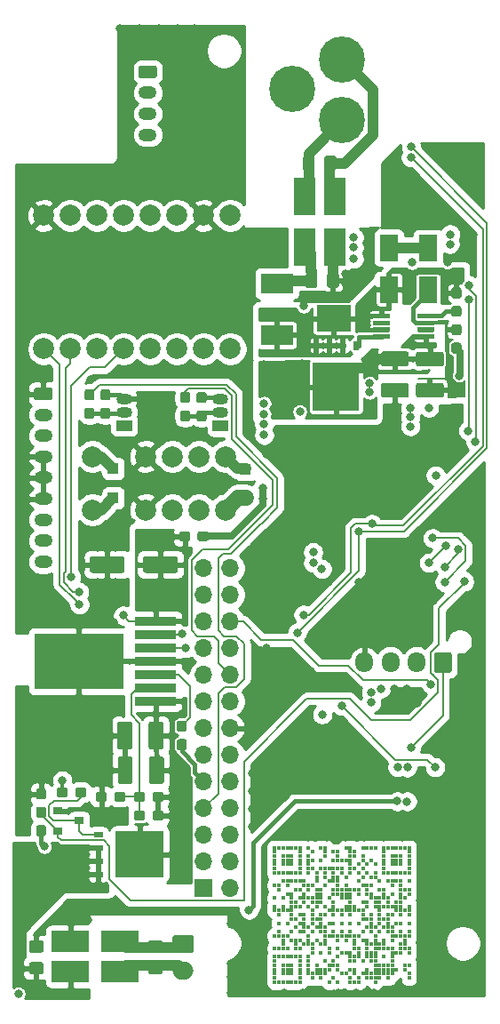
<source format=gbr>
G04 #@! TF.GenerationSoftware,KiCad,Pcbnew,5.1.5+dfsg1-2build2*
G04 #@! TF.CreationDate,2020-07-02T19:50:54+02:00*
G04 #@! TF.ProjectId,BaSe_PWR_V3_2,42615365-5f50-4575-925f-56335f322e6b,rev?*
G04 #@! TF.SameCoordinates,Original*
G04 #@! TF.FileFunction,Copper,L4,Bot*
G04 #@! TF.FilePolarity,Positive*
%FSLAX46Y46*%
G04 Gerber Fmt 4.6, Leading zero omitted, Abs format (unit mm)*
G04 Created by KiCad (PCBNEW 5.1.5+dfsg1-2build2) date 2020-07-02 19:50:54*
%MOMM*%
%LPD*%
G04 APERTURE LIST*
%ADD10C,0.100000*%
%ADD11O,1.700000X1.700000*%
%ADD12R,1.700000X1.700000*%
%ADD13O,1.700000X1.950000*%
%ADD14C,4.400000*%
%ADD15R,8.540000X5.350000*%
%ADD16R,4.000000X0.890000*%
%ADD17R,1.100000X1.100000*%
%ADD18R,0.400000X0.400000*%
%ADD19R,3.660000X2.085000*%
%ADD20R,3.150000X1.960000*%
%ADD21R,3.300000X2.500000*%
%ADD22R,1.800000X2.500000*%
%ADD23O,2.000000X1.700000*%
%ADD24R,4.550000X4.410000*%
%ADD25R,0.850000X0.500000*%
%ADD26R,0.900000X0.800000*%
%ADD27O,1.750000X1.200000*%
%ADD28R,2.085000X3.660000*%
%ADD29C,2.000000*%
%ADD30R,1.500000X1.050000*%
%ADD31O,1.500000X1.050000*%
%ADD32R,4.410000X4.550000*%
%ADD33R,0.500000X0.850000*%
%ADD34C,0.800000*%
%ADD35C,1.000000*%
%ADD36C,0.400000*%
%ADD37C,0.700000*%
%ADD38C,1.500000*%
%ADD39C,0.300000*%
%ADD40C,0.200000*%
%ADD41C,0.254000*%
G04 APERTURE END LIST*
G04 #@! TA.AperFunction,SMDPad,CuDef*
D10*
G36*
X69330779Y-115191144D02*
G01*
X69353834Y-115194563D01*
X69376443Y-115200227D01*
X69398387Y-115208079D01*
X69419457Y-115218044D01*
X69439448Y-115230026D01*
X69458168Y-115243910D01*
X69475438Y-115259562D01*
X69491090Y-115276832D01*
X69504974Y-115295552D01*
X69516956Y-115315543D01*
X69526921Y-115336613D01*
X69534773Y-115358557D01*
X69540437Y-115381166D01*
X69543856Y-115404221D01*
X69545000Y-115427500D01*
X69545000Y-116002500D01*
X69543856Y-116025779D01*
X69540437Y-116048834D01*
X69534773Y-116071443D01*
X69526921Y-116093387D01*
X69516956Y-116114457D01*
X69504974Y-116134448D01*
X69491090Y-116153168D01*
X69475438Y-116170438D01*
X69458168Y-116186090D01*
X69439448Y-116199974D01*
X69419457Y-116211956D01*
X69398387Y-116221921D01*
X69376443Y-116229773D01*
X69353834Y-116235437D01*
X69330779Y-116238856D01*
X69307500Y-116240000D01*
X68832500Y-116240000D01*
X68809221Y-116238856D01*
X68786166Y-116235437D01*
X68763557Y-116229773D01*
X68741613Y-116221921D01*
X68720543Y-116211956D01*
X68700552Y-116199974D01*
X68681832Y-116186090D01*
X68664562Y-116170438D01*
X68648910Y-116153168D01*
X68635026Y-116134448D01*
X68623044Y-116114457D01*
X68613079Y-116093387D01*
X68605227Y-116071443D01*
X68599563Y-116048834D01*
X68596144Y-116025779D01*
X68595000Y-116002500D01*
X68595000Y-115427500D01*
X68596144Y-115404221D01*
X68599563Y-115381166D01*
X68605227Y-115358557D01*
X68613079Y-115336613D01*
X68623044Y-115315543D01*
X68635026Y-115295552D01*
X68648910Y-115276832D01*
X68664562Y-115259562D01*
X68681832Y-115243910D01*
X68700552Y-115230026D01*
X68720543Y-115218044D01*
X68741613Y-115208079D01*
X68763557Y-115200227D01*
X68786166Y-115194563D01*
X68809221Y-115191144D01*
X68832500Y-115190000D01*
X69307500Y-115190000D01*
X69330779Y-115191144D01*
G37*
G04 #@! TD.AperFunction*
G04 #@! TA.AperFunction,SMDPad,CuDef*
G36*
X69330779Y-113441144D02*
G01*
X69353834Y-113444563D01*
X69376443Y-113450227D01*
X69398387Y-113458079D01*
X69419457Y-113468044D01*
X69439448Y-113480026D01*
X69458168Y-113493910D01*
X69475438Y-113509562D01*
X69491090Y-113526832D01*
X69504974Y-113545552D01*
X69516956Y-113565543D01*
X69526921Y-113586613D01*
X69534773Y-113608557D01*
X69540437Y-113631166D01*
X69543856Y-113654221D01*
X69545000Y-113677500D01*
X69545000Y-114252500D01*
X69543856Y-114275779D01*
X69540437Y-114298834D01*
X69534773Y-114321443D01*
X69526921Y-114343387D01*
X69516956Y-114364457D01*
X69504974Y-114384448D01*
X69491090Y-114403168D01*
X69475438Y-114420438D01*
X69458168Y-114436090D01*
X69439448Y-114449974D01*
X69419457Y-114461956D01*
X69398387Y-114471921D01*
X69376443Y-114479773D01*
X69353834Y-114485437D01*
X69330779Y-114488856D01*
X69307500Y-114490000D01*
X68832500Y-114490000D01*
X68809221Y-114488856D01*
X68786166Y-114485437D01*
X68763557Y-114479773D01*
X68741613Y-114471921D01*
X68720543Y-114461956D01*
X68700552Y-114449974D01*
X68681832Y-114436090D01*
X68664562Y-114420438D01*
X68648910Y-114403168D01*
X68635026Y-114384448D01*
X68623044Y-114364457D01*
X68613079Y-114343387D01*
X68605227Y-114321443D01*
X68599563Y-114298834D01*
X68596144Y-114275779D01*
X68595000Y-114252500D01*
X68595000Y-113677500D01*
X68596144Y-113654221D01*
X68599563Y-113631166D01*
X68605227Y-113608557D01*
X68613079Y-113586613D01*
X68623044Y-113565543D01*
X68635026Y-113545552D01*
X68648910Y-113526832D01*
X68664562Y-113509562D01*
X68681832Y-113493910D01*
X68700552Y-113480026D01*
X68720543Y-113468044D01*
X68741613Y-113458079D01*
X68763557Y-113450227D01*
X68786166Y-113444563D01*
X68809221Y-113441144D01*
X68832500Y-113440000D01*
X69307500Y-113440000D01*
X69330779Y-113441144D01*
G37*
G04 #@! TD.AperFunction*
D11*
X87122000Y-92456000D03*
X84582000Y-92456000D03*
X87122000Y-94996000D03*
X84582000Y-94996000D03*
X87122000Y-97536000D03*
X84582000Y-97536000D03*
X87122000Y-100076000D03*
X84582000Y-100076000D03*
X87122000Y-102616000D03*
X84582000Y-102616000D03*
X87122000Y-105156000D03*
X84582000Y-105156000D03*
X87122000Y-107696000D03*
X84582000Y-107696000D03*
X87122000Y-110236000D03*
X84582000Y-110236000D03*
X87122000Y-112776000D03*
X84582000Y-112776000D03*
X87122000Y-115316000D03*
X84582000Y-115316000D03*
X87122000Y-117856000D03*
X84582000Y-117856000D03*
X87122000Y-120396000D03*
X84582000Y-120396000D03*
X87122000Y-122936000D03*
D12*
X84582000Y-122936000D03*
G04 #@! TA.AperFunction,SMDPad,CuDef*
D10*
G36*
X76809504Y-91311204D02*
G01*
X76833773Y-91314804D01*
X76857571Y-91320765D01*
X76880671Y-91329030D01*
X76902849Y-91339520D01*
X76923893Y-91352133D01*
X76943598Y-91366747D01*
X76961777Y-91383223D01*
X76978253Y-91401402D01*
X76992867Y-91421107D01*
X77005480Y-91442151D01*
X77015970Y-91464329D01*
X77024235Y-91487429D01*
X77030196Y-91511227D01*
X77033796Y-91535496D01*
X77035000Y-91560000D01*
X77035000Y-92660000D01*
X77033796Y-92684504D01*
X77030196Y-92708773D01*
X77024235Y-92732571D01*
X77015970Y-92755671D01*
X77005480Y-92777849D01*
X76992867Y-92798893D01*
X76978253Y-92818598D01*
X76961777Y-92836777D01*
X76943598Y-92853253D01*
X76923893Y-92867867D01*
X76902849Y-92880480D01*
X76880671Y-92890970D01*
X76857571Y-92899235D01*
X76833773Y-92905196D01*
X76809504Y-92908796D01*
X76785000Y-92910000D01*
X73960000Y-92910000D01*
X73935496Y-92908796D01*
X73911227Y-92905196D01*
X73887429Y-92899235D01*
X73864329Y-92890970D01*
X73842151Y-92880480D01*
X73821107Y-92867867D01*
X73801402Y-92853253D01*
X73783223Y-92836777D01*
X73766747Y-92818598D01*
X73752133Y-92798893D01*
X73739520Y-92777849D01*
X73729030Y-92755671D01*
X73720765Y-92732571D01*
X73714804Y-92708773D01*
X73711204Y-92684504D01*
X73710000Y-92660000D01*
X73710000Y-91560000D01*
X73711204Y-91535496D01*
X73714804Y-91511227D01*
X73720765Y-91487429D01*
X73729030Y-91464329D01*
X73739520Y-91442151D01*
X73752133Y-91421107D01*
X73766747Y-91401402D01*
X73783223Y-91383223D01*
X73801402Y-91366747D01*
X73821107Y-91352133D01*
X73842151Y-91339520D01*
X73864329Y-91329030D01*
X73887429Y-91320765D01*
X73911227Y-91314804D01*
X73935496Y-91311204D01*
X73960000Y-91310000D01*
X76785000Y-91310000D01*
X76809504Y-91311204D01*
G37*
G04 #@! TD.AperFunction*
G04 #@! TA.AperFunction,SMDPad,CuDef*
G36*
X81884504Y-91311204D02*
G01*
X81908773Y-91314804D01*
X81932571Y-91320765D01*
X81955671Y-91329030D01*
X81977849Y-91339520D01*
X81998893Y-91352133D01*
X82018598Y-91366747D01*
X82036777Y-91383223D01*
X82053253Y-91401402D01*
X82067867Y-91421107D01*
X82080480Y-91442151D01*
X82090970Y-91464329D01*
X82099235Y-91487429D01*
X82105196Y-91511227D01*
X82108796Y-91535496D01*
X82110000Y-91560000D01*
X82110000Y-92660000D01*
X82108796Y-92684504D01*
X82105196Y-92708773D01*
X82099235Y-92732571D01*
X82090970Y-92755671D01*
X82080480Y-92777849D01*
X82067867Y-92798893D01*
X82053253Y-92818598D01*
X82036777Y-92836777D01*
X82018598Y-92853253D01*
X81998893Y-92867867D01*
X81977849Y-92880480D01*
X81955671Y-92890970D01*
X81932571Y-92899235D01*
X81908773Y-92905196D01*
X81884504Y-92908796D01*
X81860000Y-92910000D01*
X79035000Y-92910000D01*
X79010496Y-92908796D01*
X78986227Y-92905196D01*
X78962429Y-92899235D01*
X78939329Y-92890970D01*
X78917151Y-92880480D01*
X78896107Y-92867867D01*
X78876402Y-92853253D01*
X78858223Y-92836777D01*
X78841747Y-92818598D01*
X78827133Y-92798893D01*
X78814520Y-92777849D01*
X78804030Y-92755671D01*
X78795765Y-92732571D01*
X78789804Y-92708773D01*
X78786204Y-92684504D01*
X78785000Y-92660000D01*
X78785000Y-91560000D01*
X78786204Y-91535496D01*
X78789804Y-91511227D01*
X78795765Y-91487429D01*
X78804030Y-91464329D01*
X78814520Y-91442151D01*
X78827133Y-91421107D01*
X78841747Y-91401402D01*
X78858223Y-91383223D01*
X78876402Y-91366747D01*
X78896107Y-91352133D01*
X78917151Y-91339520D01*
X78939329Y-91329030D01*
X78962429Y-91320765D01*
X78986227Y-91314804D01*
X79010496Y-91311204D01*
X79035000Y-91310000D01*
X81860000Y-91310000D01*
X81884504Y-91311204D01*
G37*
G04 #@! TD.AperFunction*
D13*
X99890000Y-101440000D03*
X102390000Y-101440000D03*
X104890000Y-101440000D03*
G04 #@! TA.AperFunction,ComponentPad*
D10*
G36*
X108014504Y-100466204D02*
G01*
X108038773Y-100469804D01*
X108062571Y-100475765D01*
X108085671Y-100484030D01*
X108107849Y-100494520D01*
X108128893Y-100507133D01*
X108148598Y-100521747D01*
X108166777Y-100538223D01*
X108183253Y-100556402D01*
X108197867Y-100576107D01*
X108210480Y-100597151D01*
X108220970Y-100619329D01*
X108229235Y-100642429D01*
X108235196Y-100666227D01*
X108238796Y-100690496D01*
X108240000Y-100715000D01*
X108240000Y-102165000D01*
X108238796Y-102189504D01*
X108235196Y-102213773D01*
X108229235Y-102237571D01*
X108220970Y-102260671D01*
X108210480Y-102282849D01*
X108197867Y-102303893D01*
X108183253Y-102323598D01*
X108166777Y-102341777D01*
X108148598Y-102358253D01*
X108128893Y-102372867D01*
X108107849Y-102385480D01*
X108085671Y-102395970D01*
X108062571Y-102404235D01*
X108038773Y-102410196D01*
X108014504Y-102413796D01*
X107990000Y-102415000D01*
X106790000Y-102415000D01*
X106765496Y-102413796D01*
X106741227Y-102410196D01*
X106717429Y-102404235D01*
X106694329Y-102395970D01*
X106672151Y-102385480D01*
X106651107Y-102372867D01*
X106631402Y-102358253D01*
X106613223Y-102341777D01*
X106596747Y-102323598D01*
X106582133Y-102303893D01*
X106569520Y-102282849D01*
X106559030Y-102260671D01*
X106550765Y-102237571D01*
X106544804Y-102213773D01*
X106541204Y-102189504D01*
X106540000Y-102165000D01*
X106540000Y-100715000D01*
X106541204Y-100690496D01*
X106544804Y-100666227D01*
X106550765Y-100642429D01*
X106559030Y-100619329D01*
X106569520Y-100597151D01*
X106582133Y-100576107D01*
X106596747Y-100556402D01*
X106613223Y-100538223D01*
X106631402Y-100521747D01*
X106651107Y-100507133D01*
X106672151Y-100494520D01*
X106694329Y-100484030D01*
X106717429Y-100475765D01*
X106741227Y-100469804D01*
X106765496Y-100466204D01*
X106790000Y-100465000D01*
X107990000Y-100465000D01*
X108014504Y-100466204D01*
G37*
G04 #@! TD.AperFunction*
D14*
X92990000Y-46784000D03*
X97790000Y-43984000D03*
X97790000Y-49784000D03*
D15*
X72680000Y-101330000D03*
D16*
X79985000Y-97520000D03*
X79985000Y-98790000D03*
X79985000Y-100060000D03*
X79985000Y-101330000D03*
X79985000Y-102600000D03*
X79985000Y-103870000D03*
X79985000Y-105140000D03*
G04 #@! TA.AperFunction,SMDPad,CuDef*
D10*
G36*
X102241027Y-70165542D02*
G01*
X102251948Y-70167162D01*
X102262657Y-70169844D01*
X102273052Y-70173564D01*
X102283032Y-70178284D01*
X102292502Y-70183960D01*
X102301369Y-70190536D01*
X102309550Y-70197950D01*
X102316964Y-70206131D01*
X102323540Y-70214998D01*
X102329216Y-70224468D01*
X102333936Y-70234448D01*
X102337656Y-70244843D01*
X102340338Y-70255552D01*
X102341958Y-70266473D01*
X102342500Y-70277500D01*
X102342500Y-70502500D01*
X102341958Y-70513527D01*
X102340338Y-70524448D01*
X102337656Y-70535157D01*
X102333936Y-70545552D01*
X102329216Y-70555532D01*
X102323540Y-70565002D01*
X102316964Y-70573869D01*
X102309550Y-70582050D01*
X102301369Y-70589464D01*
X102292502Y-70596040D01*
X102283032Y-70601716D01*
X102273052Y-70606436D01*
X102262657Y-70610156D01*
X102251948Y-70612838D01*
X102241027Y-70614458D01*
X102230000Y-70615000D01*
X100830000Y-70615000D01*
X100818973Y-70614458D01*
X100808052Y-70612838D01*
X100797343Y-70610156D01*
X100786948Y-70606436D01*
X100776968Y-70601716D01*
X100767498Y-70596040D01*
X100758631Y-70589464D01*
X100750450Y-70582050D01*
X100743036Y-70573869D01*
X100736460Y-70565002D01*
X100730784Y-70555532D01*
X100726064Y-70545552D01*
X100722344Y-70535157D01*
X100719662Y-70524448D01*
X100718042Y-70513527D01*
X100717500Y-70502500D01*
X100717500Y-70277500D01*
X100718042Y-70266473D01*
X100719662Y-70255552D01*
X100722344Y-70244843D01*
X100726064Y-70234448D01*
X100730784Y-70224468D01*
X100736460Y-70214998D01*
X100743036Y-70206131D01*
X100750450Y-70197950D01*
X100758631Y-70190536D01*
X100767498Y-70183960D01*
X100776968Y-70178284D01*
X100786948Y-70173564D01*
X100797343Y-70169844D01*
X100808052Y-70167162D01*
X100818973Y-70165542D01*
X100830000Y-70165000D01*
X102230000Y-70165000D01*
X102241027Y-70165542D01*
G37*
G04 #@! TD.AperFunction*
G04 #@! TA.AperFunction,SMDPad,CuDef*
G36*
X102241027Y-69515542D02*
G01*
X102251948Y-69517162D01*
X102262657Y-69519844D01*
X102273052Y-69523564D01*
X102283032Y-69528284D01*
X102292502Y-69533960D01*
X102301369Y-69540536D01*
X102309550Y-69547950D01*
X102316964Y-69556131D01*
X102323540Y-69564998D01*
X102329216Y-69574468D01*
X102333936Y-69584448D01*
X102337656Y-69594843D01*
X102340338Y-69605552D01*
X102341958Y-69616473D01*
X102342500Y-69627500D01*
X102342500Y-69852500D01*
X102341958Y-69863527D01*
X102340338Y-69874448D01*
X102337656Y-69885157D01*
X102333936Y-69895552D01*
X102329216Y-69905532D01*
X102323540Y-69915002D01*
X102316964Y-69923869D01*
X102309550Y-69932050D01*
X102301369Y-69939464D01*
X102292502Y-69946040D01*
X102283032Y-69951716D01*
X102273052Y-69956436D01*
X102262657Y-69960156D01*
X102251948Y-69962838D01*
X102241027Y-69964458D01*
X102230000Y-69965000D01*
X100830000Y-69965000D01*
X100818973Y-69964458D01*
X100808052Y-69962838D01*
X100797343Y-69960156D01*
X100786948Y-69956436D01*
X100776968Y-69951716D01*
X100767498Y-69946040D01*
X100758631Y-69939464D01*
X100750450Y-69932050D01*
X100743036Y-69923869D01*
X100736460Y-69915002D01*
X100730784Y-69905532D01*
X100726064Y-69895552D01*
X100722344Y-69885157D01*
X100719662Y-69874448D01*
X100718042Y-69863527D01*
X100717500Y-69852500D01*
X100717500Y-69627500D01*
X100718042Y-69616473D01*
X100719662Y-69605552D01*
X100722344Y-69594843D01*
X100726064Y-69584448D01*
X100730784Y-69574468D01*
X100736460Y-69564998D01*
X100743036Y-69556131D01*
X100750450Y-69547950D01*
X100758631Y-69540536D01*
X100767498Y-69533960D01*
X100776968Y-69528284D01*
X100786948Y-69523564D01*
X100797343Y-69519844D01*
X100808052Y-69517162D01*
X100818973Y-69515542D01*
X100830000Y-69515000D01*
X102230000Y-69515000D01*
X102241027Y-69515542D01*
G37*
G04 #@! TD.AperFunction*
G04 #@! TA.AperFunction,SMDPad,CuDef*
G36*
X102241027Y-68865542D02*
G01*
X102251948Y-68867162D01*
X102262657Y-68869844D01*
X102273052Y-68873564D01*
X102283032Y-68878284D01*
X102292502Y-68883960D01*
X102301369Y-68890536D01*
X102309550Y-68897950D01*
X102316964Y-68906131D01*
X102323540Y-68914998D01*
X102329216Y-68924468D01*
X102333936Y-68934448D01*
X102337656Y-68944843D01*
X102340338Y-68955552D01*
X102341958Y-68966473D01*
X102342500Y-68977500D01*
X102342500Y-69202500D01*
X102341958Y-69213527D01*
X102340338Y-69224448D01*
X102337656Y-69235157D01*
X102333936Y-69245552D01*
X102329216Y-69255532D01*
X102323540Y-69265002D01*
X102316964Y-69273869D01*
X102309550Y-69282050D01*
X102301369Y-69289464D01*
X102292502Y-69296040D01*
X102283032Y-69301716D01*
X102273052Y-69306436D01*
X102262657Y-69310156D01*
X102251948Y-69312838D01*
X102241027Y-69314458D01*
X102230000Y-69315000D01*
X100830000Y-69315000D01*
X100818973Y-69314458D01*
X100808052Y-69312838D01*
X100797343Y-69310156D01*
X100786948Y-69306436D01*
X100776968Y-69301716D01*
X100767498Y-69296040D01*
X100758631Y-69289464D01*
X100750450Y-69282050D01*
X100743036Y-69273869D01*
X100736460Y-69265002D01*
X100730784Y-69255532D01*
X100726064Y-69245552D01*
X100722344Y-69235157D01*
X100719662Y-69224448D01*
X100718042Y-69213527D01*
X100717500Y-69202500D01*
X100717500Y-68977500D01*
X100718042Y-68966473D01*
X100719662Y-68955552D01*
X100722344Y-68944843D01*
X100726064Y-68934448D01*
X100730784Y-68924468D01*
X100736460Y-68914998D01*
X100743036Y-68906131D01*
X100750450Y-68897950D01*
X100758631Y-68890536D01*
X100767498Y-68883960D01*
X100776968Y-68878284D01*
X100786948Y-68873564D01*
X100797343Y-68869844D01*
X100808052Y-68867162D01*
X100818973Y-68865542D01*
X100830000Y-68865000D01*
X102230000Y-68865000D01*
X102241027Y-68865542D01*
G37*
G04 #@! TD.AperFunction*
G04 #@! TA.AperFunction,SMDPad,CuDef*
G36*
X102241027Y-68215542D02*
G01*
X102251948Y-68217162D01*
X102262657Y-68219844D01*
X102273052Y-68223564D01*
X102283032Y-68228284D01*
X102292502Y-68233960D01*
X102301369Y-68240536D01*
X102309550Y-68247950D01*
X102316964Y-68256131D01*
X102323540Y-68264998D01*
X102329216Y-68274468D01*
X102333936Y-68284448D01*
X102337656Y-68294843D01*
X102340338Y-68305552D01*
X102341958Y-68316473D01*
X102342500Y-68327500D01*
X102342500Y-68552500D01*
X102341958Y-68563527D01*
X102340338Y-68574448D01*
X102337656Y-68585157D01*
X102333936Y-68595552D01*
X102329216Y-68605532D01*
X102323540Y-68615002D01*
X102316964Y-68623869D01*
X102309550Y-68632050D01*
X102301369Y-68639464D01*
X102292502Y-68646040D01*
X102283032Y-68651716D01*
X102273052Y-68656436D01*
X102262657Y-68660156D01*
X102251948Y-68662838D01*
X102241027Y-68664458D01*
X102230000Y-68665000D01*
X100830000Y-68665000D01*
X100818973Y-68664458D01*
X100808052Y-68662838D01*
X100797343Y-68660156D01*
X100786948Y-68656436D01*
X100776968Y-68651716D01*
X100767498Y-68646040D01*
X100758631Y-68639464D01*
X100750450Y-68632050D01*
X100743036Y-68623869D01*
X100736460Y-68615002D01*
X100730784Y-68605532D01*
X100726064Y-68595552D01*
X100722344Y-68585157D01*
X100719662Y-68574448D01*
X100718042Y-68563527D01*
X100717500Y-68552500D01*
X100717500Y-68327500D01*
X100718042Y-68316473D01*
X100719662Y-68305552D01*
X100722344Y-68294843D01*
X100726064Y-68284448D01*
X100730784Y-68274468D01*
X100736460Y-68264998D01*
X100743036Y-68256131D01*
X100750450Y-68247950D01*
X100758631Y-68240536D01*
X100767498Y-68233960D01*
X100776968Y-68228284D01*
X100786948Y-68223564D01*
X100797343Y-68219844D01*
X100808052Y-68217162D01*
X100818973Y-68215542D01*
X100830000Y-68215000D01*
X102230000Y-68215000D01*
X102241027Y-68215542D01*
G37*
G04 #@! TD.AperFunction*
G04 #@! TA.AperFunction,SMDPad,CuDef*
G36*
X106466027Y-68215542D02*
G01*
X106476948Y-68217162D01*
X106487657Y-68219844D01*
X106498052Y-68223564D01*
X106508032Y-68228284D01*
X106517502Y-68233960D01*
X106526369Y-68240536D01*
X106534550Y-68247950D01*
X106541964Y-68256131D01*
X106548540Y-68264998D01*
X106554216Y-68274468D01*
X106558936Y-68284448D01*
X106562656Y-68294843D01*
X106565338Y-68305552D01*
X106566958Y-68316473D01*
X106567500Y-68327500D01*
X106567500Y-68552500D01*
X106566958Y-68563527D01*
X106565338Y-68574448D01*
X106562656Y-68585157D01*
X106558936Y-68595552D01*
X106554216Y-68605532D01*
X106548540Y-68615002D01*
X106541964Y-68623869D01*
X106534550Y-68632050D01*
X106526369Y-68639464D01*
X106517502Y-68646040D01*
X106508032Y-68651716D01*
X106498052Y-68656436D01*
X106487657Y-68660156D01*
X106476948Y-68662838D01*
X106466027Y-68664458D01*
X106455000Y-68665000D01*
X105055000Y-68665000D01*
X105043973Y-68664458D01*
X105033052Y-68662838D01*
X105022343Y-68660156D01*
X105011948Y-68656436D01*
X105001968Y-68651716D01*
X104992498Y-68646040D01*
X104983631Y-68639464D01*
X104975450Y-68632050D01*
X104968036Y-68623869D01*
X104961460Y-68615002D01*
X104955784Y-68605532D01*
X104951064Y-68595552D01*
X104947344Y-68585157D01*
X104944662Y-68574448D01*
X104943042Y-68563527D01*
X104942500Y-68552500D01*
X104942500Y-68327500D01*
X104943042Y-68316473D01*
X104944662Y-68305552D01*
X104947344Y-68294843D01*
X104951064Y-68284448D01*
X104955784Y-68274468D01*
X104961460Y-68264998D01*
X104968036Y-68256131D01*
X104975450Y-68247950D01*
X104983631Y-68240536D01*
X104992498Y-68233960D01*
X105001968Y-68228284D01*
X105011948Y-68223564D01*
X105022343Y-68219844D01*
X105033052Y-68217162D01*
X105043973Y-68215542D01*
X105055000Y-68215000D01*
X106455000Y-68215000D01*
X106466027Y-68215542D01*
G37*
G04 #@! TD.AperFunction*
G04 #@! TA.AperFunction,SMDPad,CuDef*
G36*
X106466027Y-68865542D02*
G01*
X106476948Y-68867162D01*
X106487657Y-68869844D01*
X106498052Y-68873564D01*
X106508032Y-68878284D01*
X106517502Y-68883960D01*
X106526369Y-68890536D01*
X106534550Y-68897950D01*
X106541964Y-68906131D01*
X106548540Y-68914998D01*
X106554216Y-68924468D01*
X106558936Y-68934448D01*
X106562656Y-68944843D01*
X106565338Y-68955552D01*
X106566958Y-68966473D01*
X106567500Y-68977500D01*
X106567500Y-69202500D01*
X106566958Y-69213527D01*
X106565338Y-69224448D01*
X106562656Y-69235157D01*
X106558936Y-69245552D01*
X106554216Y-69255532D01*
X106548540Y-69265002D01*
X106541964Y-69273869D01*
X106534550Y-69282050D01*
X106526369Y-69289464D01*
X106517502Y-69296040D01*
X106508032Y-69301716D01*
X106498052Y-69306436D01*
X106487657Y-69310156D01*
X106476948Y-69312838D01*
X106466027Y-69314458D01*
X106455000Y-69315000D01*
X105055000Y-69315000D01*
X105043973Y-69314458D01*
X105033052Y-69312838D01*
X105022343Y-69310156D01*
X105011948Y-69306436D01*
X105001968Y-69301716D01*
X104992498Y-69296040D01*
X104983631Y-69289464D01*
X104975450Y-69282050D01*
X104968036Y-69273869D01*
X104961460Y-69265002D01*
X104955784Y-69255532D01*
X104951064Y-69245552D01*
X104947344Y-69235157D01*
X104944662Y-69224448D01*
X104943042Y-69213527D01*
X104942500Y-69202500D01*
X104942500Y-68977500D01*
X104943042Y-68966473D01*
X104944662Y-68955552D01*
X104947344Y-68944843D01*
X104951064Y-68934448D01*
X104955784Y-68924468D01*
X104961460Y-68914998D01*
X104968036Y-68906131D01*
X104975450Y-68897950D01*
X104983631Y-68890536D01*
X104992498Y-68883960D01*
X105001968Y-68878284D01*
X105011948Y-68873564D01*
X105022343Y-68869844D01*
X105033052Y-68867162D01*
X105043973Y-68865542D01*
X105055000Y-68865000D01*
X106455000Y-68865000D01*
X106466027Y-68865542D01*
G37*
G04 #@! TD.AperFunction*
G04 #@! TA.AperFunction,SMDPad,CuDef*
G36*
X106466027Y-69515542D02*
G01*
X106476948Y-69517162D01*
X106487657Y-69519844D01*
X106498052Y-69523564D01*
X106508032Y-69528284D01*
X106517502Y-69533960D01*
X106526369Y-69540536D01*
X106534550Y-69547950D01*
X106541964Y-69556131D01*
X106548540Y-69564998D01*
X106554216Y-69574468D01*
X106558936Y-69584448D01*
X106562656Y-69594843D01*
X106565338Y-69605552D01*
X106566958Y-69616473D01*
X106567500Y-69627500D01*
X106567500Y-69852500D01*
X106566958Y-69863527D01*
X106565338Y-69874448D01*
X106562656Y-69885157D01*
X106558936Y-69895552D01*
X106554216Y-69905532D01*
X106548540Y-69915002D01*
X106541964Y-69923869D01*
X106534550Y-69932050D01*
X106526369Y-69939464D01*
X106517502Y-69946040D01*
X106508032Y-69951716D01*
X106498052Y-69956436D01*
X106487657Y-69960156D01*
X106476948Y-69962838D01*
X106466027Y-69964458D01*
X106455000Y-69965000D01*
X105055000Y-69965000D01*
X105043973Y-69964458D01*
X105033052Y-69962838D01*
X105022343Y-69960156D01*
X105011948Y-69956436D01*
X105001968Y-69951716D01*
X104992498Y-69946040D01*
X104983631Y-69939464D01*
X104975450Y-69932050D01*
X104968036Y-69923869D01*
X104961460Y-69915002D01*
X104955784Y-69905532D01*
X104951064Y-69895552D01*
X104947344Y-69885157D01*
X104944662Y-69874448D01*
X104943042Y-69863527D01*
X104942500Y-69852500D01*
X104942500Y-69627500D01*
X104943042Y-69616473D01*
X104944662Y-69605552D01*
X104947344Y-69594843D01*
X104951064Y-69584448D01*
X104955784Y-69574468D01*
X104961460Y-69564998D01*
X104968036Y-69556131D01*
X104975450Y-69547950D01*
X104983631Y-69540536D01*
X104992498Y-69533960D01*
X105001968Y-69528284D01*
X105011948Y-69523564D01*
X105022343Y-69519844D01*
X105033052Y-69517162D01*
X105043973Y-69515542D01*
X105055000Y-69515000D01*
X106455000Y-69515000D01*
X106466027Y-69515542D01*
G37*
G04 #@! TD.AperFunction*
G04 #@! TA.AperFunction,SMDPad,CuDef*
G36*
X106466027Y-70165542D02*
G01*
X106476948Y-70167162D01*
X106487657Y-70169844D01*
X106498052Y-70173564D01*
X106508032Y-70178284D01*
X106517502Y-70183960D01*
X106526369Y-70190536D01*
X106534550Y-70197950D01*
X106541964Y-70206131D01*
X106548540Y-70214998D01*
X106554216Y-70224468D01*
X106558936Y-70234448D01*
X106562656Y-70244843D01*
X106565338Y-70255552D01*
X106566958Y-70266473D01*
X106567500Y-70277500D01*
X106567500Y-70502500D01*
X106566958Y-70513527D01*
X106565338Y-70524448D01*
X106562656Y-70535157D01*
X106558936Y-70545552D01*
X106554216Y-70555532D01*
X106548540Y-70565002D01*
X106541964Y-70573869D01*
X106534550Y-70582050D01*
X106526369Y-70589464D01*
X106517502Y-70596040D01*
X106508032Y-70601716D01*
X106498052Y-70606436D01*
X106487657Y-70610156D01*
X106476948Y-70612838D01*
X106466027Y-70614458D01*
X106455000Y-70615000D01*
X105055000Y-70615000D01*
X105043973Y-70614458D01*
X105033052Y-70612838D01*
X105022343Y-70610156D01*
X105011948Y-70606436D01*
X105001968Y-70601716D01*
X104992498Y-70596040D01*
X104983631Y-70589464D01*
X104975450Y-70582050D01*
X104968036Y-70573869D01*
X104961460Y-70565002D01*
X104955784Y-70555532D01*
X104951064Y-70545552D01*
X104947344Y-70535157D01*
X104944662Y-70524448D01*
X104943042Y-70513527D01*
X104942500Y-70502500D01*
X104942500Y-70277500D01*
X104943042Y-70266473D01*
X104944662Y-70255552D01*
X104947344Y-70244843D01*
X104951064Y-70234448D01*
X104955784Y-70224468D01*
X104961460Y-70214998D01*
X104968036Y-70206131D01*
X104975450Y-70197950D01*
X104983631Y-70190536D01*
X104992498Y-70183960D01*
X105001968Y-70178284D01*
X105011948Y-70173564D01*
X105022343Y-70169844D01*
X105033052Y-70167162D01*
X105043973Y-70165542D01*
X105055000Y-70165000D01*
X106455000Y-70165000D01*
X106466027Y-70165542D01*
G37*
G04 #@! TD.AperFunction*
D17*
X88560000Y-83050000D03*
X88560000Y-85850000D03*
X75950000Y-82980000D03*
X75950000Y-85780000D03*
D18*
X104150000Y-131480000D03*
X104150000Y-131080000D03*
X104150000Y-130280000D03*
X104150000Y-129080000D03*
X104150000Y-128680000D03*
X104150000Y-127480000D03*
X104150000Y-127080000D03*
X104150000Y-126280000D03*
X104150000Y-125480000D03*
X104150000Y-125080000D03*
X104150000Y-124680000D03*
X104150000Y-123480000D03*
X104150000Y-123080000D03*
X104150000Y-122280000D03*
X104150000Y-121480000D03*
X104150000Y-121080000D03*
X104150000Y-120680000D03*
X104150000Y-120280000D03*
X104150000Y-119880000D03*
X104150000Y-119480000D03*
X104150000Y-119080000D03*
X103750000Y-130680000D03*
X103750000Y-130280000D03*
X103750000Y-128680000D03*
X103750000Y-128280000D03*
X103750000Y-127880000D03*
X103750000Y-127480000D03*
X103750000Y-125080000D03*
X103750000Y-123880000D03*
X103750000Y-123080000D03*
X103750000Y-121480000D03*
X103750000Y-119080000D03*
X103350000Y-129080000D03*
X103350000Y-128680000D03*
X103350000Y-128280000D03*
X103350000Y-127480000D03*
X103350000Y-127080000D03*
X103350000Y-126280000D03*
X103350000Y-125480000D03*
X103350000Y-125080000D03*
X103350000Y-124680000D03*
X103350000Y-124280000D03*
X103350000Y-123880000D03*
X103350000Y-123480000D03*
X103350000Y-123080000D03*
X103350000Y-122680000D03*
X103350000Y-122280000D03*
X103350000Y-121480000D03*
X103350000Y-120680000D03*
X103350000Y-120280000D03*
X103350000Y-119880000D03*
X103350000Y-119080000D03*
X102950000Y-130680000D03*
X102950000Y-129080000D03*
X102950000Y-127480000D03*
X102950000Y-126280000D03*
X102950000Y-125080000D03*
X102950000Y-124680000D03*
X102950000Y-124280000D03*
X102950000Y-122280000D03*
X102950000Y-121480000D03*
X102950000Y-120680000D03*
X102950000Y-120280000D03*
X102950000Y-119880000D03*
X102950000Y-119080000D03*
X102550000Y-131080000D03*
X102550000Y-130680000D03*
X102550000Y-130280000D03*
X102550000Y-129880000D03*
X102550000Y-129480000D03*
X102550000Y-129080000D03*
X102550000Y-128680000D03*
X102550000Y-127880000D03*
X102550000Y-127480000D03*
X102550000Y-127080000D03*
X102550000Y-126680000D03*
X102550000Y-125480000D03*
X102550000Y-124680000D03*
X102550000Y-123480000D03*
X102550000Y-122680000D03*
X102550000Y-122280000D03*
X102550000Y-121480000D03*
X102550000Y-120680000D03*
X102550000Y-120280000D03*
X102550000Y-119880000D03*
X102550000Y-119080000D03*
X102150000Y-131480000D03*
X102150000Y-131080000D03*
X102150000Y-130680000D03*
X102150000Y-130280000D03*
X102150000Y-128680000D03*
X102150000Y-127080000D03*
X102150000Y-126680000D03*
X102150000Y-126280000D03*
X102150000Y-125880000D03*
X102150000Y-125480000D03*
X102150000Y-124680000D03*
X102150000Y-124280000D03*
X102150000Y-123880000D03*
X102150000Y-122280000D03*
X102150000Y-121480000D03*
X102150000Y-119080000D03*
X101750000Y-131080000D03*
X101750000Y-130680000D03*
X101750000Y-130280000D03*
X101750000Y-129480000D03*
X101750000Y-128680000D03*
X101750000Y-128280000D03*
X101750000Y-127880000D03*
X101750000Y-126680000D03*
X101750000Y-125880000D03*
X101750000Y-124680000D03*
X101750000Y-123880000D03*
X101750000Y-123480000D03*
X101750000Y-123080000D03*
X101750000Y-121480000D03*
X101750000Y-121080000D03*
X101750000Y-120680000D03*
X101750000Y-120280000D03*
X101750000Y-119880000D03*
X101750000Y-119480000D03*
X101750000Y-119080000D03*
X101350000Y-131480000D03*
X101350000Y-131080000D03*
X101350000Y-130680000D03*
X101350000Y-130280000D03*
X101350000Y-128680000D03*
X101350000Y-128280000D03*
X101350000Y-127080000D03*
X101350000Y-126280000D03*
X101350000Y-125880000D03*
X101350000Y-125480000D03*
X101350000Y-125080000D03*
X101350000Y-124680000D03*
X101350000Y-124280000D03*
X101350000Y-123880000D03*
X101350000Y-123080000D03*
X101350000Y-122280000D03*
X100950000Y-131880000D03*
X100950000Y-131480000D03*
X100950000Y-131080000D03*
X100950000Y-130680000D03*
X100950000Y-130280000D03*
X100950000Y-129880000D03*
X100950000Y-129480000D03*
X100950000Y-129080000D03*
X100950000Y-128680000D03*
X100950000Y-128280000D03*
X100950000Y-127880000D03*
X100950000Y-127480000D03*
X100950000Y-126680000D03*
X100950000Y-124680000D03*
X100950000Y-124280000D03*
X100950000Y-123880000D03*
X100950000Y-121880000D03*
X100950000Y-121480000D03*
X100950000Y-120680000D03*
X100950000Y-119080000D03*
X100550000Y-131480000D03*
X100550000Y-131080000D03*
X100550000Y-129880000D03*
X100550000Y-129480000D03*
X100550000Y-129080000D03*
X100550000Y-128280000D03*
X100550000Y-127080000D03*
X100550000Y-126680000D03*
X100550000Y-126280000D03*
X100550000Y-125880000D03*
X100550000Y-125480000D03*
X100550000Y-123880000D03*
X100550000Y-123480000D03*
X100550000Y-122680000D03*
X100550000Y-121880000D03*
X100550000Y-120280000D03*
X100550000Y-119080000D03*
X100150000Y-131480000D03*
X100150000Y-131080000D03*
X100150000Y-130680000D03*
X100150000Y-129480000D03*
X100150000Y-129080000D03*
X100150000Y-128680000D03*
X100150000Y-128280000D03*
X100150000Y-127880000D03*
X100150000Y-126680000D03*
X100150000Y-125880000D03*
X100150000Y-124680000D03*
X100150000Y-124280000D03*
X100150000Y-123480000D03*
X100150000Y-123080000D03*
X100150000Y-122680000D03*
X100150000Y-121480000D03*
X100150000Y-120680000D03*
X100150000Y-119080000D03*
X99750000Y-131080000D03*
X99750000Y-129880000D03*
X99750000Y-127880000D03*
X99750000Y-127080000D03*
X99750000Y-125880000D03*
X99750000Y-125480000D03*
X99750000Y-125080000D03*
X99750000Y-124280000D03*
X99750000Y-122680000D03*
X99750000Y-121880000D03*
X99750000Y-121080000D03*
X99750000Y-120280000D03*
X99750000Y-119880000D03*
X99750000Y-119080000D03*
X99350000Y-131880000D03*
X99350000Y-131480000D03*
X99350000Y-129480000D03*
X99350000Y-129080000D03*
X99350000Y-128680000D03*
X99350000Y-127480000D03*
X99350000Y-126280000D03*
X99350000Y-125080000D03*
X99350000Y-123480000D03*
X99350000Y-123080000D03*
X99350000Y-122280000D03*
X99350000Y-121480000D03*
X99350000Y-120680000D03*
X98950000Y-131880000D03*
X98950000Y-131080000D03*
X98950000Y-130680000D03*
X98950000Y-129880000D03*
X98950000Y-129480000D03*
X98950000Y-128680000D03*
X98950000Y-128280000D03*
X98950000Y-127880000D03*
X98950000Y-127480000D03*
X98950000Y-125080000D03*
X98950000Y-124680000D03*
X98950000Y-123080000D03*
X98950000Y-121080000D03*
X98950000Y-119880000D03*
X98950000Y-119480000D03*
X98550000Y-131880000D03*
X98550000Y-131480000D03*
X98550000Y-130680000D03*
X98550000Y-129880000D03*
X98550000Y-129480000D03*
X98550000Y-129080000D03*
X98550000Y-127480000D03*
X98550000Y-127080000D03*
X98550000Y-126280000D03*
X98550000Y-125480000D03*
X98550000Y-125080000D03*
X98550000Y-124680000D03*
X98550000Y-124280000D03*
X98550000Y-123880000D03*
X98550000Y-123480000D03*
X98550000Y-123080000D03*
X98550000Y-121480000D03*
X98550000Y-121080000D03*
X98550000Y-120680000D03*
X98550000Y-120280000D03*
X98550000Y-119880000D03*
X98550000Y-119480000D03*
X98550000Y-119080000D03*
X98150000Y-131080000D03*
X98150000Y-129080000D03*
X98150000Y-127880000D03*
X98150000Y-127480000D03*
X98150000Y-125080000D03*
X98150000Y-124680000D03*
X98150000Y-123880000D03*
X98150000Y-123480000D03*
X98150000Y-123080000D03*
X98150000Y-122680000D03*
X98150000Y-121880000D03*
X98150000Y-120280000D03*
X98150000Y-119080000D03*
X97750000Y-131080000D03*
X97750000Y-129080000D03*
X97750000Y-127480000D03*
X97750000Y-127080000D03*
X97750000Y-126280000D03*
X97750000Y-125480000D03*
X97750000Y-125080000D03*
X97750000Y-123880000D03*
X97750000Y-123480000D03*
X97750000Y-123080000D03*
X97750000Y-121480000D03*
X97750000Y-121080000D03*
X97750000Y-120280000D03*
X97350000Y-131880000D03*
X97350000Y-130680000D03*
X97350000Y-130280000D03*
X97350000Y-129480000D03*
X97350000Y-128680000D03*
X97350000Y-127880000D03*
X97350000Y-127480000D03*
X97350000Y-125080000D03*
X97350000Y-123480000D03*
X97350000Y-123080000D03*
X97350000Y-122680000D03*
X97350000Y-122280000D03*
X97350000Y-121880000D03*
X97350000Y-121080000D03*
X97350000Y-120280000D03*
X97350000Y-119880000D03*
X97350000Y-119480000D03*
X96950000Y-131480000D03*
X96950000Y-130280000D03*
X96950000Y-129880000D03*
X96950000Y-127480000D03*
X96950000Y-127080000D03*
X96950000Y-126280000D03*
X96950000Y-125480000D03*
X96950000Y-125080000D03*
X96950000Y-124680000D03*
X96950000Y-124280000D03*
X96950000Y-123480000D03*
X96950000Y-123080000D03*
X96950000Y-122280000D03*
X96950000Y-121880000D03*
X96950000Y-121480000D03*
X96950000Y-121080000D03*
X96950000Y-120280000D03*
X96950000Y-119480000D03*
X96550000Y-131880000D03*
X96550000Y-130680000D03*
X96550000Y-130280000D03*
X96550000Y-129080000D03*
X96550000Y-128680000D03*
X96550000Y-127480000D03*
X96550000Y-126280000D03*
X96550000Y-125080000D03*
X96550000Y-123880000D03*
X96550000Y-122280000D03*
X96550000Y-121080000D03*
X96150000Y-131080000D03*
X96150000Y-130680000D03*
X96150000Y-129880000D03*
X96150000Y-128280000D03*
X96150000Y-127880000D03*
X96150000Y-127480000D03*
X96150000Y-127080000D03*
X96150000Y-126680000D03*
X96150000Y-125480000D03*
X96150000Y-124680000D03*
X96150000Y-122680000D03*
X96150000Y-121880000D03*
X96150000Y-121480000D03*
X96150000Y-121080000D03*
X96150000Y-119880000D03*
X96150000Y-119480000D03*
X96150000Y-119080000D03*
X95750000Y-131480000D03*
X95750000Y-131080000D03*
X95750000Y-130680000D03*
X95750000Y-129080000D03*
X95750000Y-128280000D03*
X95750000Y-127080000D03*
X95750000Y-126680000D03*
X95750000Y-126280000D03*
X95750000Y-125880000D03*
X95750000Y-125480000D03*
X95750000Y-124280000D03*
X95750000Y-123880000D03*
X95750000Y-123480000D03*
X95750000Y-123080000D03*
X95750000Y-121080000D03*
X95750000Y-120280000D03*
X95750000Y-119080000D03*
X95350000Y-131080000D03*
X95350000Y-130680000D03*
X95350000Y-130280000D03*
X95350000Y-127880000D03*
X95350000Y-126680000D03*
X95350000Y-125880000D03*
X95350000Y-124680000D03*
X95350000Y-124280000D03*
X95350000Y-123880000D03*
X95350000Y-123480000D03*
X95350000Y-123080000D03*
X95350000Y-122280000D03*
X95350000Y-121880000D03*
X95350000Y-121480000D03*
X94950000Y-131480000D03*
X94950000Y-131080000D03*
X94950000Y-129080000D03*
X94950000Y-128680000D03*
X94950000Y-128280000D03*
X94950000Y-127080000D03*
X94950000Y-126280000D03*
X94950000Y-125880000D03*
X94950000Y-125480000D03*
X94950000Y-125080000D03*
X94950000Y-124280000D03*
X94950000Y-123880000D03*
X94950000Y-122680000D03*
X94950000Y-121080000D03*
X94950000Y-120280000D03*
X94950000Y-119480000D03*
X94550000Y-131080000D03*
X94550000Y-130680000D03*
X94550000Y-130280000D03*
X94550000Y-129880000D03*
X94550000Y-129480000D03*
X94550000Y-128280000D03*
X94550000Y-127880000D03*
X94550000Y-127480000D03*
X94550000Y-126680000D03*
X94550000Y-124680000D03*
X94550000Y-123880000D03*
X94550000Y-123080000D03*
X94550000Y-122680000D03*
X94550000Y-121480000D03*
X94550000Y-121080000D03*
X94550000Y-120680000D03*
X94550000Y-120280000D03*
X94550000Y-119880000D03*
X94550000Y-119080000D03*
X94150000Y-128280000D03*
X94150000Y-127080000D03*
X94150000Y-126680000D03*
X94150000Y-126280000D03*
X94150000Y-125880000D03*
X94150000Y-125480000D03*
X94150000Y-124280000D03*
X94150000Y-123880000D03*
X94150000Y-123480000D03*
X94150000Y-122680000D03*
X94150000Y-122280000D03*
X93750000Y-131880000D03*
X93750000Y-131480000D03*
X93750000Y-131080000D03*
X93750000Y-130680000D03*
X93750000Y-130280000D03*
X93750000Y-129880000D03*
X93750000Y-129480000D03*
X93750000Y-128680000D03*
X93750000Y-127880000D03*
X93750000Y-127080000D03*
X93750000Y-126280000D03*
X93750000Y-125480000D03*
X93750000Y-124680000D03*
X93750000Y-123880000D03*
X93750000Y-123080000D03*
X93750000Y-122280000D03*
X93750000Y-121480000D03*
X93750000Y-121080000D03*
X93750000Y-120680000D03*
X93750000Y-120280000D03*
X93750000Y-119880000D03*
X93750000Y-119480000D03*
X93750000Y-119080000D03*
X93350000Y-131880000D03*
X93350000Y-129480000D03*
X93350000Y-128680000D03*
X93350000Y-128280000D03*
X93350000Y-127880000D03*
X93350000Y-126680000D03*
X93350000Y-125880000D03*
X93350000Y-124680000D03*
X93350000Y-124280000D03*
X93350000Y-123080000D03*
X93350000Y-122280000D03*
X93350000Y-121480000D03*
X93350000Y-119080000D03*
X92950000Y-131880000D03*
X92950000Y-131080000D03*
X92950000Y-130680000D03*
X92950000Y-130280000D03*
X92950000Y-129480000D03*
X92950000Y-127880000D03*
X92950000Y-127080000D03*
X92950000Y-125880000D03*
X92950000Y-125480000D03*
X92950000Y-125080000D03*
X92950000Y-124680000D03*
X92950000Y-124280000D03*
X92950000Y-123880000D03*
X92950000Y-123480000D03*
X92950000Y-122280000D03*
X92950000Y-121480000D03*
X92950000Y-120680000D03*
X92950000Y-120280000D03*
X92950000Y-119880000D03*
X92950000Y-119080000D03*
X92550000Y-131880000D03*
X92550000Y-131080000D03*
X92550000Y-130680000D03*
X92550000Y-130280000D03*
X92550000Y-129480000D03*
X92550000Y-128680000D03*
X92550000Y-127480000D03*
X92550000Y-126280000D03*
X92550000Y-125080000D03*
X92550000Y-123480000D03*
X92550000Y-122680000D03*
X92550000Y-122280000D03*
X92550000Y-121480000D03*
X92550000Y-120680000D03*
X92550000Y-120280000D03*
X92550000Y-119880000D03*
X92550000Y-119080000D03*
X92150000Y-131880000D03*
X92150000Y-131080000D03*
X92150000Y-130680000D03*
X92150000Y-130280000D03*
X92150000Y-129480000D03*
X92150000Y-128680000D03*
X92150000Y-128280000D03*
X92150000Y-127880000D03*
X92150000Y-127480000D03*
X92150000Y-125080000D03*
X92150000Y-124680000D03*
X92150000Y-123880000D03*
X92150000Y-122280000D03*
X92150000Y-121480000D03*
X92150000Y-120680000D03*
X92150000Y-120280000D03*
X92150000Y-119880000D03*
X92150000Y-119080000D03*
X91750000Y-131880000D03*
X91750000Y-129480000D03*
X91750000Y-128680000D03*
X91750000Y-127480000D03*
X91750000Y-127080000D03*
X91750000Y-126280000D03*
X91750000Y-125480000D03*
X91750000Y-125080000D03*
X91750000Y-123080000D03*
X91750000Y-122680000D03*
X91750000Y-121480000D03*
X91750000Y-119080000D03*
X91350000Y-131880000D03*
X91350000Y-131480000D03*
X91350000Y-131080000D03*
X91350000Y-130680000D03*
X91350000Y-130280000D03*
X91350000Y-129880000D03*
X91350000Y-129480000D03*
X91350000Y-128680000D03*
X91350000Y-127480000D03*
X91350000Y-125080000D03*
X91350000Y-124680000D03*
X91350000Y-123880000D03*
X91350000Y-122680000D03*
X91350000Y-121480000D03*
X91350000Y-121080000D03*
X91350000Y-120680000D03*
X91350000Y-120280000D03*
X91350000Y-119880000D03*
X91350000Y-119480000D03*
X91350000Y-119080000D03*
D19*
X71865000Y-130872500D03*
X71865000Y-128027500D03*
X76615000Y-130872500D03*
X76615000Y-128027500D03*
D20*
X91550000Y-65345000D03*
X91550000Y-70255000D03*
D21*
X96990000Y-68690000D03*
X96990000Y-75490000D03*
D22*
X105970000Y-61960000D03*
X105970000Y-65960000D03*
X102240000Y-61930000D03*
X102240000Y-65930000D03*
G04 #@! TA.AperFunction,SMDPad,CuDef*
D10*
G36*
X80434505Y-127921204D02*
G01*
X80458773Y-127924804D01*
X80482572Y-127930765D01*
X80505671Y-127939030D01*
X80527850Y-127949520D01*
X80548893Y-127962132D01*
X80568599Y-127976747D01*
X80586777Y-127993223D01*
X80603253Y-128011401D01*
X80617868Y-128031107D01*
X80630480Y-128052150D01*
X80640970Y-128074329D01*
X80649235Y-128097428D01*
X80655196Y-128121227D01*
X80658796Y-128145495D01*
X80660000Y-128169999D01*
X80660000Y-128820001D01*
X80658796Y-128844505D01*
X80655196Y-128868773D01*
X80649235Y-128892572D01*
X80640970Y-128915671D01*
X80630480Y-128937850D01*
X80617868Y-128958893D01*
X80603253Y-128978599D01*
X80586777Y-128996777D01*
X80568599Y-129013253D01*
X80548893Y-129027868D01*
X80527850Y-129040480D01*
X80505671Y-129050970D01*
X80482572Y-129059235D01*
X80458773Y-129065196D01*
X80434505Y-129068796D01*
X80410001Y-129070000D01*
X79509999Y-129070000D01*
X79485495Y-129068796D01*
X79461227Y-129065196D01*
X79437428Y-129059235D01*
X79414329Y-129050970D01*
X79392150Y-129040480D01*
X79371107Y-129027868D01*
X79351401Y-129013253D01*
X79333223Y-128996777D01*
X79316747Y-128978599D01*
X79302132Y-128958893D01*
X79289520Y-128937850D01*
X79279030Y-128915671D01*
X79270765Y-128892572D01*
X79264804Y-128868773D01*
X79261204Y-128844505D01*
X79260000Y-128820001D01*
X79260000Y-128169999D01*
X79261204Y-128145495D01*
X79264804Y-128121227D01*
X79270765Y-128097428D01*
X79279030Y-128074329D01*
X79289520Y-128052150D01*
X79302132Y-128031107D01*
X79316747Y-128011401D01*
X79333223Y-127993223D01*
X79351401Y-127976747D01*
X79371107Y-127962132D01*
X79392150Y-127949520D01*
X79414329Y-127939030D01*
X79437428Y-127930765D01*
X79461227Y-127924804D01*
X79485495Y-127921204D01*
X79509999Y-127920000D01*
X80410001Y-127920000D01*
X80434505Y-127921204D01*
G37*
G04 #@! TD.AperFunction*
G04 #@! TA.AperFunction,SMDPad,CuDef*
G36*
X80434505Y-129971204D02*
G01*
X80458773Y-129974804D01*
X80482572Y-129980765D01*
X80505671Y-129989030D01*
X80527850Y-129999520D01*
X80548893Y-130012132D01*
X80568599Y-130026747D01*
X80586777Y-130043223D01*
X80603253Y-130061401D01*
X80617868Y-130081107D01*
X80630480Y-130102150D01*
X80640970Y-130124329D01*
X80649235Y-130147428D01*
X80655196Y-130171227D01*
X80658796Y-130195495D01*
X80660000Y-130219999D01*
X80660000Y-130870001D01*
X80658796Y-130894505D01*
X80655196Y-130918773D01*
X80649235Y-130942572D01*
X80640970Y-130965671D01*
X80630480Y-130987850D01*
X80617868Y-131008893D01*
X80603253Y-131028599D01*
X80586777Y-131046777D01*
X80568599Y-131063253D01*
X80548893Y-131077868D01*
X80527850Y-131090480D01*
X80505671Y-131100970D01*
X80482572Y-131109235D01*
X80458773Y-131115196D01*
X80434505Y-131118796D01*
X80410001Y-131120000D01*
X79509999Y-131120000D01*
X79485495Y-131118796D01*
X79461227Y-131115196D01*
X79437428Y-131109235D01*
X79414329Y-131100970D01*
X79392150Y-131090480D01*
X79371107Y-131077868D01*
X79351401Y-131063253D01*
X79333223Y-131046777D01*
X79316747Y-131028599D01*
X79302132Y-131008893D01*
X79289520Y-130987850D01*
X79279030Y-130965671D01*
X79270765Y-130942572D01*
X79264804Y-130918773D01*
X79261204Y-130894505D01*
X79260000Y-130870001D01*
X79260000Y-130219999D01*
X79261204Y-130195495D01*
X79264804Y-130171227D01*
X79270765Y-130147428D01*
X79279030Y-130124329D01*
X79289520Y-130102150D01*
X79302132Y-130081107D01*
X79316747Y-130061401D01*
X79333223Y-130043223D01*
X79351401Y-130026747D01*
X79371107Y-130012132D01*
X79392150Y-129999520D01*
X79414329Y-129989030D01*
X79437428Y-129980765D01*
X79461227Y-129974804D01*
X79485495Y-129971204D01*
X79509999Y-129970000D01*
X80410001Y-129970000D01*
X80434505Y-129971204D01*
G37*
G04 #@! TD.AperFunction*
G04 #@! TA.AperFunction,SMDPad,CuDef*
G36*
X69094505Y-127931204D02*
G01*
X69118773Y-127934804D01*
X69142572Y-127940765D01*
X69165671Y-127949030D01*
X69187850Y-127959520D01*
X69208893Y-127972132D01*
X69228599Y-127986747D01*
X69246777Y-128003223D01*
X69263253Y-128021401D01*
X69277868Y-128041107D01*
X69290480Y-128062150D01*
X69300970Y-128084329D01*
X69309235Y-128107428D01*
X69315196Y-128131227D01*
X69318796Y-128155495D01*
X69320000Y-128179999D01*
X69320000Y-128830001D01*
X69318796Y-128854505D01*
X69315196Y-128878773D01*
X69309235Y-128902572D01*
X69300970Y-128925671D01*
X69290480Y-128947850D01*
X69277868Y-128968893D01*
X69263253Y-128988599D01*
X69246777Y-129006777D01*
X69228599Y-129023253D01*
X69208893Y-129037868D01*
X69187850Y-129050480D01*
X69165671Y-129060970D01*
X69142572Y-129069235D01*
X69118773Y-129075196D01*
X69094505Y-129078796D01*
X69070001Y-129080000D01*
X68169999Y-129080000D01*
X68145495Y-129078796D01*
X68121227Y-129075196D01*
X68097428Y-129069235D01*
X68074329Y-129060970D01*
X68052150Y-129050480D01*
X68031107Y-129037868D01*
X68011401Y-129023253D01*
X67993223Y-129006777D01*
X67976747Y-128988599D01*
X67962132Y-128968893D01*
X67949520Y-128947850D01*
X67939030Y-128925671D01*
X67930765Y-128902572D01*
X67924804Y-128878773D01*
X67921204Y-128854505D01*
X67920000Y-128830001D01*
X67920000Y-128179999D01*
X67921204Y-128155495D01*
X67924804Y-128131227D01*
X67930765Y-128107428D01*
X67939030Y-128084329D01*
X67949520Y-128062150D01*
X67962132Y-128041107D01*
X67976747Y-128021401D01*
X67993223Y-128003223D01*
X68011401Y-127986747D01*
X68031107Y-127972132D01*
X68052150Y-127959520D01*
X68074329Y-127949030D01*
X68097428Y-127940765D01*
X68121227Y-127934804D01*
X68145495Y-127931204D01*
X68169999Y-127930000D01*
X69070001Y-127930000D01*
X69094505Y-127931204D01*
G37*
G04 #@! TD.AperFunction*
G04 #@! TA.AperFunction,SMDPad,CuDef*
G36*
X69094505Y-129981204D02*
G01*
X69118773Y-129984804D01*
X69142572Y-129990765D01*
X69165671Y-129999030D01*
X69187850Y-130009520D01*
X69208893Y-130022132D01*
X69228599Y-130036747D01*
X69246777Y-130053223D01*
X69263253Y-130071401D01*
X69277868Y-130091107D01*
X69290480Y-130112150D01*
X69300970Y-130134329D01*
X69309235Y-130157428D01*
X69315196Y-130181227D01*
X69318796Y-130205495D01*
X69320000Y-130229999D01*
X69320000Y-130880001D01*
X69318796Y-130904505D01*
X69315196Y-130928773D01*
X69309235Y-130952572D01*
X69300970Y-130975671D01*
X69290480Y-130997850D01*
X69277868Y-131018893D01*
X69263253Y-131038599D01*
X69246777Y-131056777D01*
X69228599Y-131073253D01*
X69208893Y-131087868D01*
X69187850Y-131100480D01*
X69165671Y-131110970D01*
X69142572Y-131119235D01*
X69118773Y-131125196D01*
X69094505Y-131128796D01*
X69070001Y-131130000D01*
X68169999Y-131130000D01*
X68145495Y-131128796D01*
X68121227Y-131125196D01*
X68097428Y-131119235D01*
X68074329Y-131110970D01*
X68052150Y-131100480D01*
X68031107Y-131087868D01*
X68011401Y-131073253D01*
X67993223Y-131056777D01*
X67976747Y-131038599D01*
X67962132Y-131018893D01*
X67949520Y-130997850D01*
X67939030Y-130975671D01*
X67930765Y-130952572D01*
X67924804Y-130928773D01*
X67921204Y-130904505D01*
X67920000Y-130880001D01*
X67920000Y-130229999D01*
X67921204Y-130205495D01*
X67924804Y-130181227D01*
X67930765Y-130157428D01*
X67939030Y-130134329D01*
X67949520Y-130112150D01*
X67962132Y-130091107D01*
X67976747Y-130071401D01*
X67993223Y-130053223D01*
X68011401Y-130036747D01*
X68031107Y-130022132D01*
X68052150Y-130009520D01*
X68074329Y-129999030D01*
X68097428Y-129990765D01*
X68121227Y-129984804D01*
X68145495Y-129981204D01*
X68169999Y-129980000D01*
X69070001Y-129980000D01*
X69094505Y-129981204D01*
G37*
G04 #@! TD.AperFunction*
G04 #@! TA.AperFunction,SMDPad,CuDef*
G36*
X107239504Y-74806204D02*
G01*
X107263773Y-74809804D01*
X107287571Y-74815765D01*
X107310671Y-74824030D01*
X107332849Y-74834520D01*
X107353893Y-74847133D01*
X107373598Y-74861747D01*
X107391777Y-74878223D01*
X107408253Y-74896402D01*
X107422867Y-74916107D01*
X107435480Y-74937151D01*
X107445970Y-74959329D01*
X107454235Y-74982429D01*
X107460196Y-75006227D01*
X107463796Y-75030496D01*
X107465000Y-75055000D01*
X107465000Y-75980000D01*
X107463796Y-76004504D01*
X107460196Y-76028773D01*
X107454235Y-76052571D01*
X107445970Y-76075671D01*
X107435480Y-76097849D01*
X107422867Y-76118893D01*
X107408253Y-76138598D01*
X107391777Y-76156777D01*
X107373598Y-76173253D01*
X107353893Y-76187867D01*
X107332849Y-76200480D01*
X107310671Y-76210970D01*
X107287571Y-76219235D01*
X107263773Y-76225196D01*
X107239504Y-76228796D01*
X107215000Y-76230000D01*
X105065000Y-76230000D01*
X105040496Y-76228796D01*
X105016227Y-76225196D01*
X104992429Y-76219235D01*
X104969329Y-76210970D01*
X104947151Y-76200480D01*
X104926107Y-76187867D01*
X104906402Y-76173253D01*
X104888223Y-76156777D01*
X104871747Y-76138598D01*
X104857133Y-76118893D01*
X104844520Y-76097849D01*
X104834030Y-76075671D01*
X104825765Y-76052571D01*
X104819804Y-76028773D01*
X104816204Y-76004504D01*
X104815000Y-75980000D01*
X104815000Y-75055000D01*
X104816204Y-75030496D01*
X104819804Y-75006227D01*
X104825765Y-74982429D01*
X104834030Y-74959329D01*
X104844520Y-74937151D01*
X104857133Y-74916107D01*
X104871747Y-74896402D01*
X104888223Y-74878223D01*
X104906402Y-74861747D01*
X104926107Y-74847133D01*
X104947151Y-74834520D01*
X104969329Y-74824030D01*
X104992429Y-74815765D01*
X105016227Y-74809804D01*
X105040496Y-74806204D01*
X105065000Y-74805000D01*
X107215000Y-74805000D01*
X107239504Y-74806204D01*
G37*
G04 #@! TD.AperFunction*
G04 #@! TA.AperFunction,SMDPad,CuDef*
G36*
X107239504Y-71831204D02*
G01*
X107263773Y-71834804D01*
X107287571Y-71840765D01*
X107310671Y-71849030D01*
X107332849Y-71859520D01*
X107353893Y-71872133D01*
X107373598Y-71886747D01*
X107391777Y-71903223D01*
X107408253Y-71921402D01*
X107422867Y-71941107D01*
X107435480Y-71962151D01*
X107445970Y-71984329D01*
X107454235Y-72007429D01*
X107460196Y-72031227D01*
X107463796Y-72055496D01*
X107465000Y-72080000D01*
X107465000Y-73005000D01*
X107463796Y-73029504D01*
X107460196Y-73053773D01*
X107454235Y-73077571D01*
X107445970Y-73100671D01*
X107435480Y-73122849D01*
X107422867Y-73143893D01*
X107408253Y-73163598D01*
X107391777Y-73181777D01*
X107373598Y-73198253D01*
X107353893Y-73212867D01*
X107332849Y-73225480D01*
X107310671Y-73235970D01*
X107287571Y-73244235D01*
X107263773Y-73250196D01*
X107239504Y-73253796D01*
X107215000Y-73255000D01*
X105065000Y-73255000D01*
X105040496Y-73253796D01*
X105016227Y-73250196D01*
X104992429Y-73244235D01*
X104969329Y-73235970D01*
X104947151Y-73225480D01*
X104926107Y-73212867D01*
X104906402Y-73198253D01*
X104888223Y-73181777D01*
X104871747Y-73163598D01*
X104857133Y-73143893D01*
X104844520Y-73122849D01*
X104834030Y-73100671D01*
X104825765Y-73077571D01*
X104819804Y-73053773D01*
X104816204Y-73029504D01*
X104815000Y-73005000D01*
X104815000Y-72080000D01*
X104816204Y-72055496D01*
X104819804Y-72031227D01*
X104825765Y-72007429D01*
X104834030Y-71984329D01*
X104844520Y-71962151D01*
X104857133Y-71941107D01*
X104871747Y-71921402D01*
X104888223Y-71903223D01*
X104906402Y-71886747D01*
X104926107Y-71872133D01*
X104947151Y-71859520D01*
X104969329Y-71849030D01*
X104992429Y-71840765D01*
X105016227Y-71834804D01*
X105040496Y-71831204D01*
X105065000Y-71830000D01*
X107215000Y-71830000D01*
X107239504Y-71831204D01*
G37*
G04 #@! TD.AperFunction*
D23*
X82620000Y-130760000D03*
G04 #@! TA.AperFunction,ComponentPad*
D10*
G36*
X83394504Y-127411204D02*
G01*
X83418773Y-127414804D01*
X83442571Y-127420765D01*
X83465671Y-127429030D01*
X83487849Y-127439520D01*
X83508893Y-127452133D01*
X83528598Y-127466747D01*
X83546777Y-127483223D01*
X83563253Y-127501402D01*
X83577867Y-127521107D01*
X83590480Y-127542151D01*
X83600970Y-127564329D01*
X83609235Y-127587429D01*
X83615196Y-127611227D01*
X83618796Y-127635496D01*
X83620000Y-127660000D01*
X83620000Y-128860000D01*
X83618796Y-128884504D01*
X83615196Y-128908773D01*
X83609235Y-128932571D01*
X83600970Y-128955671D01*
X83590480Y-128977849D01*
X83577867Y-128998893D01*
X83563253Y-129018598D01*
X83546777Y-129036777D01*
X83528598Y-129053253D01*
X83508893Y-129067867D01*
X83487849Y-129080480D01*
X83465671Y-129090970D01*
X83442571Y-129099235D01*
X83418773Y-129105196D01*
X83394504Y-129108796D01*
X83370000Y-129110000D01*
X81870000Y-129110000D01*
X81845496Y-129108796D01*
X81821227Y-129105196D01*
X81797429Y-129099235D01*
X81774329Y-129090970D01*
X81752151Y-129080480D01*
X81731107Y-129067867D01*
X81711402Y-129053253D01*
X81693223Y-129036777D01*
X81676747Y-129018598D01*
X81662133Y-128998893D01*
X81649520Y-128977849D01*
X81639030Y-128955671D01*
X81630765Y-128932571D01*
X81624804Y-128908773D01*
X81621204Y-128884504D01*
X81620000Y-128860000D01*
X81620000Y-127660000D01*
X81621204Y-127635496D01*
X81624804Y-127611227D01*
X81630765Y-127587429D01*
X81639030Y-127564329D01*
X81649520Y-127542151D01*
X81662133Y-127521107D01*
X81676747Y-127501402D01*
X81693223Y-127483223D01*
X81711402Y-127466747D01*
X81731107Y-127452133D01*
X81752151Y-127439520D01*
X81774329Y-127429030D01*
X81797429Y-127420765D01*
X81821227Y-127414804D01*
X81845496Y-127411204D01*
X81870000Y-127410000D01*
X83370000Y-127410000D01*
X83394504Y-127411204D01*
G37*
G04 #@! TD.AperFunction*
G04 #@! TA.AperFunction,SMDPad,CuDef*
G36*
X69330779Y-116946144D02*
G01*
X69353834Y-116949563D01*
X69376443Y-116955227D01*
X69398387Y-116963079D01*
X69419457Y-116973044D01*
X69439448Y-116985026D01*
X69458168Y-116998910D01*
X69475438Y-117014562D01*
X69491090Y-117031832D01*
X69504974Y-117050552D01*
X69516956Y-117070543D01*
X69526921Y-117091613D01*
X69534773Y-117113557D01*
X69540437Y-117136166D01*
X69543856Y-117159221D01*
X69545000Y-117182500D01*
X69545000Y-117757500D01*
X69543856Y-117780779D01*
X69540437Y-117803834D01*
X69534773Y-117826443D01*
X69526921Y-117848387D01*
X69516956Y-117869457D01*
X69504974Y-117889448D01*
X69491090Y-117908168D01*
X69475438Y-117925438D01*
X69458168Y-117941090D01*
X69439448Y-117954974D01*
X69419457Y-117966956D01*
X69398387Y-117976921D01*
X69376443Y-117984773D01*
X69353834Y-117990437D01*
X69330779Y-117993856D01*
X69307500Y-117995000D01*
X68832500Y-117995000D01*
X68809221Y-117993856D01*
X68786166Y-117990437D01*
X68763557Y-117984773D01*
X68741613Y-117976921D01*
X68720543Y-117966956D01*
X68700552Y-117954974D01*
X68681832Y-117941090D01*
X68664562Y-117925438D01*
X68648910Y-117908168D01*
X68635026Y-117889448D01*
X68623044Y-117869457D01*
X68613079Y-117848387D01*
X68605227Y-117826443D01*
X68599563Y-117803834D01*
X68596144Y-117780779D01*
X68595000Y-117757500D01*
X68595000Y-117182500D01*
X68596144Y-117159221D01*
X68599563Y-117136166D01*
X68605227Y-117113557D01*
X68613079Y-117091613D01*
X68623044Y-117070543D01*
X68635026Y-117050552D01*
X68648910Y-117031832D01*
X68664562Y-117014562D01*
X68681832Y-116998910D01*
X68700552Y-116985026D01*
X68720543Y-116973044D01*
X68741613Y-116963079D01*
X68763557Y-116955227D01*
X68786166Y-116949563D01*
X68809221Y-116946144D01*
X68832500Y-116945000D01*
X69307500Y-116945000D01*
X69330779Y-116946144D01*
G37*
G04 #@! TD.AperFunction*
G04 #@! TA.AperFunction,SMDPad,CuDef*
G36*
X69330779Y-115196144D02*
G01*
X69353834Y-115199563D01*
X69376443Y-115205227D01*
X69398387Y-115213079D01*
X69419457Y-115223044D01*
X69439448Y-115235026D01*
X69458168Y-115248910D01*
X69475438Y-115264562D01*
X69491090Y-115281832D01*
X69504974Y-115300552D01*
X69516956Y-115320543D01*
X69526921Y-115341613D01*
X69534773Y-115363557D01*
X69540437Y-115386166D01*
X69543856Y-115409221D01*
X69545000Y-115432500D01*
X69545000Y-116007500D01*
X69543856Y-116030779D01*
X69540437Y-116053834D01*
X69534773Y-116076443D01*
X69526921Y-116098387D01*
X69516956Y-116119457D01*
X69504974Y-116139448D01*
X69491090Y-116158168D01*
X69475438Y-116175438D01*
X69458168Y-116191090D01*
X69439448Y-116204974D01*
X69419457Y-116216956D01*
X69398387Y-116226921D01*
X69376443Y-116234773D01*
X69353834Y-116240437D01*
X69330779Y-116243856D01*
X69307500Y-116245000D01*
X68832500Y-116245000D01*
X68809221Y-116243856D01*
X68786166Y-116240437D01*
X68763557Y-116234773D01*
X68741613Y-116226921D01*
X68720543Y-116216956D01*
X68700552Y-116204974D01*
X68681832Y-116191090D01*
X68664562Y-116175438D01*
X68648910Y-116158168D01*
X68635026Y-116139448D01*
X68623044Y-116119457D01*
X68613079Y-116098387D01*
X68605227Y-116076443D01*
X68599563Y-116053834D01*
X68596144Y-116030779D01*
X68595000Y-116007500D01*
X68595000Y-115432500D01*
X68596144Y-115409221D01*
X68599563Y-115386166D01*
X68605227Y-115363557D01*
X68613079Y-115341613D01*
X68623044Y-115320543D01*
X68635026Y-115300552D01*
X68648910Y-115281832D01*
X68664562Y-115264562D01*
X68681832Y-115248910D01*
X68700552Y-115235026D01*
X68720543Y-115223044D01*
X68741613Y-115213079D01*
X68763557Y-115205227D01*
X68786166Y-115199563D01*
X68809221Y-115196144D01*
X68832500Y-115195000D01*
X69307500Y-115195000D01*
X69330779Y-115196144D01*
G37*
G04 #@! TD.AperFunction*
G04 #@! TA.AperFunction,SMDPad,CuDef*
G36*
X73155779Y-113336144D02*
G01*
X73178834Y-113339563D01*
X73201443Y-113345227D01*
X73223387Y-113353079D01*
X73244457Y-113363044D01*
X73264448Y-113375026D01*
X73283168Y-113388910D01*
X73300438Y-113404562D01*
X73316090Y-113421832D01*
X73329974Y-113440552D01*
X73341956Y-113460543D01*
X73351921Y-113481613D01*
X73359773Y-113503557D01*
X73365437Y-113526166D01*
X73368856Y-113549221D01*
X73370000Y-113572500D01*
X73370000Y-114047500D01*
X73368856Y-114070779D01*
X73365437Y-114093834D01*
X73359773Y-114116443D01*
X73351921Y-114138387D01*
X73341956Y-114159457D01*
X73329974Y-114179448D01*
X73316090Y-114198168D01*
X73300438Y-114215438D01*
X73283168Y-114231090D01*
X73264448Y-114244974D01*
X73244457Y-114256956D01*
X73223387Y-114266921D01*
X73201443Y-114274773D01*
X73178834Y-114280437D01*
X73155779Y-114283856D01*
X73132500Y-114285000D01*
X72557500Y-114285000D01*
X72534221Y-114283856D01*
X72511166Y-114280437D01*
X72488557Y-114274773D01*
X72466613Y-114266921D01*
X72445543Y-114256956D01*
X72425552Y-114244974D01*
X72406832Y-114231090D01*
X72389562Y-114215438D01*
X72373910Y-114198168D01*
X72360026Y-114179448D01*
X72348044Y-114159457D01*
X72338079Y-114138387D01*
X72330227Y-114116443D01*
X72324563Y-114093834D01*
X72321144Y-114070779D01*
X72320000Y-114047500D01*
X72320000Y-113572500D01*
X72321144Y-113549221D01*
X72324563Y-113526166D01*
X72330227Y-113503557D01*
X72338079Y-113481613D01*
X72348044Y-113460543D01*
X72360026Y-113440552D01*
X72373910Y-113421832D01*
X72389562Y-113404562D01*
X72406832Y-113388910D01*
X72425552Y-113375026D01*
X72445543Y-113363044D01*
X72466613Y-113353079D01*
X72488557Y-113345227D01*
X72511166Y-113339563D01*
X72534221Y-113336144D01*
X72557500Y-113335000D01*
X73132500Y-113335000D01*
X73155779Y-113336144D01*
G37*
G04 #@! TD.AperFunction*
G04 #@! TA.AperFunction,SMDPad,CuDef*
G36*
X71405779Y-113336144D02*
G01*
X71428834Y-113339563D01*
X71451443Y-113345227D01*
X71473387Y-113353079D01*
X71494457Y-113363044D01*
X71514448Y-113375026D01*
X71533168Y-113388910D01*
X71550438Y-113404562D01*
X71566090Y-113421832D01*
X71579974Y-113440552D01*
X71591956Y-113460543D01*
X71601921Y-113481613D01*
X71609773Y-113503557D01*
X71615437Y-113526166D01*
X71618856Y-113549221D01*
X71620000Y-113572500D01*
X71620000Y-114047500D01*
X71618856Y-114070779D01*
X71615437Y-114093834D01*
X71609773Y-114116443D01*
X71601921Y-114138387D01*
X71591956Y-114159457D01*
X71579974Y-114179448D01*
X71566090Y-114198168D01*
X71550438Y-114215438D01*
X71533168Y-114231090D01*
X71514448Y-114244974D01*
X71494457Y-114256956D01*
X71473387Y-114266921D01*
X71451443Y-114274773D01*
X71428834Y-114280437D01*
X71405779Y-114283856D01*
X71382500Y-114285000D01*
X70807500Y-114285000D01*
X70784221Y-114283856D01*
X70761166Y-114280437D01*
X70738557Y-114274773D01*
X70716613Y-114266921D01*
X70695543Y-114256956D01*
X70675552Y-114244974D01*
X70656832Y-114231090D01*
X70639562Y-114215438D01*
X70623910Y-114198168D01*
X70610026Y-114179448D01*
X70598044Y-114159457D01*
X70588079Y-114138387D01*
X70580227Y-114116443D01*
X70574563Y-114093834D01*
X70571144Y-114070779D01*
X70570000Y-114047500D01*
X70570000Y-113572500D01*
X70571144Y-113549221D01*
X70574563Y-113526166D01*
X70580227Y-113503557D01*
X70588079Y-113481613D01*
X70598044Y-113460543D01*
X70610026Y-113440552D01*
X70623910Y-113421832D01*
X70639562Y-113404562D01*
X70656832Y-113388910D01*
X70675552Y-113375026D01*
X70695543Y-113363044D01*
X70716613Y-113353079D01*
X70738557Y-113345227D01*
X70761166Y-113339563D01*
X70784221Y-113336144D01*
X70807500Y-113335000D01*
X71382500Y-113335000D01*
X71405779Y-113336144D01*
G37*
G04 #@! TD.AperFunction*
D24*
X78470000Y-119710000D03*
D25*
X74520000Y-117805000D03*
X74520000Y-119075000D03*
X74520000Y-120345000D03*
X74520000Y-121615000D03*
D26*
X72690000Y-116520000D03*
X70690000Y-115570000D03*
X70690000Y-117470000D03*
D27*
X79250000Y-51180000D03*
X79250000Y-49180000D03*
X79250000Y-47180000D03*
G04 #@! TA.AperFunction,ComponentPad*
D10*
G36*
X79899505Y-44581204D02*
G01*
X79923773Y-44584804D01*
X79947572Y-44590765D01*
X79970671Y-44599030D01*
X79992850Y-44609520D01*
X80013893Y-44622132D01*
X80033599Y-44636747D01*
X80051777Y-44653223D01*
X80068253Y-44671401D01*
X80082868Y-44691107D01*
X80095480Y-44712150D01*
X80105970Y-44734329D01*
X80114235Y-44757428D01*
X80120196Y-44781227D01*
X80123796Y-44805495D01*
X80125000Y-44829999D01*
X80125000Y-45530001D01*
X80123796Y-45554505D01*
X80120196Y-45578773D01*
X80114235Y-45602572D01*
X80105970Y-45625671D01*
X80095480Y-45647850D01*
X80082868Y-45668893D01*
X80068253Y-45688599D01*
X80051777Y-45706777D01*
X80033599Y-45723253D01*
X80013893Y-45737868D01*
X79992850Y-45750480D01*
X79970671Y-45760970D01*
X79947572Y-45769235D01*
X79923773Y-45775196D01*
X79899505Y-45778796D01*
X79875001Y-45780000D01*
X78624999Y-45780000D01*
X78600495Y-45778796D01*
X78576227Y-45775196D01*
X78552428Y-45769235D01*
X78529329Y-45760970D01*
X78507150Y-45750480D01*
X78486107Y-45737868D01*
X78466401Y-45723253D01*
X78448223Y-45706777D01*
X78431747Y-45688599D01*
X78417132Y-45668893D01*
X78404520Y-45647850D01*
X78394030Y-45625671D01*
X78385765Y-45602572D01*
X78379804Y-45578773D01*
X78376204Y-45554505D01*
X78375000Y-45530001D01*
X78375000Y-44829999D01*
X78376204Y-44805495D01*
X78379804Y-44781227D01*
X78385765Y-44757428D01*
X78394030Y-44734329D01*
X78404520Y-44712150D01*
X78417132Y-44691107D01*
X78431747Y-44671401D01*
X78448223Y-44653223D01*
X78466401Y-44636747D01*
X78486107Y-44622132D01*
X78507150Y-44609520D01*
X78529329Y-44599030D01*
X78552428Y-44590765D01*
X78576227Y-44584804D01*
X78600495Y-44581204D01*
X78624999Y-44580000D01*
X79875001Y-44580000D01*
X79899505Y-44581204D01*
G37*
G04 #@! TD.AperFunction*
D28*
X97038500Y-61843000D03*
X94193500Y-61843000D03*
X97038500Y-57093000D03*
X94193500Y-57093000D03*
D29*
X86660000Y-81820000D03*
X86660000Y-86900000D03*
X84120000Y-86900000D03*
X84120000Y-81820000D03*
X79040000Y-86900000D03*
X73960000Y-86900000D03*
X79040000Y-81820000D03*
X73960000Y-81820000D03*
X81580000Y-86900000D03*
X81580000Y-81820000D03*
D27*
X69270000Y-91850000D03*
X69270000Y-89850000D03*
X69270000Y-87850000D03*
X69270000Y-85850000D03*
X69270000Y-83850000D03*
X69270000Y-81850000D03*
X69270000Y-79850000D03*
X69270000Y-77850000D03*
G04 #@! TA.AperFunction,ComponentPad*
D10*
G36*
X69919505Y-75251204D02*
G01*
X69943773Y-75254804D01*
X69967572Y-75260765D01*
X69990671Y-75269030D01*
X70012850Y-75279520D01*
X70033893Y-75292132D01*
X70053599Y-75306747D01*
X70071777Y-75323223D01*
X70088253Y-75341401D01*
X70102868Y-75361107D01*
X70115480Y-75382150D01*
X70125970Y-75404329D01*
X70134235Y-75427428D01*
X70140196Y-75451227D01*
X70143796Y-75475495D01*
X70145000Y-75499999D01*
X70145000Y-76200001D01*
X70143796Y-76224505D01*
X70140196Y-76248773D01*
X70134235Y-76272572D01*
X70125970Y-76295671D01*
X70115480Y-76317850D01*
X70102868Y-76338893D01*
X70088253Y-76358599D01*
X70071777Y-76376777D01*
X70053599Y-76393253D01*
X70033893Y-76407868D01*
X70012850Y-76420480D01*
X69990671Y-76430970D01*
X69967572Y-76439235D01*
X69943773Y-76445196D01*
X69919505Y-76448796D01*
X69895001Y-76450000D01*
X68644999Y-76450000D01*
X68620495Y-76448796D01*
X68596227Y-76445196D01*
X68572428Y-76439235D01*
X68549329Y-76430970D01*
X68527150Y-76420480D01*
X68506107Y-76407868D01*
X68486401Y-76393253D01*
X68468223Y-76376777D01*
X68451747Y-76358599D01*
X68437132Y-76338893D01*
X68424520Y-76317850D01*
X68414030Y-76295671D01*
X68405765Y-76272572D01*
X68399804Y-76248773D01*
X68396204Y-76224505D01*
X68395000Y-76200001D01*
X68395000Y-75499999D01*
X68396204Y-75475495D01*
X68399804Y-75451227D01*
X68405765Y-75427428D01*
X68414030Y-75404329D01*
X68424520Y-75382150D01*
X68437132Y-75361107D01*
X68451747Y-75341401D01*
X68468223Y-75323223D01*
X68486401Y-75306747D01*
X68506107Y-75292132D01*
X68527150Y-75279520D01*
X68549329Y-75269030D01*
X68572428Y-75260765D01*
X68596227Y-75254804D01*
X68620495Y-75251204D01*
X68644999Y-75250000D01*
X69895001Y-75250000D01*
X69919505Y-75251204D01*
G37*
G04 #@! TD.AperFunction*
D30*
X86190000Y-78888000D03*
D31*
X86190000Y-76348000D03*
X86190000Y-77618000D03*
G04 #@! TA.AperFunction,SMDPad,CuDef*
D10*
G36*
X83070779Y-77431144D02*
G01*
X83093834Y-77434563D01*
X83116443Y-77440227D01*
X83138387Y-77448079D01*
X83159457Y-77458044D01*
X83179448Y-77470026D01*
X83198168Y-77483910D01*
X83215438Y-77499562D01*
X83231090Y-77516832D01*
X83244974Y-77535552D01*
X83256956Y-77555543D01*
X83266921Y-77576613D01*
X83274773Y-77598557D01*
X83280437Y-77621166D01*
X83283856Y-77644221D01*
X83285000Y-77667500D01*
X83285000Y-78242500D01*
X83283856Y-78265779D01*
X83280437Y-78288834D01*
X83274773Y-78311443D01*
X83266921Y-78333387D01*
X83256956Y-78354457D01*
X83244974Y-78374448D01*
X83231090Y-78393168D01*
X83215438Y-78410438D01*
X83198168Y-78426090D01*
X83179448Y-78439974D01*
X83159457Y-78451956D01*
X83138387Y-78461921D01*
X83116443Y-78469773D01*
X83093834Y-78475437D01*
X83070779Y-78478856D01*
X83047500Y-78480000D01*
X82572500Y-78480000D01*
X82549221Y-78478856D01*
X82526166Y-78475437D01*
X82503557Y-78469773D01*
X82481613Y-78461921D01*
X82460543Y-78451956D01*
X82440552Y-78439974D01*
X82421832Y-78426090D01*
X82404562Y-78410438D01*
X82388910Y-78393168D01*
X82375026Y-78374448D01*
X82363044Y-78354457D01*
X82353079Y-78333387D01*
X82345227Y-78311443D01*
X82339563Y-78288834D01*
X82336144Y-78265779D01*
X82335000Y-78242500D01*
X82335000Y-77667500D01*
X82336144Y-77644221D01*
X82339563Y-77621166D01*
X82345227Y-77598557D01*
X82353079Y-77576613D01*
X82363044Y-77555543D01*
X82375026Y-77535552D01*
X82388910Y-77516832D01*
X82404562Y-77499562D01*
X82421832Y-77483910D01*
X82440552Y-77470026D01*
X82460543Y-77458044D01*
X82481613Y-77448079D01*
X82503557Y-77440227D01*
X82526166Y-77434563D01*
X82549221Y-77431144D01*
X82572500Y-77430000D01*
X83047500Y-77430000D01*
X83070779Y-77431144D01*
G37*
G04 #@! TD.AperFunction*
G04 #@! TA.AperFunction,SMDPad,CuDef*
G36*
X83070779Y-75681144D02*
G01*
X83093834Y-75684563D01*
X83116443Y-75690227D01*
X83138387Y-75698079D01*
X83159457Y-75708044D01*
X83179448Y-75720026D01*
X83198168Y-75733910D01*
X83215438Y-75749562D01*
X83231090Y-75766832D01*
X83244974Y-75785552D01*
X83256956Y-75805543D01*
X83266921Y-75826613D01*
X83274773Y-75848557D01*
X83280437Y-75871166D01*
X83283856Y-75894221D01*
X83285000Y-75917500D01*
X83285000Y-76492500D01*
X83283856Y-76515779D01*
X83280437Y-76538834D01*
X83274773Y-76561443D01*
X83266921Y-76583387D01*
X83256956Y-76604457D01*
X83244974Y-76624448D01*
X83231090Y-76643168D01*
X83215438Y-76660438D01*
X83198168Y-76676090D01*
X83179448Y-76689974D01*
X83159457Y-76701956D01*
X83138387Y-76711921D01*
X83116443Y-76719773D01*
X83093834Y-76725437D01*
X83070779Y-76728856D01*
X83047500Y-76730000D01*
X82572500Y-76730000D01*
X82549221Y-76728856D01*
X82526166Y-76725437D01*
X82503557Y-76719773D01*
X82481613Y-76711921D01*
X82460543Y-76701956D01*
X82440552Y-76689974D01*
X82421832Y-76676090D01*
X82404562Y-76660438D01*
X82388910Y-76643168D01*
X82375026Y-76624448D01*
X82363044Y-76604457D01*
X82353079Y-76583387D01*
X82345227Y-76561443D01*
X82339563Y-76538834D01*
X82336144Y-76515779D01*
X82335000Y-76492500D01*
X82335000Y-75917500D01*
X82336144Y-75894221D01*
X82339563Y-75871166D01*
X82345227Y-75848557D01*
X82353079Y-75826613D01*
X82363044Y-75805543D01*
X82375026Y-75785552D01*
X82388910Y-75766832D01*
X82404562Y-75749562D01*
X82421832Y-75733910D01*
X82440552Y-75720026D01*
X82460543Y-75708044D01*
X82481613Y-75698079D01*
X82503557Y-75690227D01*
X82526166Y-75684563D01*
X82549221Y-75681144D01*
X82572500Y-75680000D01*
X83047500Y-75680000D01*
X83070779Y-75681144D01*
G37*
G04 #@! TD.AperFunction*
G04 #@! TA.AperFunction,SMDPad,CuDef*
G36*
X84635779Y-77434144D02*
G01*
X84658834Y-77437563D01*
X84681443Y-77443227D01*
X84703387Y-77451079D01*
X84724457Y-77461044D01*
X84744448Y-77473026D01*
X84763168Y-77486910D01*
X84780438Y-77502562D01*
X84796090Y-77519832D01*
X84809974Y-77538552D01*
X84821956Y-77558543D01*
X84831921Y-77579613D01*
X84839773Y-77601557D01*
X84845437Y-77624166D01*
X84848856Y-77647221D01*
X84850000Y-77670500D01*
X84850000Y-78245500D01*
X84848856Y-78268779D01*
X84845437Y-78291834D01*
X84839773Y-78314443D01*
X84831921Y-78336387D01*
X84821956Y-78357457D01*
X84809974Y-78377448D01*
X84796090Y-78396168D01*
X84780438Y-78413438D01*
X84763168Y-78429090D01*
X84744448Y-78442974D01*
X84724457Y-78454956D01*
X84703387Y-78464921D01*
X84681443Y-78472773D01*
X84658834Y-78478437D01*
X84635779Y-78481856D01*
X84612500Y-78483000D01*
X84137500Y-78483000D01*
X84114221Y-78481856D01*
X84091166Y-78478437D01*
X84068557Y-78472773D01*
X84046613Y-78464921D01*
X84025543Y-78454956D01*
X84005552Y-78442974D01*
X83986832Y-78429090D01*
X83969562Y-78413438D01*
X83953910Y-78396168D01*
X83940026Y-78377448D01*
X83928044Y-78357457D01*
X83918079Y-78336387D01*
X83910227Y-78314443D01*
X83904563Y-78291834D01*
X83901144Y-78268779D01*
X83900000Y-78245500D01*
X83900000Y-77670500D01*
X83901144Y-77647221D01*
X83904563Y-77624166D01*
X83910227Y-77601557D01*
X83918079Y-77579613D01*
X83928044Y-77558543D01*
X83940026Y-77538552D01*
X83953910Y-77519832D01*
X83969562Y-77502562D01*
X83986832Y-77486910D01*
X84005552Y-77473026D01*
X84025543Y-77461044D01*
X84046613Y-77451079D01*
X84068557Y-77443227D01*
X84091166Y-77437563D01*
X84114221Y-77434144D01*
X84137500Y-77433000D01*
X84612500Y-77433000D01*
X84635779Y-77434144D01*
G37*
G04 #@! TD.AperFunction*
G04 #@! TA.AperFunction,SMDPad,CuDef*
G36*
X84635779Y-75684144D02*
G01*
X84658834Y-75687563D01*
X84681443Y-75693227D01*
X84703387Y-75701079D01*
X84724457Y-75711044D01*
X84744448Y-75723026D01*
X84763168Y-75736910D01*
X84780438Y-75752562D01*
X84796090Y-75769832D01*
X84809974Y-75788552D01*
X84821956Y-75808543D01*
X84831921Y-75829613D01*
X84839773Y-75851557D01*
X84845437Y-75874166D01*
X84848856Y-75897221D01*
X84850000Y-75920500D01*
X84850000Y-76495500D01*
X84848856Y-76518779D01*
X84845437Y-76541834D01*
X84839773Y-76564443D01*
X84831921Y-76586387D01*
X84821956Y-76607457D01*
X84809974Y-76627448D01*
X84796090Y-76646168D01*
X84780438Y-76663438D01*
X84763168Y-76679090D01*
X84744448Y-76692974D01*
X84724457Y-76704956D01*
X84703387Y-76714921D01*
X84681443Y-76722773D01*
X84658834Y-76728437D01*
X84635779Y-76731856D01*
X84612500Y-76733000D01*
X84137500Y-76733000D01*
X84114221Y-76731856D01*
X84091166Y-76728437D01*
X84068557Y-76722773D01*
X84046613Y-76714921D01*
X84025543Y-76704956D01*
X84005552Y-76692974D01*
X83986832Y-76679090D01*
X83969562Y-76663438D01*
X83953910Y-76646168D01*
X83940026Y-76627448D01*
X83928044Y-76607457D01*
X83918079Y-76586387D01*
X83910227Y-76564443D01*
X83904563Y-76541834D01*
X83901144Y-76518779D01*
X83900000Y-76495500D01*
X83900000Y-75920500D01*
X83901144Y-75897221D01*
X83904563Y-75874166D01*
X83910227Y-75851557D01*
X83918079Y-75829613D01*
X83928044Y-75808543D01*
X83940026Y-75788552D01*
X83953910Y-75769832D01*
X83969562Y-75752562D01*
X83986832Y-75736910D01*
X84005552Y-75723026D01*
X84025543Y-75711044D01*
X84046613Y-75701079D01*
X84068557Y-75693227D01*
X84091166Y-75687563D01*
X84114221Y-75684144D01*
X84137500Y-75683000D01*
X84612500Y-75683000D01*
X84635779Y-75684144D01*
G37*
G04 #@! TD.AperFunction*
G04 #@! TA.AperFunction,SMDPad,CuDef*
G36*
X103909504Y-74796204D02*
G01*
X103933773Y-74799804D01*
X103957571Y-74805765D01*
X103980671Y-74814030D01*
X104002849Y-74824520D01*
X104023893Y-74837133D01*
X104043598Y-74851747D01*
X104061777Y-74868223D01*
X104078253Y-74886402D01*
X104092867Y-74906107D01*
X104105480Y-74927151D01*
X104115970Y-74949329D01*
X104124235Y-74972429D01*
X104130196Y-74996227D01*
X104133796Y-75020496D01*
X104135000Y-75045000D01*
X104135000Y-75970000D01*
X104133796Y-75994504D01*
X104130196Y-76018773D01*
X104124235Y-76042571D01*
X104115970Y-76065671D01*
X104105480Y-76087849D01*
X104092867Y-76108893D01*
X104078253Y-76128598D01*
X104061777Y-76146777D01*
X104043598Y-76163253D01*
X104023893Y-76177867D01*
X104002849Y-76190480D01*
X103980671Y-76200970D01*
X103957571Y-76209235D01*
X103933773Y-76215196D01*
X103909504Y-76218796D01*
X103885000Y-76220000D01*
X101735000Y-76220000D01*
X101710496Y-76218796D01*
X101686227Y-76215196D01*
X101662429Y-76209235D01*
X101639329Y-76200970D01*
X101617151Y-76190480D01*
X101596107Y-76177867D01*
X101576402Y-76163253D01*
X101558223Y-76146777D01*
X101541747Y-76128598D01*
X101527133Y-76108893D01*
X101514520Y-76087849D01*
X101504030Y-76065671D01*
X101495765Y-76042571D01*
X101489804Y-76018773D01*
X101486204Y-75994504D01*
X101485000Y-75970000D01*
X101485000Y-75045000D01*
X101486204Y-75020496D01*
X101489804Y-74996227D01*
X101495765Y-74972429D01*
X101504030Y-74949329D01*
X101514520Y-74927151D01*
X101527133Y-74906107D01*
X101541747Y-74886402D01*
X101558223Y-74868223D01*
X101576402Y-74851747D01*
X101596107Y-74837133D01*
X101617151Y-74824520D01*
X101639329Y-74814030D01*
X101662429Y-74805765D01*
X101686227Y-74799804D01*
X101710496Y-74796204D01*
X101735000Y-74795000D01*
X103885000Y-74795000D01*
X103909504Y-74796204D01*
G37*
G04 #@! TD.AperFunction*
G04 #@! TA.AperFunction,SMDPad,CuDef*
G36*
X103909504Y-71821204D02*
G01*
X103933773Y-71824804D01*
X103957571Y-71830765D01*
X103980671Y-71839030D01*
X104002849Y-71849520D01*
X104023893Y-71862133D01*
X104043598Y-71876747D01*
X104061777Y-71893223D01*
X104078253Y-71911402D01*
X104092867Y-71931107D01*
X104105480Y-71952151D01*
X104115970Y-71974329D01*
X104124235Y-71997429D01*
X104130196Y-72021227D01*
X104133796Y-72045496D01*
X104135000Y-72070000D01*
X104135000Y-72995000D01*
X104133796Y-73019504D01*
X104130196Y-73043773D01*
X104124235Y-73067571D01*
X104115970Y-73090671D01*
X104105480Y-73112849D01*
X104092867Y-73133893D01*
X104078253Y-73153598D01*
X104061777Y-73171777D01*
X104043598Y-73188253D01*
X104023893Y-73202867D01*
X104002849Y-73215480D01*
X103980671Y-73225970D01*
X103957571Y-73234235D01*
X103933773Y-73240196D01*
X103909504Y-73243796D01*
X103885000Y-73245000D01*
X101735000Y-73245000D01*
X101710496Y-73243796D01*
X101686227Y-73240196D01*
X101662429Y-73234235D01*
X101639329Y-73225970D01*
X101617151Y-73215480D01*
X101596107Y-73202867D01*
X101576402Y-73188253D01*
X101558223Y-73171777D01*
X101541747Y-73153598D01*
X101527133Y-73133893D01*
X101514520Y-73112849D01*
X101504030Y-73090671D01*
X101495765Y-73067571D01*
X101489804Y-73043773D01*
X101486204Y-73019504D01*
X101485000Y-72995000D01*
X101485000Y-72070000D01*
X101486204Y-72045496D01*
X101489804Y-72021227D01*
X101495765Y-71997429D01*
X101504030Y-71974329D01*
X101514520Y-71952151D01*
X101527133Y-71931107D01*
X101541747Y-71911402D01*
X101558223Y-71893223D01*
X101576402Y-71876747D01*
X101596107Y-71862133D01*
X101617151Y-71849520D01*
X101639329Y-71839030D01*
X101662429Y-71830765D01*
X101686227Y-71824804D01*
X101710496Y-71821204D01*
X101735000Y-71820000D01*
X103885000Y-71820000D01*
X103909504Y-71821204D01*
G37*
G04 #@! TD.AperFunction*
G04 #@! TA.AperFunction,SMDPad,CuDef*
G36*
X77581504Y-110370204D02*
G01*
X77605773Y-110373804D01*
X77629571Y-110379765D01*
X77652671Y-110388030D01*
X77674849Y-110398520D01*
X77695893Y-110411133D01*
X77715598Y-110425747D01*
X77733777Y-110442223D01*
X77750253Y-110460402D01*
X77764867Y-110480107D01*
X77777480Y-110501151D01*
X77787970Y-110523329D01*
X77796235Y-110546429D01*
X77802196Y-110570227D01*
X77805796Y-110594496D01*
X77807000Y-110619000D01*
X77807000Y-112769000D01*
X77805796Y-112793504D01*
X77802196Y-112817773D01*
X77796235Y-112841571D01*
X77787970Y-112864671D01*
X77777480Y-112886849D01*
X77764867Y-112907893D01*
X77750253Y-112927598D01*
X77733777Y-112945777D01*
X77715598Y-112962253D01*
X77695893Y-112976867D01*
X77674849Y-112989480D01*
X77652671Y-112999970D01*
X77629571Y-113008235D01*
X77605773Y-113014196D01*
X77581504Y-113017796D01*
X77557000Y-113019000D01*
X76632000Y-113019000D01*
X76607496Y-113017796D01*
X76583227Y-113014196D01*
X76559429Y-113008235D01*
X76536329Y-112999970D01*
X76514151Y-112989480D01*
X76493107Y-112976867D01*
X76473402Y-112962253D01*
X76455223Y-112945777D01*
X76438747Y-112927598D01*
X76424133Y-112907893D01*
X76411520Y-112886849D01*
X76401030Y-112864671D01*
X76392765Y-112841571D01*
X76386804Y-112817773D01*
X76383204Y-112793504D01*
X76382000Y-112769000D01*
X76382000Y-110619000D01*
X76383204Y-110594496D01*
X76386804Y-110570227D01*
X76392765Y-110546429D01*
X76401030Y-110523329D01*
X76411520Y-110501151D01*
X76424133Y-110480107D01*
X76438747Y-110460402D01*
X76455223Y-110442223D01*
X76473402Y-110425747D01*
X76493107Y-110411133D01*
X76514151Y-110398520D01*
X76536329Y-110388030D01*
X76559429Y-110379765D01*
X76583227Y-110373804D01*
X76607496Y-110370204D01*
X76632000Y-110369000D01*
X77557000Y-110369000D01*
X77581504Y-110370204D01*
G37*
G04 #@! TD.AperFunction*
G04 #@! TA.AperFunction,SMDPad,CuDef*
G36*
X80556504Y-110370204D02*
G01*
X80580773Y-110373804D01*
X80604571Y-110379765D01*
X80627671Y-110388030D01*
X80649849Y-110398520D01*
X80670893Y-110411133D01*
X80690598Y-110425747D01*
X80708777Y-110442223D01*
X80725253Y-110460402D01*
X80739867Y-110480107D01*
X80752480Y-110501151D01*
X80762970Y-110523329D01*
X80771235Y-110546429D01*
X80777196Y-110570227D01*
X80780796Y-110594496D01*
X80782000Y-110619000D01*
X80782000Y-112769000D01*
X80780796Y-112793504D01*
X80777196Y-112817773D01*
X80771235Y-112841571D01*
X80762970Y-112864671D01*
X80752480Y-112886849D01*
X80739867Y-112907893D01*
X80725253Y-112927598D01*
X80708777Y-112945777D01*
X80690598Y-112962253D01*
X80670893Y-112976867D01*
X80649849Y-112989480D01*
X80627671Y-112999970D01*
X80604571Y-113008235D01*
X80580773Y-113014196D01*
X80556504Y-113017796D01*
X80532000Y-113019000D01*
X79607000Y-113019000D01*
X79582496Y-113017796D01*
X79558227Y-113014196D01*
X79534429Y-113008235D01*
X79511329Y-112999970D01*
X79489151Y-112989480D01*
X79468107Y-112976867D01*
X79448402Y-112962253D01*
X79430223Y-112945777D01*
X79413747Y-112927598D01*
X79399133Y-112907893D01*
X79386520Y-112886849D01*
X79376030Y-112864671D01*
X79367765Y-112841571D01*
X79361804Y-112817773D01*
X79358204Y-112793504D01*
X79357000Y-112769000D01*
X79357000Y-110619000D01*
X79358204Y-110594496D01*
X79361804Y-110570227D01*
X79367765Y-110546429D01*
X79376030Y-110523329D01*
X79386520Y-110501151D01*
X79399133Y-110480107D01*
X79413747Y-110460402D01*
X79430223Y-110442223D01*
X79448402Y-110425747D01*
X79468107Y-110411133D01*
X79489151Y-110398520D01*
X79511329Y-110388030D01*
X79534429Y-110379765D01*
X79558227Y-110373804D01*
X79582496Y-110370204D01*
X79607000Y-110369000D01*
X80532000Y-110369000D01*
X80556504Y-110370204D01*
G37*
G04 #@! TD.AperFunction*
G04 #@! TA.AperFunction,SMDPad,CuDef*
G36*
X108930779Y-67471144D02*
G01*
X108953834Y-67474563D01*
X108976443Y-67480227D01*
X108998387Y-67488079D01*
X109019457Y-67498044D01*
X109039448Y-67510026D01*
X109058168Y-67523910D01*
X109075438Y-67539562D01*
X109091090Y-67556832D01*
X109104974Y-67575552D01*
X109116956Y-67595543D01*
X109126921Y-67616613D01*
X109134773Y-67638557D01*
X109140437Y-67661166D01*
X109143856Y-67684221D01*
X109145000Y-67707500D01*
X109145000Y-68282500D01*
X109143856Y-68305779D01*
X109140437Y-68328834D01*
X109134773Y-68351443D01*
X109126921Y-68373387D01*
X109116956Y-68394457D01*
X109104974Y-68414448D01*
X109091090Y-68433168D01*
X109075438Y-68450438D01*
X109058168Y-68466090D01*
X109039448Y-68479974D01*
X109019457Y-68491956D01*
X108998387Y-68501921D01*
X108976443Y-68509773D01*
X108953834Y-68515437D01*
X108930779Y-68518856D01*
X108907500Y-68520000D01*
X108432500Y-68520000D01*
X108409221Y-68518856D01*
X108386166Y-68515437D01*
X108363557Y-68509773D01*
X108341613Y-68501921D01*
X108320543Y-68491956D01*
X108300552Y-68479974D01*
X108281832Y-68466090D01*
X108264562Y-68450438D01*
X108248910Y-68433168D01*
X108235026Y-68414448D01*
X108223044Y-68394457D01*
X108213079Y-68373387D01*
X108205227Y-68351443D01*
X108199563Y-68328834D01*
X108196144Y-68305779D01*
X108195000Y-68282500D01*
X108195000Y-67707500D01*
X108196144Y-67684221D01*
X108199563Y-67661166D01*
X108205227Y-67638557D01*
X108213079Y-67616613D01*
X108223044Y-67595543D01*
X108235026Y-67575552D01*
X108248910Y-67556832D01*
X108264562Y-67539562D01*
X108281832Y-67523910D01*
X108300552Y-67510026D01*
X108320543Y-67498044D01*
X108341613Y-67488079D01*
X108363557Y-67480227D01*
X108386166Y-67474563D01*
X108409221Y-67471144D01*
X108432500Y-67470000D01*
X108907500Y-67470000D01*
X108930779Y-67471144D01*
G37*
G04 #@! TD.AperFunction*
G04 #@! TA.AperFunction,SMDPad,CuDef*
G36*
X108930779Y-65721144D02*
G01*
X108953834Y-65724563D01*
X108976443Y-65730227D01*
X108998387Y-65738079D01*
X109019457Y-65748044D01*
X109039448Y-65760026D01*
X109058168Y-65773910D01*
X109075438Y-65789562D01*
X109091090Y-65806832D01*
X109104974Y-65825552D01*
X109116956Y-65845543D01*
X109126921Y-65866613D01*
X109134773Y-65888557D01*
X109140437Y-65911166D01*
X109143856Y-65934221D01*
X109145000Y-65957500D01*
X109145000Y-66532500D01*
X109143856Y-66555779D01*
X109140437Y-66578834D01*
X109134773Y-66601443D01*
X109126921Y-66623387D01*
X109116956Y-66644457D01*
X109104974Y-66664448D01*
X109091090Y-66683168D01*
X109075438Y-66700438D01*
X109058168Y-66716090D01*
X109039448Y-66729974D01*
X109019457Y-66741956D01*
X108998387Y-66751921D01*
X108976443Y-66759773D01*
X108953834Y-66765437D01*
X108930779Y-66768856D01*
X108907500Y-66770000D01*
X108432500Y-66770000D01*
X108409221Y-66768856D01*
X108386166Y-66765437D01*
X108363557Y-66759773D01*
X108341613Y-66751921D01*
X108320543Y-66741956D01*
X108300552Y-66729974D01*
X108281832Y-66716090D01*
X108264562Y-66700438D01*
X108248910Y-66683168D01*
X108235026Y-66664448D01*
X108223044Y-66644457D01*
X108213079Y-66623387D01*
X108205227Y-66601443D01*
X108199563Y-66578834D01*
X108196144Y-66555779D01*
X108195000Y-66532500D01*
X108195000Y-65957500D01*
X108196144Y-65934221D01*
X108199563Y-65911166D01*
X108205227Y-65888557D01*
X108213079Y-65866613D01*
X108223044Y-65845543D01*
X108235026Y-65825552D01*
X108248910Y-65806832D01*
X108264562Y-65789562D01*
X108281832Y-65773910D01*
X108300552Y-65760026D01*
X108320543Y-65748044D01*
X108341613Y-65738079D01*
X108363557Y-65730227D01*
X108386166Y-65724563D01*
X108409221Y-65721144D01*
X108432500Y-65720000D01*
X108907500Y-65720000D01*
X108930779Y-65721144D01*
G37*
G04 #@! TD.AperFunction*
G04 #@! TA.AperFunction,SMDPad,CuDef*
G36*
X78779779Y-115538144D02*
G01*
X78802834Y-115541563D01*
X78825443Y-115547227D01*
X78847387Y-115555079D01*
X78868457Y-115565044D01*
X78888448Y-115577026D01*
X78907168Y-115590910D01*
X78924438Y-115606562D01*
X78940090Y-115623832D01*
X78953974Y-115642552D01*
X78965956Y-115662543D01*
X78975921Y-115683613D01*
X78983773Y-115705557D01*
X78989437Y-115728166D01*
X78992856Y-115751221D01*
X78994000Y-115774500D01*
X78994000Y-116249500D01*
X78992856Y-116272779D01*
X78989437Y-116295834D01*
X78983773Y-116318443D01*
X78975921Y-116340387D01*
X78965956Y-116361457D01*
X78953974Y-116381448D01*
X78940090Y-116400168D01*
X78924438Y-116417438D01*
X78907168Y-116433090D01*
X78888448Y-116446974D01*
X78868457Y-116458956D01*
X78847387Y-116468921D01*
X78825443Y-116476773D01*
X78802834Y-116482437D01*
X78779779Y-116485856D01*
X78756500Y-116487000D01*
X78181500Y-116487000D01*
X78158221Y-116485856D01*
X78135166Y-116482437D01*
X78112557Y-116476773D01*
X78090613Y-116468921D01*
X78069543Y-116458956D01*
X78049552Y-116446974D01*
X78030832Y-116433090D01*
X78013562Y-116417438D01*
X77997910Y-116400168D01*
X77984026Y-116381448D01*
X77972044Y-116361457D01*
X77962079Y-116340387D01*
X77954227Y-116318443D01*
X77948563Y-116295834D01*
X77945144Y-116272779D01*
X77944000Y-116249500D01*
X77944000Y-115774500D01*
X77945144Y-115751221D01*
X77948563Y-115728166D01*
X77954227Y-115705557D01*
X77962079Y-115683613D01*
X77972044Y-115662543D01*
X77984026Y-115642552D01*
X77997910Y-115623832D01*
X78013562Y-115606562D01*
X78030832Y-115590910D01*
X78049552Y-115577026D01*
X78069543Y-115565044D01*
X78090613Y-115555079D01*
X78112557Y-115547227D01*
X78135166Y-115541563D01*
X78158221Y-115538144D01*
X78181500Y-115537000D01*
X78756500Y-115537000D01*
X78779779Y-115538144D01*
G37*
G04 #@! TD.AperFunction*
G04 #@! TA.AperFunction,SMDPad,CuDef*
G36*
X80529779Y-115538144D02*
G01*
X80552834Y-115541563D01*
X80575443Y-115547227D01*
X80597387Y-115555079D01*
X80618457Y-115565044D01*
X80638448Y-115577026D01*
X80657168Y-115590910D01*
X80674438Y-115606562D01*
X80690090Y-115623832D01*
X80703974Y-115642552D01*
X80715956Y-115662543D01*
X80725921Y-115683613D01*
X80733773Y-115705557D01*
X80739437Y-115728166D01*
X80742856Y-115751221D01*
X80744000Y-115774500D01*
X80744000Y-116249500D01*
X80742856Y-116272779D01*
X80739437Y-116295834D01*
X80733773Y-116318443D01*
X80725921Y-116340387D01*
X80715956Y-116361457D01*
X80703974Y-116381448D01*
X80690090Y-116400168D01*
X80674438Y-116417438D01*
X80657168Y-116433090D01*
X80638448Y-116446974D01*
X80618457Y-116458956D01*
X80597387Y-116468921D01*
X80575443Y-116476773D01*
X80552834Y-116482437D01*
X80529779Y-116485856D01*
X80506500Y-116487000D01*
X79931500Y-116487000D01*
X79908221Y-116485856D01*
X79885166Y-116482437D01*
X79862557Y-116476773D01*
X79840613Y-116468921D01*
X79819543Y-116458956D01*
X79799552Y-116446974D01*
X79780832Y-116433090D01*
X79763562Y-116417438D01*
X79747910Y-116400168D01*
X79734026Y-116381448D01*
X79722044Y-116361457D01*
X79712079Y-116340387D01*
X79704227Y-116318443D01*
X79698563Y-116295834D01*
X79695144Y-116272779D01*
X79694000Y-116249500D01*
X79694000Y-115774500D01*
X79695144Y-115751221D01*
X79698563Y-115728166D01*
X79704227Y-115705557D01*
X79712079Y-115683613D01*
X79722044Y-115662543D01*
X79734026Y-115642552D01*
X79747910Y-115623832D01*
X79763562Y-115606562D01*
X79780832Y-115590910D01*
X79799552Y-115577026D01*
X79819543Y-115565044D01*
X79840613Y-115555079D01*
X79862557Y-115547227D01*
X79885166Y-115541563D01*
X79908221Y-115538144D01*
X79931500Y-115537000D01*
X80506500Y-115537000D01*
X80529779Y-115538144D01*
G37*
G04 #@! TD.AperFunction*
G04 #@! TA.AperFunction,SMDPad,CuDef*
G36*
X75125779Y-113756144D02*
G01*
X75148834Y-113759563D01*
X75171443Y-113765227D01*
X75193387Y-113773079D01*
X75214457Y-113783044D01*
X75234448Y-113795026D01*
X75253168Y-113808910D01*
X75270438Y-113824562D01*
X75286090Y-113841832D01*
X75299974Y-113860552D01*
X75311956Y-113880543D01*
X75321921Y-113901613D01*
X75329773Y-113923557D01*
X75335437Y-113946166D01*
X75338856Y-113969221D01*
X75340000Y-113992500D01*
X75340000Y-114467500D01*
X75338856Y-114490779D01*
X75335437Y-114513834D01*
X75329773Y-114536443D01*
X75321921Y-114558387D01*
X75311956Y-114579457D01*
X75299974Y-114599448D01*
X75286090Y-114618168D01*
X75270438Y-114635438D01*
X75253168Y-114651090D01*
X75234448Y-114664974D01*
X75214457Y-114676956D01*
X75193387Y-114686921D01*
X75171443Y-114694773D01*
X75148834Y-114700437D01*
X75125779Y-114703856D01*
X75102500Y-114705000D01*
X74527500Y-114705000D01*
X74504221Y-114703856D01*
X74481166Y-114700437D01*
X74458557Y-114694773D01*
X74436613Y-114686921D01*
X74415543Y-114676956D01*
X74395552Y-114664974D01*
X74376832Y-114651090D01*
X74359562Y-114635438D01*
X74343910Y-114618168D01*
X74330026Y-114599448D01*
X74318044Y-114579457D01*
X74308079Y-114558387D01*
X74300227Y-114536443D01*
X74294563Y-114513834D01*
X74291144Y-114490779D01*
X74290000Y-114467500D01*
X74290000Y-113992500D01*
X74291144Y-113969221D01*
X74294563Y-113946166D01*
X74300227Y-113923557D01*
X74308079Y-113901613D01*
X74318044Y-113880543D01*
X74330026Y-113860552D01*
X74343910Y-113841832D01*
X74359562Y-113824562D01*
X74376832Y-113808910D01*
X74395552Y-113795026D01*
X74415543Y-113783044D01*
X74436613Y-113773079D01*
X74458557Y-113765227D01*
X74481166Y-113759563D01*
X74504221Y-113756144D01*
X74527500Y-113755000D01*
X75102500Y-113755000D01*
X75125779Y-113756144D01*
G37*
G04 #@! TD.AperFunction*
G04 #@! TA.AperFunction,SMDPad,CuDef*
G36*
X76875779Y-113756144D02*
G01*
X76898834Y-113759563D01*
X76921443Y-113765227D01*
X76943387Y-113773079D01*
X76964457Y-113783044D01*
X76984448Y-113795026D01*
X77003168Y-113808910D01*
X77020438Y-113824562D01*
X77036090Y-113841832D01*
X77049974Y-113860552D01*
X77061956Y-113880543D01*
X77071921Y-113901613D01*
X77079773Y-113923557D01*
X77085437Y-113946166D01*
X77088856Y-113969221D01*
X77090000Y-113992500D01*
X77090000Y-114467500D01*
X77088856Y-114490779D01*
X77085437Y-114513834D01*
X77079773Y-114536443D01*
X77071921Y-114558387D01*
X77061956Y-114579457D01*
X77049974Y-114599448D01*
X77036090Y-114618168D01*
X77020438Y-114635438D01*
X77003168Y-114651090D01*
X76984448Y-114664974D01*
X76964457Y-114676956D01*
X76943387Y-114686921D01*
X76921443Y-114694773D01*
X76898834Y-114700437D01*
X76875779Y-114703856D01*
X76852500Y-114705000D01*
X76277500Y-114705000D01*
X76254221Y-114703856D01*
X76231166Y-114700437D01*
X76208557Y-114694773D01*
X76186613Y-114686921D01*
X76165543Y-114676956D01*
X76145552Y-114664974D01*
X76126832Y-114651090D01*
X76109562Y-114635438D01*
X76093910Y-114618168D01*
X76080026Y-114599448D01*
X76068044Y-114579457D01*
X76058079Y-114558387D01*
X76050227Y-114536443D01*
X76044563Y-114513834D01*
X76041144Y-114490779D01*
X76040000Y-114467500D01*
X76040000Y-113992500D01*
X76041144Y-113969221D01*
X76044563Y-113946166D01*
X76050227Y-113923557D01*
X76058079Y-113901613D01*
X76068044Y-113880543D01*
X76080026Y-113860552D01*
X76093910Y-113841832D01*
X76109562Y-113824562D01*
X76126832Y-113808910D01*
X76145552Y-113795026D01*
X76165543Y-113783044D01*
X76186613Y-113773079D01*
X76208557Y-113765227D01*
X76231166Y-113759563D01*
X76254221Y-113756144D01*
X76277500Y-113755000D01*
X76852500Y-113755000D01*
X76875779Y-113756144D01*
G37*
G04 #@! TD.AperFunction*
G04 #@! TA.AperFunction,SMDPad,CuDef*
G36*
X78779779Y-113760144D02*
G01*
X78802834Y-113763563D01*
X78825443Y-113769227D01*
X78847387Y-113777079D01*
X78868457Y-113787044D01*
X78888448Y-113799026D01*
X78907168Y-113812910D01*
X78924438Y-113828562D01*
X78940090Y-113845832D01*
X78953974Y-113864552D01*
X78965956Y-113884543D01*
X78975921Y-113905613D01*
X78983773Y-113927557D01*
X78989437Y-113950166D01*
X78992856Y-113973221D01*
X78994000Y-113996500D01*
X78994000Y-114471500D01*
X78992856Y-114494779D01*
X78989437Y-114517834D01*
X78983773Y-114540443D01*
X78975921Y-114562387D01*
X78965956Y-114583457D01*
X78953974Y-114603448D01*
X78940090Y-114622168D01*
X78924438Y-114639438D01*
X78907168Y-114655090D01*
X78888448Y-114668974D01*
X78868457Y-114680956D01*
X78847387Y-114690921D01*
X78825443Y-114698773D01*
X78802834Y-114704437D01*
X78779779Y-114707856D01*
X78756500Y-114709000D01*
X78181500Y-114709000D01*
X78158221Y-114707856D01*
X78135166Y-114704437D01*
X78112557Y-114698773D01*
X78090613Y-114690921D01*
X78069543Y-114680956D01*
X78049552Y-114668974D01*
X78030832Y-114655090D01*
X78013562Y-114639438D01*
X77997910Y-114622168D01*
X77984026Y-114603448D01*
X77972044Y-114583457D01*
X77962079Y-114562387D01*
X77954227Y-114540443D01*
X77948563Y-114517834D01*
X77945144Y-114494779D01*
X77944000Y-114471500D01*
X77944000Y-113996500D01*
X77945144Y-113973221D01*
X77948563Y-113950166D01*
X77954227Y-113927557D01*
X77962079Y-113905613D01*
X77972044Y-113884543D01*
X77984026Y-113864552D01*
X77997910Y-113845832D01*
X78013562Y-113828562D01*
X78030832Y-113812910D01*
X78049552Y-113799026D01*
X78069543Y-113787044D01*
X78090613Y-113777079D01*
X78112557Y-113769227D01*
X78135166Y-113763563D01*
X78158221Y-113760144D01*
X78181500Y-113759000D01*
X78756500Y-113759000D01*
X78779779Y-113760144D01*
G37*
G04 #@! TD.AperFunction*
G04 #@! TA.AperFunction,SMDPad,CuDef*
G36*
X80529779Y-113760144D02*
G01*
X80552834Y-113763563D01*
X80575443Y-113769227D01*
X80597387Y-113777079D01*
X80618457Y-113787044D01*
X80638448Y-113799026D01*
X80657168Y-113812910D01*
X80674438Y-113828562D01*
X80690090Y-113845832D01*
X80703974Y-113864552D01*
X80715956Y-113884543D01*
X80725921Y-113905613D01*
X80733773Y-113927557D01*
X80739437Y-113950166D01*
X80742856Y-113973221D01*
X80744000Y-113996500D01*
X80744000Y-114471500D01*
X80742856Y-114494779D01*
X80739437Y-114517834D01*
X80733773Y-114540443D01*
X80725921Y-114562387D01*
X80715956Y-114583457D01*
X80703974Y-114603448D01*
X80690090Y-114622168D01*
X80674438Y-114639438D01*
X80657168Y-114655090D01*
X80638448Y-114668974D01*
X80618457Y-114680956D01*
X80597387Y-114690921D01*
X80575443Y-114698773D01*
X80552834Y-114704437D01*
X80529779Y-114707856D01*
X80506500Y-114709000D01*
X79931500Y-114709000D01*
X79908221Y-114707856D01*
X79885166Y-114704437D01*
X79862557Y-114698773D01*
X79840613Y-114690921D01*
X79819543Y-114680956D01*
X79799552Y-114668974D01*
X79780832Y-114655090D01*
X79763562Y-114639438D01*
X79747910Y-114622168D01*
X79734026Y-114603448D01*
X79722044Y-114583457D01*
X79712079Y-114562387D01*
X79704227Y-114540443D01*
X79698563Y-114517834D01*
X79695144Y-114494779D01*
X79694000Y-114471500D01*
X79694000Y-113996500D01*
X79695144Y-113973221D01*
X79698563Y-113950166D01*
X79704227Y-113927557D01*
X79712079Y-113905613D01*
X79722044Y-113884543D01*
X79734026Y-113864552D01*
X79747910Y-113845832D01*
X79763562Y-113828562D01*
X79780832Y-113812910D01*
X79799552Y-113799026D01*
X79819543Y-113787044D01*
X79840613Y-113777079D01*
X79862557Y-113769227D01*
X79885166Y-113763563D01*
X79908221Y-113760144D01*
X79931500Y-113759000D01*
X80506500Y-113759000D01*
X80529779Y-113760144D01*
G37*
G04 #@! TD.AperFunction*
G04 #@! TA.AperFunction,SMDPad,CuDef*
G36*
X82750779Y-108741144D02*
G01*
X82773834Y-108744563D01*
X82796443Y-108750227D01*
X82818387Y-108758079D01*
X82839457Y-108768044D01*
X82859448Y-108780026D01*
X82878168Y-108793910D01*
X82895438Y-108809562D01*
X82911090Y-108826832D01*
X82924974Y-108845552D01*
X82936956Y-108865543D01*
X82946921Y-108886613D01*
X82954773Y-108908557D01*
X82960437Y-108931166D01*
X82963856Y-108954221D01*
X82965000Y-108977500D01*
X82965000Y-109552500D01*
X82963856Y-109575779D01*
X82960437Y-109598834D01*
X82954773Y-109621443D01*
X82946921Y-109643387D01*
X82936956Y-109664457D01*
X82924974Y-109684448D01*
X82911090Y-109703168D01*
X82895438Y-109720438D01*
X82878168Y-109736090D01*
X82859448Y-109749974D01*
X82839457Y-109761956D01*
X82818387Y-109771921D01*
X82796443Y-109779773D01*
X82773834Y-109785437D01*
X82750779Y-109788856D01*
X82727500Y-109790000D01*
X82252500Y-109790000D01*
X82229221Y-109788856D01*
X82206166Y-109785437D01*
X82183557Y-109779773D01*
X82161613Y-109771921D01*
X82140543Y-109761956D01*
X82120552Y-109749974D01*
X82101832Y-109736090D01*
X82084562Y-109720438D01*
X82068910Y-109703168D01*
X82055026Y-109684448D01*
X82043044Y-109664457D01*
X82033079Y-109643387D01*
X82025227Y-109621443D01*
X82019563Y-109598834D01*
X82016144Y-109575779D01*
X82015000Y-109552500D01*
X82015000Y-108977500D01*
X82016144Y-108954221D01*
X82019563Y-108931166D01*
X82025227Y-108908557D01*
X82033079Y-108886613D01*
X82043044Y-108865543D01*
X82055026Y-108845552D01*
X82068910Y-108826832D01*
X82084562Y-108809562D01*
X82101832Y-108793910D01*
X82120552Y-108780026D01*
X82140543Y-108768044D01*
X82161613Y-108758079D01*
X82183557Y-108750227D01*
X82206166Y-108744563D01*
X82229221Y-108741144D01*
X82252500Y-108740000D01*
X82727500Y-108740000D01*
X82750779Y-108741144D01*
G37*
G04 #@! TD.AperFunction*
G04 #@! TA.AperFunction,SMDPad,CuDef*
G36*
X82750779Y-106991144D02*
G01*
X82773834Y-106994563D01*
X82796443Y-107000227D01*
X82818387Y-107008079D01*
X82839457Y-107018044D01*
X82859448Y-107030026D01*
X82878168Y-107043910D01*
X82895438Y-107059562D01*
X82911090Y-107076832D01*
X82924974Y-107095552D01*
X82936956Y-107115543D01*
X82946921Y-107136613D01*
X82954773Y-107158557D01*
X82960437Y-107181166D01*
X82963856Y-107204221D01*
X82965000Y-107227500D01*
X82965000Y-107802500D01*
X82963856Y-107825779D01*
X82960437Y-107848834D01*
X82954773Y-107871443D01*
X82946921Y-107893387D01*
X82936956Y-107914457D01*
X82924974Y-107934448D01*
X82911090Y-107953168D01*
X82895438Y-107970438D01*
X82878168Y-107986090D01*
X82859448Y-107999974D01*
X82839457Y-108011956D01*
X82818387Y-108021921D01*
X82796443Y-108029773D01*
X82773834Y-108035437D01*
X82750779Y-108038856D01*
X82727500Y-108040000D01*
X82252500Y-108040000D01*
X82229221Y-108038856D01*
X82206166Y-108035437D01*
X82183557Y-108029773D01*
X82161613Y-108021921D01*
X82140543Y-108011956D01*
X82120552Y-107999974D01*
X82101832Y-107986090D01*
X82084562Y-107970438D01*
X82068910Y-107953168D01*
X82055026Y-107934448D01*
X82043044Y-107914457D01*
X82033079Y-107893387D01*
X82025227Y-107871443D01*
X82019563Y-107848834D01*
X82016144Y-107825779D01*
X82015000Y-107802500D01*
X82015000Y-107227500D01*
X82016144Y-107204221D01*
X82019563Y-107181166D01*
X82025227Y-107158557D01*
X82033079Y-107136613D01*
X82043044Y-107115543D01*
X82055026Y-107095552D01*
X82068910Y-107076832D01*
X82084562Y-107059562D01*
X82101832Y-107043910D01*
X82120552Y-107030026D01*
X82140543Y-107018044D01*
X82161613Y-107008079D01*
X82183557Y-107000227D01*
X82206166Y-106994563D01*
X82229221Y-106991144D01*
X82252500Y-106990000D01*
X82727500Y-106990000D01*
X82750779Y-106991144D01*
G37*
G04 #@! TD.AperFunction*
G04 #@! TA.AperFunction,SMDPad,CuDef*
G36*
X84830779Y-88936144D02*
G01*
X84853834Y-88939563D01*
X84876443Y-88945227D01*
X84898387Y-88953079D01*
X84919457Y-88963044D01*
X84939448Y-88975026D01*
X84958168Y-88988910D01*
X84975438Y-89004562D01*
X84991090Y-89021832D01*
X85004974Y-89040552D01*
X85016956Y-89060543D01*
X85026921Y-89081613D01*
X85034773Y-89103557D01*
X85040437Y-89126166D01*
X85043856Y-89149221D01*
X85045000Y-89172500D01*
X85045000Y-89647500D01*
X85043856Y-89670779D01*
X85040437Y-89693834D01*
X85034773Y-89716443D01*
X85026921Y-89738387D01*
X85016956Y-89759457D01*
X85004974Y-89779448D01*
X84991090Y-89798168D01*
X84975438Y-89815438D01*
X84958168Y-89831090D01*
X84939448Y-89844974D01*
X84919457Y-89856956D01*
X84898387Y-89866921D01*
X84876443Y-89874773D01*
X84853834Y-89880437D01*
X84830779Y-89883856D01*
X84807500Y-89885000D01*
X84232500Y-89885000D01*
X84209221Y-89883856D01*
X84186166Y-89880437D01*
X84163557Y-89874773D01*
X84141613Y-89866921D01*
X84120543Y-89856956D01*
X84100552Y-89844974D01*
X84081832Y-89831090D01*
X84064562Y-89815438D01*
X84048910Y-89798168D01*
X84035026Y-89779448D01*
X84023044Y-89759457D01*
X84013079Y-89738387D01*
X84005227Y-89716443D01*
X83999563Y-89693834D01*
X83996144Y-89670779D01*
X83995000Y-89647500D01*
X83995000Y-89172500D01*
X83996144Y-89149221D01*
X83999563Y-89126166D01*
X84005227Y-89103557D01*
X84013079Y-89081613D01*
X84023044Y-89060543D01*
X84035026Y-89040552D01*
X84048910Y-89021832D01*
X84064562Y-89004562D01*
X84081832Y-88988910D01*
X84100552Y-88975026D01*
X84120543Y-88963044D01*
X84141613Y-88953079D01*
X84163557Y-88945227D01*
X84186166Y-88939563D01*
X84209221Y-88936144D01*
X84232500Y-88935000D01*
X84807500Y-88935000D01*
X84830779Y-88936144D01*
G37*
G04 #@! TD.AperFunction*
G04 #@! TA.AperFunction,SMDPad,CuDef*
G36*
X83080779Y-88936144D02*
G01*
X83103834Y-88939563D01*
X83126443Y-88945227D01*
X83148387Y-88953079D01*
X83169457Y-88963044D01*
X83189448Y-88975026D01*
X83208168Y-88988910D01*
X83225438Y-89004562D01*
X83241090Y-89021832D01*
X83254974Y-89040552D01*
X83266956Y-89060543D01*
X83276921Y-89081613D01*
X83284773Y-89103557D01*
X83290437Y-89126166D01*
X83293856Y-89149221D01*
X83295000Y-89172500D01*
X83295000Y-89647500D01*
X83293856Y-89670779D01*
X83290437Y-89693834D01*
X83284773Y-89716443D01*
X83276921Y-89738387D01*
X83266956Y-89759457D01*
X83254974Y-89779448D01*
X83241090Y-89798168D01*
X83225438Y-89815438D01*
X83208168Y-89831090D01*
X83189448Y-89844974D01*
X83169457Y-89856956D01*
X83148387Y-89866921D01*
X83126443Y-89874773D01*
X83103834Y-89880437D01*
X83080779Y-89883856D01*
X83057500Y-89885000D01*
X82482500Y-89885000D01*
X82459221Y-89883856D01*
X82436166Y-89880437D01*
X82413557Y-89874773D01*
X82391613Y-89866921D01*
X82370543Y-89856956D01*
X82350552Y-89844974D01*
X82331832Y-89831090D01*
X82314562Y-89815438D01*
X82298910Y-89798168D01*
X82285026Y-89779448D01*
X82273044Y-89759457D01*
X82263079Y-89738387D01*
X82255227Y-89716443D01*
X82249563Y-89693834D01*
X82246144Y-89670779D01*
X82245000Y-89647500D01*
X82245000Y-89172500D01*
X82246144Y-89149221D01*
X82249563Y-89126166D01*
X82255227Y-89103557D01*
X82263079Y-89081613D01*
X82273044Y-89060543D01*
X82285026Y-89040552D01*
X82298910Y-89021832D01*
X82314562Y-89004562D01*
X82331832Y-88988910D01*
X82350552Y-88975026D01*
X82370543Y-88963044D01*
X82391613Y-88953079D01*
X82413557Y-88945227D01*
X82436166Y-88939563D01*
X82459221Y-88936144D01*
X82482500Y-88935000D01*
X83057500Y-88935000D01*
X83080779Y-88936144D01*
G37*
G04 #@! TD.AperFunction*
G04 #@! TA.AperFunction,SMDPad,CuDef*
G36*
X94940505Y-53181204D02*
G01*
X94964773Y-53184804D01*
X94988572Y-53190765D01*
X95011671Y-53199030D01*
X95033850Y-53209520D01*
X95054893Y-53222132D01*
X95074599Y-53236747D01*
X95092777Y-53253223D01*
X95109253Y-53271401D01*
X95123868Y-53291107D01*
X95136480Y-53312150D01*
X95146970Y-53334329D01*
X95155235Y-53357428D01*
X95161196Y-53381227D01*
X95164796Y-53405495D01*
X95166000Y-53429999D01*
X95166000Y-54330001D01*
X95164796Y-54354505D01*
X95161196Y-54378773D01*
X95155235Y-54402572D01*
X95146970Y-54425671D01*
X95136480Y-54447850D01*
X95123868Y-54468893D01*
X95109253Y-54488599D01*
X95092777Y-54506777D01*
X95074599Y-54523253D01*
X95054893Y-54537868D01*
X95033850Y-54550480D01*
X95011671Y-54560970D01*
X94988572Y-54569235D01*
X94964773Y-54575196D01*
X94940505Y-54578796D01*
X94916001Y-54580000D01*
X94265999Y-54580000D01*
X94241495Y-54578796D01*
X94217227Y-54575196D01*
X94193428Y-54569235D01*
X94170329Y-54560970D01*
X94148150Y-54550480D01*
X94127107Y-54537868D01*
X94107401Y-54523253D01*
X94089223Y-54506777D01*
X94072747Y-54488599D01*
X94058132Y-54468893D01*
X94045520Y-54447850D01*
X94035030Y-54425671D01*
X94026765Y-54402572D01*
X94020804Y-54378773D01*
X94017204Y-54354505D01*
X94016000Y-54330001D01*
X94016000Y-53429999D01*
X94017204Y-53405495D01*
X94020804Y-53381227D01*
X94026765Y-53357428D01*
X94035030Y-53334329D01*
X94045520Y-53312150D01*
X94058132Y-53291107D01*
X94072747Y-53271401D01*
X94089223Y-53253223D01*
X94107401Y-53236747D01*
X94127107Y-53222132D01*
X94148150Y-53209520D01*
X94170329Y-53199030D01*
X94193428Y-53190765D01*
X94217227Y-53184804D01*
X94241495Y-53181204D01*
X94265999Y-53180000D01*
X94916001Y-53180000D01*
X94940505Y-53181204D01*
G37*
G04 #@! TD.AperFunction*
G04 #@! TA.AperFunction,SMDPad,CuDef*
G36*
X96990505Y-53181204D02*
G01*
X97014773Y-53184804D01*
X97038572Y-53190765D01*
X97061671Y-53199030D01*
X97083850Y-53209520D01*
X97104893Y-53222132D01*
X97124599Y-53236747D01*
X97142777Y-53253223D01*
X97159253Y-53271401D01*
X97173868Y-53291107D01*
X97186480Y-53312150D01*
X97196970Y-53334329D01*
X97205235Y-53357428D01*
X97211196Y-53381227D01*
X97214796Y-53405495D01*
X97216000Y-53429999D01*
X97216000Y-54330001D01*
X97214796Y-54354505D01*
X97211196Y-54378773D01*
X97205235Y-54402572D01*
X97196970Y-54425671D01*
X97186480Y-54447850D01*
X97173868Y-54468893D01*
X97159253Y-54488599D01*
X97142777Y-54506777D01*
X97124599Y-54523253D01*
X97104893Y-54537868D01*
X97083850Y-54550480D01*
X97061671Y-54560970D01*
X97038572Y-54569235D01*
X97014773Y-54575196D01*
X96990505Y-54578796D01*
X96966001Y-54580000D01*
X96315999Y-54580000D01*
X96291495Y-54578796D01*
X96267227Y-54575196D01*
X96243428Y-54569235D01*
X96220329Y-54560970D01*
X96198150Y-54550480D01*
X96177107Y-54537868D01*
X96157401Y-54523253D01*
X96139223Y-54506777D01*
X96122747Y-54488599D01*
X96108132Y-54468893D01*
X96095520Y-54447850D01*
X96085030Y-54425671D01*
X96076765Y-54402572D01*
X96070804Y-54378773D01*
X96067204Y-54354505D01*
X96066000Y-54330001D01*
X96066000Y-53429999D01*
X96067204Y-53405495D01*
X96070804Y-53381227D01*
X96076765Y-53357428D01*
X96085030Y-53334329D01*
X96095520Y-53312150D01*
X96108132Y-53291107D01*
X96122747Y-53271401D01*
X96139223Y-53253223D01*
X96157401Y-53236747D01*
X96177107Y-53222132D01*
X96198150Y-53209520D01*
X96220329Y-53199030D01*
X96243428Y-53190765D01*
X96267227Y-53184804D01*
X96291495Y-53181204D01*
X96315999Y-53180000D01*
X96966001Y-53180000D01*
X96990505Y-53181204D01*
G37*
G04 #@! TD.AperFunction*
G04 #@! TA.AperFunction,SMDPad,CuDef*
G36*
X97244505Y-64357204D02*
G01*
X97268773Y-64360804D01*
X97292572Y-64366765D01*
X97315671Y-64375030D01*
X97337850Y-64385520D01*
X97358893Y-64398132D01*
X97378599Y-64412747D01*
X97396777Y-64429223D01*
X97413253Y-64447401D01*
X97427868Y-64467107D01*
X97440480Y-64488150D01*
X97450970Y-64510329D01*
X97459235Y-64533428D01*
X97465196Y-64557227D01*
X97468796Y-64581495D01*
X97470000Y-64605999D01*
X97470000Y-65506001D01*
X97468796Y-65530505D01*
X97465196Y-65554773D01*
X97459235Y-65578572D01*
X97450970Y-65601671D01*
X97440480Y-65623850D01*
X97427868Y-65644893D01*
X97413253Y-65664599D01*
X97396777Y-65682777D01*
X97378599Y-65699253D01*
X97358893Y-65713868D01*
X97337850Y-65726480D01*
X97315671Y-65736970D01*
X97292572Y-65745235D01*
X97268773Y-65751196D01*
X97244505Y-65754796D01*
X97220001Y-65756000D01*
X96569999Y-65756000D01*
X96545495Y-65754796D01*
X96521227Y-65751196D01*
X96497428Y-65745235D01*
X96474329Y-65736970D01*
X96452150Y-65726480D01*
X96431107Y-65713868D01*
X96411401Y-65699253D01*
X96393223Y-65682777D01*
X96376747Y-65664599D01*
X96362132Y-65644893D01*
X96349520Y-65623850D01*
X96339030Y-65601671D01*
X96330765Y-65578572D01*
X96324804Y-65554773D01*
X96321204Y-65530505D01*
X96320000Y-65506001D01*
X96320000Y-64605999D01*
X96321204Y-64581495D01*
X96324804Y-64557227D01*
X96330765Y-64533428D01*
X96339030Y-64510329D01*
X96349520Y-64488150D01*
X96362132Y-64467107D01*
X96376747Y-64447401D01*
X96393223Y-64429223D01*
X96411401Y-64412747D01*
X96431107Y-64398132D01*
X96452150Y-64385520D01*
X96474329Y-64375030D01*
X96497428Y-64366765D01*
X96521227Y-64360804D01*
X96545495Y-64357204D01*
X96569999Y-64356000D01*
X97220001Y-64356000D01*
X97244505Y-64357204D01*
G37*
G04 #@! TD.AperFunction*
G04 #@! TA.AperFunction,SMDPad,CuDef*
G36*
X95194505Y-64357204D02*
G01*
X95218773Y-64360804D01*
X95242572Y-64366765D01*
X95265671Y-64375030D01*
X95287850Y-64385520D01*
X95308893Y-64398132D01*
X95328599Y-64412747D01*
X95346777Y-64429223D01*
X95363253Y-64447401D01*
X95377868Y-64467107D01*
X95390480Y-64488150D01*
X95400970Y-64510329D01*
X95409235Y-64533428D01*
X95415196Y-64557227D01*
X95418796Y-64581495D01*
X95420000Y-64605999D01*
X95420000Y-65506001D01*
X95418796Y-65530505D01*
X95415196Y-65554773D01*
X95409235Y-65578572D01*
X95400970Y-65601671D01*
X95390480Y-65623850D01*
X95377868Y-65644893D01*
X95363253Y-65664599D01*
X95346777Y-65682777D01*
X95328599Y-65699253D01*
X95308893Y-65713868D01*
X95287850Y-65726480D01*
X95265671Y-65736970D01*
X95242572Y-65745235D01*
X95218773Y-65751196D01*
X95194505Y-65754796D01*
X95170001Y-65756000D01*
X94519999Y-65756000D01*
X94495495Y-65754796D01*
X94471227Y-65751196D01*
X94447428Y-65745235D01*
X94424329Y-65736970D01*
X94402150Y-65726480D01*
X94381107Y-65713868D01*
X94361401Y-65699253D01*
X94343223Y-65682777D01*
X94326747Y-65664599D01*
X94312132Y-65644893D01*
X94299520Y-65623850D01*
X94289030Y-65601671D01*
X94280765Y-65578572D01*
X94274804Y-65554773D01*
X94271204Y-65530505D01*
X94270000Y-65506001D01*
X94270000Y-64605999D01*
X94271204Y-64581495D01*
X94274804Y-64557227D01*
X94280765Y-64533428D01*
X94289030Y-64510329D01*
X94299520Y-64488150D01*
X94312132Y-64467107D01*
X94326747Y-64447401D01*
X94343223Y-64429223D01*
X94361401Y-64412747D01*
X94381107Y-64398132D01*
X94402150Y-64385520D01*
X94424329Y-64375030D01*
X94447428Y-64366765D01*
X94471227Y-64360804D01*
X94495495Y-64357204D01*
X94519999Y-64356000D01*
X95170001Y-64356000D01*
X95194505Y-64357204D01*
G37*
G04 #@! TD.AperFunction*
G04 #@! TA.AperFunction,SMDPad,CuDef*
G36*
X77545004Y-107068204D02*
G01*
X77569273Y-107071804D01*
X77593071Y-107077765D01*
X77616171Y-107086030D01*
X77638349Y-107096520D01*
X77659393Y-107109133D01*
X77679098Y-107123747D01*
X77697277Y-107140223D01*
X77713753Y-107158402D01*
X77728367Y-107178107D01*
X77740980Y-107199151D01*
X77751470Y-107221329D01*
X77759735Y-107244429D01*
X77765696Y-107268227D01*
X77769296Y-107292496D01*
X77770500Y-107317000D01*
X77770500Y-109467000D01*
X77769296Y-109491504D01*
X77765696Y-109515773D01*
X77759735Y-109539571D01*
X77751470Y-109562671D01*
X77740980Y-109584849D01*
X77728367Y-109605893D01*
X77713753Y-109625598D01*
X77697277Y-109643777D01*
X77679098Y-109660253D01*
X77659393Y-109674867D01*
X77638349Y-109687480D01*
X77616171Y-109697970D01*
X77593071Y-109706235D01*
X77569273Y-109712196D01*
X77545004Y-109715796D01*
X77520500Y-109717000D01*
X76595500Y-109717000D01*
X76570996Y-109715796D01*
X76546727Y-109712196D01*
X76522929Y-109706235D01*
X76499829Y-109697970D01*
X76477651Y-109687480D01*
X76456607Y-109674867D01*
X76436902Y-109660253D01*
X76418723Y-109643777D01*
X76402247Y-109625598D01*
X76387633Y-109605893D01*
X76375020Y-109584849D01*
X76364530Y-109562671D01*
X76356265Y-109539571D01*
X76350304Y-109515773D01*
X76346704Y-109491504D01*
X76345500Y-109467000D01*
X76345500Y-107317000D01*
X76346704Y-107292496D01*
X76350304Y-107268227D01*
X76356265Y-107244429D01*
X76364530Y-107221329D01*
X76375020Y-107199151D01*
X76387633Y-107178107D01*
X76402247Y-107158402D01*
X76418723Y-107140223D01*
X76436902Y-107123747D01*
X76456607Y-107109133D01*
X76477651Y-107096520D01*
X76499829Y-107086030D01*
X76522929Y-107077765D01*
X76546727Y-107071804D01*
X76570996Y-107068204D01*
X76595500Y-107067000D01*
X77520500Y-107067000D01*
X77545004Y-107068204D01*
G37*
G04 #@! TD.AperFunction*
G04 #@! TA.AperFunction,SMDPad,CuDef*
G36*
X80520004Y-107068204D02*
G01*
X80544273Y-107071804D01*
X80568071Y-107077765D01*
X80591171Y-107086030D01*
X80613349Y-107096520D01*
X80634393Y-107109133D01*
X80654098Y-107123747D01*
X80672277Y-107140223D01*
X80688753Y-107158402D01*
X80703367Y-107178107D01*
X80715980Y-107199151D01*
X80726470Y-107221329D01*
X80734735Y-107244429D01*
X80740696Y-107268227D01*
X80744296Y-107292496D01*
X80745500Y-107317000D01*
X80745500Y-109467000D01*
X80744296Y-109491504D01*
X80740696Y-109515773D01*
X80734735Y-109539571D01*
X80726470Y-109562671D01*
X80715980Y-109584849D01*
X80703367Y-109605893D01*
X80688753Y-109625598D01*
X80672277Y-109643777D01*
X80654098Y-109660253D01*
X80634393Y-109674867D01*
X80613349Y-109687480D01*
X80591171Y-109697970D01*
X80568071Y-109706235D01*
X80544273Y-109712196D01*
X80520004Y-109715796D01*
X80495500Y-109717000D01*
X79570500Y-109717000D01*
X79545996Y-109715796D01*
X79521727Y-109712196D01*
X79497929Y-109706235D01*
X79474829Y-109697970D01*
X79452651Y-109687480D01*
X79431607Y-109674867D01*
X79411902Y-109660253D01*
X79393723Y-109643777D01*
X79377247Y-109625598D01*
X79362633Y-109605893D01*
X79350020Y-109584849D01*
X79339530Y-109562671D01*
X79331265Y-109539571D01*
X79325304Y-109515773D01*
X79321704Y-109491504D01*
X79320500Y-109467000D01*
X79320500Y-107317000D01*
X79321704Y-107292496D01*
X79325304Y-107268227D01*
X79331265Y-107244429D01*
X79339530Y-107221329D01*
X79350020Y-107199151D01*
X79362633Y-107178107D01*
X79377247Y-107158402D01*
X79393723Y-107140223D01*
X79411902Y-107123747D01*
X79431607Y-107109133D01*
X79452651Y-107096520D01*
X79474829Y-107086030D01*
X79497929Y-107077765D01*
X79521727Y-107071804D01*
X79545996Y-107068204D01*
X79570500Y-107067000D01*
X80495500Y-107067000D01*
X80520004Y-107068204D01*
G37*
G04 #@! TD.AperFunction*
D30*
X76990000Y-78860000D03*
D31*
X76990000Y-76320000D03*
X76990000Y-77590000D03*
D32*
X97190000Y-75200000D03*
D33*
X99095000Y-71250000D03*
X97825000Y-71250000D03*
X96555000Y-71250000D03*
X95285000Y-71250000D03*
G04 #@! TA.AperFunction,SMDPad,CuDef*
D10*
G36*
X108930779Y-70981144D02*
G01*
X108953834Y-70984563D01*
X108976443Y-70990227D01*
X108998387Y-70998079D01*
X109019457Y-71008044D01*
X109039448Y-71020026D01*
X109058168Y-71033910D01*
X109075438Y-71049562D01*
X109091090Y-71066832D01*
X109104974Y-71085552D01*
X109116956Y-71105543D01*
X109126921Y-71126613D01*
X109134773Y-71148557D01*
X109140437Y-71171166D01*
X109143856Y-71194221D01*
X109145000Y-71217500D01*
X109145000Y-71792500D01*
X109143856Y-71815779D01*
X109140437Y-71838834D01*
X109134773Y-71861443D01*
X109126921Y-71883387D01*
X109116956Y-71904457D01*
X109104974Y-71924448D01*
X109091090Y-71943168D01*
X109075438Y-71960438D01*
X109058168Y-71976090D01*
X109039448Y-71989974D01*
X109019457Y-72001956D01*
X108998387Y-72011921D01*
X108976443Y-72019773D01*
X108953834Y-72025437D01*
X108930779Y-72028856D01*
X108907500Y-72030000D01*
X108432500Y-72030000D01*
X108409221Y-72028856D01*
X108386166Y-72025437D01*
X108363557Y-72019773D01*
X108341613Y-72011921D01*
X108320543Y-72001956D01*
X108300552Y-71989974D01*
X108281832Y-71976090D01*
X108264562Y-71960438D01*
X108248910Y-71943168D01*
X108235026Y-71924448D01*
X108223044Y-71904457D01*
X108213079Y-71883387D01*
X108205227Y-71861443D01*
X108199563Y-71838834D01*
X108196144Y-71815779D01*
X108195000Y-71792500D01*
X108195000Y-71217500D01*
X108196144Y-71194221D01*
X108199563Y-71171166D01*
X108205227Y-71148557D01*
X108213079Y-71126613D01*
X108223044Y-71105543D01*
X108235026Y-71085552D01*
X108248910Y-71066832D01*
X108264562Y-71049562D01*
X108281832Y-71033910D01*
X108300552Y-71020026D01*
X108320543Y-71008044D01*
X108341613Y-70998079D01*
X108363557Y-70990227D01*
X108386166Y-70984563D01*
X108409221Y-70981144D01*
X108432500Y-70980000D01*
X108907500Y-70980000D01*
X108930779Y-70981144D01*
G37*
G04 #@! TD.AperFunction*
G04 #@! TA.AperFunction,SMDPad,CuDef*
G36*
X108930779Y-69231144D02*
G01*
X108953834Y-69234563D01*
X108976443Y-69240227D01*
X108998387Y-69248079D01*
X109019457Y-69258044D01*
X109039448Y-69270026D01*
X109058168Y-69283910D01*
X109075438Y-69299562D01*
X109091090Y-69316832D01*
X109104974Y-69335552D01*
X109116956Y-69355543D01*
X109126921Y-69376613D01*
X109134773Y-69398557D01*
X109140437Y-69421166D01*
X109143856Y-69444221D01*
X109145000Y-69467500D01*
X109145000Y-70042500D01*
X109143856Y-70065779D01*
X109140437Y-70088834D01*
X109134773Y-70111443D01*
X109126921Y-70133387D01*
X109116956Y-70154457D01*
X109104974Y-70174448D01*
X109091090Y-70193168D01*
X109075438Y-70210438D01*
X109058168Y-70226090D01*
X109039448Y-70239974D01*
X109019457Y-70251956D01*
X108998387Y-70261921D01*
X108976443Y-70269773D01*
X108953834Y-70275437D01*
X108930779Y-70278856D01*
X108907500Y-70280000D01*
X108432500Y-70280000D01*
X108409221Y-70278856D01*
X108386166Y-70275437D01*
X108363557Y-70269773D01*
X108341613Y-70261921D01*
X108320543Y-70251956D01*
X108300552Y-70239974D01*
X108281832Y-70226090D01*
X108264562Y-70210438D01*
X108248910Y-70193168D01*
X108235026Y-70174448D01*
X108223044Y-70154457D01*
X108213079Y-70133387D01*
X108205227Y-70111443D01*
X108199563Y-70088834D01*
X108196144Y-70065779D01*
X108195000Y-70042500D01*
X108195000Y-69467500D01*
X108196144Y-69444221D01*
X108199563Y-69421166D01*
X108205227Y-69398557D01*
X108213079Y-69376613D01*
X108223044Y-69355543D01*
X108235026Y-69335552D01*
X108248910Y-69316832D01*
X108264562Y-69299562D01*
X108281832Y-69283910D01*
X108300552Y-69270026D01*
X108320543Y-69258044D01*
X108341613Y-69248079D01*
X108363557Y-69240227D01*
X108386166Y-69234563D01*
X108409221Y-69231144D01*
X108432500Y-69230000D01*
X108907500Y-69230000D01*
X108930779Y-69231144D01*
G37*
G04 #@! TD.AperFunction*
G04 #@! TA.AperFunction,SMDPad,CuDef*
G36*
X73948779Y-77179144D02*
G01*
X73971834Y-77182563D01*
X73994443Y-77188227D01*
X74016387Y-77196079D01*
X74037457Y-77206044D01*
X74057448Y-77218026D01*
X74076168Y-77231910D01*
X74093438Y-77247562D01*
X74109090Y-77264832D01*
X74122974Y-77283552D01*
X74134956Y-77303543D01*
X74144921Y-77324613D01*
X74152773Y-77346557D01*
X74158437Y-77369166D01*
X74161856Y-77392221D01*
X74163000Y-77415500D01*
X74163000Y-77990500D01*
X74161856Y-78013779D01*
X74158437Y-78036834D01*
X74152773Y-78059443D01*
X74144921Y-78081387D01*
X74134956Y-78102457D01*
X74122974Y-78122448D01*
X74109090Y-78141168D01*
X74093438Y-78158438D01*
X74076168Y-78174090D01*
X74057448Y-78187974D01*
X74037457Y-78199956D01*
X74016387Y-78209921D01*
X73994443Y-78217773D01*
X73971834Y-78223437D01*
X73948779Y-78226856D01*
X73925500Y-78228000D01*
X73450500Y-78228000D01*
X73427221Y-78226856D01*
X73404166Y-78223437D01*
X73381557Y-78217773D01*
X73359613Y-78209921D01*
X73338543Y-78199956D01*
X73318552Y-78187974D01*
X73299832Y-78174090D01*
X73282562Y-78158438D01*
X73266910Y-78141168D01*
X73253026Y-78122448D01*
X73241044Y-78102457D01*
X73231079Y-78081387D01*
X73223227Y-78059443D01*
X73217563Y-78036834D01*
X73214144Y-78013779D01*
X73213000Y-77990500D01*
X73213000Y-77415500D01*
X73214144Y-77392221D01*
X73217563Y-77369166D01*
X73223227Y-77346557D01*
X73231079Y-77324613D01*
X73241044Y-77303543D01*
X73253026Y-77283552D01*
X73266910Y-77264832D01*
X73282562Y-77247562D01*
X73299832Y-77231910D01*
X73318552Y-77218026D01*
X73338543Y-77206044D01*
X73359613Y-77196079D01*
X73381557Y-77188227D01*
X73404166Y-77182563D01*
X73427221Y-77179144D01*
X73450500Y-77178000D01*
X73925500Y-77178000D01*
X73948779Y-77179144D01*
G37*
G04 #@! TD.AperFunction*
G04 #@! TA.AperFunction,SMDPad,CuDef*
G36*
X73948779Y-75429144D02*
G01*
X73971834Y-75432563D01*
X73994443Y-75438227D01*
X74016387Y-75446079D01*
X74037457Y-75456044D01*
X74057448Y-75468026D01*
X74076168Y-75481910D01*
X74093438Y-75497562D01*
X74109090Y-75514832D01*
X74122974Y-75533552D01*
X74134956Y-75553543D01*
X74144921Y-75574613D01*
X74152773Y-75596557D01*
X74158437Y-75619166D01*
X74161856Y-75642221D01*
X74163000Y-75665500D01*
X74163000Y-76240500D01*
X74161856Y-76263779D01*
X74158437Y-76286834D01*
X74152773Y-76309443D01*
X74144921Y-76331387D01*
X74134956Y-76352457D01*
X74122974Y-76372448D01*
X74109090Y-76391168D01*
X74093438Y-76408438D01*
X74076168Y-76424090D01*
X74057448Y-76437974D01*
X74037457Y-76449956D01*
X74016387Y-76459921D01*
X73994443Y-76467773D01*
X73971834Y-76473437D01*
X73948779Y-76476856D01*
X73925500Y-76478000D01*
X73450500Y-76478000D01*
X73427221Y-76476856D01*
X73404166Y-76473437D01*
X73381557Y-76467773D01*
X73359613Y-76459921D01*
X73338543Y-76449956D01*
X73318552Y-76437974D01*
X73299832Y-76424090D01*
X73282562Y-76408438D01*
X73266910Y-76391168D01*
X73253026Y-76372448D01*
X73241044Y-76352457D01*
X73231079Y-76331387D01*
X73223227Y-76309443D01*
X73217563Y-76286834D01*
X73214144Y-76263779D01*
X73213000Y-76240500D01*
X73213000Y-75665500D01*
X73214144Y-75642221D01*
X73217563Y-75619166D01*
X73223227Y-75596557D01*
X73231079Y-75574613D01*
X73241044Y-75553543D01*
X73253026Y-75533552D01*
X73266910Y-75514832D01*
X73282562Y-75497562D01*
X73299832Y-75481910D01*
X73318552Y-75468026D01*
X73338543Y-75456044D01*
X73359613Y-75446079D01*
X73381557Y-75438227D01*
X73404166Y-75432563D01*
X73427221Y-75429144D01*
X73450500Y-75428000D01*
X73925500Y-75428000D01*
X73948779Y-75429144D01*
G37*
G04 #@! TD.AperFunction*
G04 #@! TA.AperFunction,SMDPad,CuDef*
G36*
X75472779Y-77179144D02*
G01*
X75495834Y-77182563D01*
X75518443Y-77188227D01*
X75540387Y-77196079D01*
X75561457Y-77206044D01*
X75581448Y-77218026D01*
X75600168Y-77231910D01*
X75617438Y-77247562D01*
X75633090Y-77264832D01*
X75646974Y-77283552D01*
X75658956Y-77303543D01*
X75668921Y-77324613D01*
X75676773Y-77346557D01*
X75682437Y-77369166D01*
X75685856Y-77392221D01*
X75687000Y-77415500D01*
X75687000Y-77990500D01*
X75685856Y-78013779D01*
X75682437Y-78036834D01*
X75676773Y-78059443D01*
X75668921Y-78081387D01*
X75658956Y-78102457D01*
X75646974Y-78122448D01*
X75633090Y-78141168D01*
X75617438Y-78158438D01*
X75600168Y-78174090D01*
X75581448Y-78187974D01*
X75561457Y-78199956D01*
X75540387Y-78209921D01*
X75518443Y-78217773D01*
X75495834Y-78223437D01*
X75472779Y-78226856D01*
X75449500Y-78228000D01*
X74974500Y-78228000D01*
X74951221Y-78226856D01*
X74928166Y-78223437D01*
X74905557Y-78217773D01*
X74883613Y-78209921D01*
X74862543Y-78199956D01*
X74842552Y-78187974D01*
X74823832Y-78174090D01*
X74806562Y-78158438D01*
X74790910Y-78141168D01*
X74777026Y-78122448D01*
X74765044Y-78102457D01*
X74755079Y-78081387D01*
X74747227Y-78059443D01*
X74741563Y-78036834D01*
X74738144Y-78013779D01*
X74737000Y-77990500D01*
X74737000Y-77415500D01*
X74738144Y-77392221D01*
X74741563Y-77369166D01*
X74747227Y-77346557D01*
X74755079Y-77324613D01*
X74765044Y-77303543D01*
X74777026Y-77283552D01*
X74790910Y-77264832D01*
X74806562Y-77247562D01*
X74823832Y-77231910D01*
X74842552Y-77218026D01*
X74862543Y-77206044D01*
X74883613Y-77196079D01*
X74905557Y-77188227D01*
X74928166Y-77182563D01*
X74951221Y-77179144D01*
X74974500Y-77178000D01*
X75449500Y-77178000D01*
X75472779Y-77179144D01*
G37*
G04 #@! TD.AperFunction*
G04 #@! TA.AperFunction,SMDPad,CuDef*
G36*
X75472779Y-75429144D02*
G01*
X75495834Y-75432563D01*
X75518443Y-75438227D01*
X75540387Y-75446079D01*
X75561457Y-75456044D01*
X75581448Y-75468026D01*
X75600168Y-75481910D01*
X75617438Y-75497562D01*
X75633090Y-75514832D01*
X75646974Y-75533552D01*
X75658956Y-75553543D01*
X75668921Y-75574613D01*
X75676773Y-75596557D01*
X75682437Y-75619166D01*
X75685856Y-75642221D01*
X75687000Y-75665500D01*
X75687000Y-76240500D01*
X75685856Y-76263779D01*
X75682437Y-76286834D01*
X75676773Y-76309443D01*
X75668921Y-76331387D01*
X75658956Y-76352457D01*
X75646974Y-76372448D01*
X75633090Y-76391168D01*
X75617438Y-76408438D01*
X75600168Y-76424090D01*
X75581448Y-76437974D01*
X75561457Y-76449956D01*
X75540387Y-76459921D01*
X75518443Y-76467773D01*
X75495834Y-76473437D01*
X75472779Y-76476856D01*
X75449500Y-76478000D01*
X74974500Y-76478000D01*
X74951221Y-76476856D01*
X74928166Y-76473437D01*
X74905557Y-76467773D01*
X74883613Y-76459921D01*
X74862543Y-76449956D01*
X74842552Y-76437974D01*
X74823832Y-76424090D01*
X74806562Y-76408438D01*
X74790910Y-76391168D01*
X74777026Y-76372448D01*
X74765044Y-76352457D01*
X74755079Y-76331387D01*
X74747227Y-76309443D01*
X74741563Y-76286834D01*
X74738144Y-76263779D01*
X74737000Y-76240500D01*
X74737000Y-75665500D01*
X74738144Y-75642221D01*
X74741563Y-75619166D01*
X74747227Y-75596557D01*
X74755079Y-75574613D01*
X74765044Y-75553543D01*
X74777026Y-75533552D01*
X74790910Y-75514832D01*
X74806562Y-75497562D01*
X74823832Y-75481910D01*
X74842552Y-75468026D01*
X74862543Y-75456044D01*
X74883613Y-75446079D01*
X74905557Y-75438227D01*
X74928166Y-75432563D01*
X74951221Y-75429144D01*
X74974500Y-75428000D01*
X75449500Y-75428000D01*
X75472779Y-75429144D01*
G37*
G04 #@! TD.AperFunction*
D29*
X84572000Y-58866000D03*
X87112000Y-58866000D03*
X69332000Y-58866000D03*
X82032000Y-58866000D03*
X76952000Y-58866000D03*
X74412000Y-58866000D03*
X71872000Y-58866000D03*
X79492000Y-58866000D03*
X69332000Y-71566000D03*
X71872000Y-71566000D03*
X74412000Y-71566000D03*
X87112000Y-71566000D03*
X84572000Y-71566000D03*
X76952000Y-71566000D03*
X79492000Y-71566000D03*
X82032000Y-71566000D03*
D34*
X96311111Y-118120000D03*
X105316666Y-118120000D03*
X101714444Y-118120000D03*
X94510000Y-118120000D03*
X107117777Y-118120000D03*
X99913333Y-118120000D03*
X98112222Y-118120000D03*
X103515555Y-118120000D03*
X108918888Y-118120000D03*
X110720000Y-118078889D03*
X110720000Y-109073334D03*
X110720000Y-112675556D03*
X110720000Y-119880000D03*
X110720000Y-107272223D03*
X110720000Y-114476667D03*
X110720000Y-116277778D03*
X110720000Y-110874445D03*
X110720000Y-105471112D03*
X110720000Y-103670000D03*
X110690000Y-125068889D03*
X110690000Y-123267778D03*
X110690000Y-121466667D03*
X104440000Y-63350000D03*
X107800000Y-63330000D03*
X98130000Y-64390000D03*
X98130000Y-65330000D03*
X98130000Y-66370000D03*
X94100000Y-67500000D03*
X94090000Y-66410000D03*
X104930000Y-105290000D03*
X104850000Y-104280000D03*
X103920000Y-103950000D03*
X102710000Y-103940000D03*
X100210000Y-82470000D03*
X100220000Y-83490000D03*
X102660000Y-80410000D03*
X102660000Y-81310000D03*
X90600000Y-81570000D03*
X91430000Y-82170000D03*
X92540000Y-82170000D03*
X94990000Y-89430000D03*
X94980000Y-88440000D03*
X97630000Y-89400000D03*
X97610000Y-88490000D03*
X100400000Y-74830000D03*
X100400000Y-75720000D03*
X70260000Y-125970000D03*
X71360000Y-125970000D03*
X72500000Y-125960000D03*
X73510000Y-125970000D03*
X76550000Y-116050000D03*
X74770000Y-116090000D03*
X90540000Y-100040000D03*
X82860000Y-101500000D03*
X76440000Y-105120000D03*
X75180000Y-105120000D03*
X72150000Y-105090000D03*
X70820000Y-105120000D03*
X69590000Y-105120000D03*
X75130000Y-106370000D03*
X73680000Y-106400000D03*
X70820000Y-106320000D03*
X69560000Y-106350000D03*
X69100000Y-97300000D03*
X70100000Y-97330000D03*
X74990000Y-97560000D03*
X76000000Y-97590000D03*
X90480000Y-107330000D03*
X108960000Y-74140000D03*
X80900000Y-69300000D03*
X76600000Y-41030000D03*
X78460000Y-41030000D03*
X80300000Y-41030000D03*
X82100000Y-41030000D03*
X83730000Y-41010000D03*
X102250000Y-54530000D03*
X102220000Y-56490000D03*
X102240000Y-58720000D03*
X110840000Y-52670000D03*
X108580000Y-52700000D03*
X110810000Y-54500000D03*
X110840000Y-56540000D03*
X110250000Y-60660000D03*
X110220000Y-63200000D03*
X106040000Y-78910000D03*
X106030000Y-80790000D03*
X96470000Y-84490000D03*
X93540000Y-84600000D03*
X95689285Y-132930000D03*
X97387142Y-132930000D03*
X99084999Y-132930000D03*
X100782856Y-132930000D03*
X102480713Y-132930000D03*
X104178570Y-132930000D03*
X105876427Y-132930000D03*
X107574284Y-132930000D03*
X109272141Y-132930000D03*
X110970000Y-132930000D03*
X75400000Y-112600000D03*
X75400000Y-111300000D03*
X75400000Y-109800000D03*
X75400000Y-108100000D03*
X73600000Y-108100000D03*
X73600000Y-109800000D03*
X73600000Y-111300000D03*
X72000000Y-111300000D03*
X72000000Y-109900000D03*
X72000000Y-108000000D03*
X70000000Y-108000000D03*
X70000000Y-109800000D03*
X70000000Y-111200000D03*
X74500000Y-90500000D03*
X76200000Y-90500000D03*
X74500000Y-93800000D03*
X76200000Y-93800000D03*
X87600000Y-46100000D03*
X87600000Y-47900000D03*
X87600000Y-49540000D03*
X87600000Y-51180000D03*
X87600000Y-54460000D03*
X87600000Y-56100000D03*
X87600000Y-52820000D03*
X74900000Y-54400000D03*
X72950000Y-54400000D03*
X71000000Y-54400000D03*
X69050000Y-54400000D03*
X67100000Y-54400000D03*
X67100000Y-56225000D03*
X67100000Y-58050000D03*
X67100000Y-59875000D03*
X67100000Y-61700000D03*
X82600000Y-60800000D03*
X82600000Y-62000000D03*
X82600000Y-63200000D03*
X83800000Y-64000000D03*
X85100000Y-64000000D03*
X89200000Y-112000000D03*
X89200000Y-113700000D03*
X89200000Y-115400000D03*
X89200000Y-117100000D03*
X93991428Y-132900000D03*
X92293571Y-132900000D03*
X90595714Y-132900000D03*
X88897857Y-132900000D03*
X87200000Y-132900000D03*
X111000000Y-131400000D03*
X66900000Y-133000000D03*
X104800000Y-90900000D03*
X100700000Y-93800000D03*
X99400000Y-93800000D03*
X96500000Y-93800000D03*
X95200000Y-93800000D03*
X81400000Y-76000000D03*
X81400000Y-77300000D03*
X81400000Y-78600000D03*
X73800000Y-74500000D03*
X75500000Y-69700000D03*
X74100000Y-69700000D03*
X72500000Y-69700000D03*
X71100000Y-69700000D03*
X69600000Y-69700000D03*
X68100000Y-69700000D03*
X87200000Y-131400000D03*
X87200000Y-130100000D03*
X87200000Y-126300000D03*
X88300000Y-127200000D03*
X88300000Y-129100000D03*
X90230000Y-84800000D03*
X90210000Y-85840000D03*
X98880000Y-62990000D03*
X98880000Y-61920000D03*
X98880000Y-60950000D03*
X90330000Y-76750000D03*
X90330000Y-77760000D03*
X93740000Y-77530000D03*
X90330000Y-78770000D03*
X90330000Y-79780000D03*
X71095000Y-112685000D03*
X108050000Y-61600000D03*
X108070000Y-60660000D03*
X81830000Y-110490000D03*
X81830000Y-111550000D03*
X81810000Y-112750000D03*
X82910000Y-111520000D03*
X72700000Y-94730000D03*
X72720000Y-95920000D03*
X104323000Y-53333000D03*
X100610000Y-88240000D03*
X94090000Y-96900000D03*
X104360000Y-52330000D03*
X99350000Y-88940000D03*
X93500000Y-98590000D03*
X71939990Y-93317407D03*
X104344979Y-109510000D03*
X106410000Y-89600000D03*
X107540000Y-93790000D03*
X76896052Y-96963255D03*
X103970000Y-114670000D03*
X103980000Y-111440000D03*
X103050000Y-111410000D03*
X103010000Y-114660000D03*
X101500000Y-103920000D03*
X100540000Y-104290000D03*
X100550000Y-105240000D03*
X104290000Y-78940000D03*
X104290000Y-78080000D03*
X104290000Y-77230000D03*
X95020000Y-90940000D03*
X95010000Y-91950000D03*
X95850000Y-92530000D03*
X106696468Y-83626468D03*
X106050000Y-77180000D03*
X95880000Y-106390000D03*
X88900000Y-125000000D03*
X69400010Y-118980000D03*
X82870000Y-100080000D03*
X82511371Y-98747964D03*
X109880000Y-65510000D03*
X110494283Y-80462184D03*
X107670000Y-90320000D03*
X106060000Y-91940000D03*
X109880000Y-66870000D03*
X109790000Y-79370000D03*
X108860000Y-90650000D03*
X107580000Y-92320000D03*
X90340000Y-74190000D03*
X90340000Y-73050000D03*
X93970000Y-73010000D03*
X90340000Y-75420000D03*
X93970000Y-73920000D03*
X106625000Y-111420000D03*
X97720000Y-105570000D03*
X109415010Y-93720000D03*
X106230000Y-103500000D03*
D35*
X96910000Y-61971500D02*
X96910000Y-64927500D01*
X97038500Y-61843000D02*
X96910000Y-61971500D01*
D36*
X83732001Y-111926001D02*
X84582000Y-112776000D01*
X83732001Y-111157999D02*
X83732001Y-111926001D01*
X82490000Y-109915998D02*
X83732001Y-111157999D01*
X82490000Y-109265000D02*
X82490000Y-109915998D01*
X76623000Y-75953000D02*
X76990000Y-76320000D01*
X75212000Y-75953000D02*
X76623000Y-75953000D01*
X86050000Y-76208000D02*
X86190000Y-76348000D01*
X84375000Y-76208000D02*
X86050000Y-76208000D01*
D37*
X109030000Y-74070000D02*
X108960000Y-74140000D01*
X109030000Y-71865000D02*
X109030000Y-74070000D01*
X108670000Y-71505000D02*
X109030000Y-71865000D01*
D38*
X87820000Y-85740000D02*
X86660000Y-86900000D01*
X88630000Y-85740000D02*
X87820000Y-85740000D01*
D35*
X74830000Y-86900000D02*
X75950000Y-85780000D01*
X73960000Y-86900000D02*
X74830000Y-86900000D01*
D39*
X71095000Y-113810000D02*
X71095000Y-112685000D01*
D37*
X90230000Y-85820000D02*
X90210000Y-85840000D01*
X90230000Y-84800000D02*
X90230000Y-85820000D01*
X90210000Y-85840000D02*
X90210000Y-86450748D01*
X87250748Y-89410000D02*
X84520000Y-89410000D01*
X90210000Y-86450748D02*
X87250748Y-89410000D01*
D35*
X87780000Y-82940000D02*
X86660000Y-81820000D01*
X88630000Y-82940000D02*
X87780000Y-82940000D01*
D40*
X87199990Y-91050010D02*
X88470000Y-89780000D01*
X86399990Y-91050010D02*
X87199990Y-91050010D01*
X88430000Y-89835698D02*
X88470000Y-89780000D01*
X84582000Y-115316000D02*
X85971999Y-113926001D01*
X86569999Y-103766001D02*
X87674001Y-103766001D01*
X88430000Y-99681998D02*
X87674001Y-98925999D01*
X85971999Y-98361999D02*
X85971999Y-91478001D01*
X85971999Y-113926001D02*
X85971999Y-104364001D01*
X85971999Y-104364001D02*
X86569999Y-103766001D01*
X87674001Y-103766001D02*
X88430000Y-103010002D01*
X88430000Y-103010002D02*
X88430000Y-99681998D01*
X87674001Y-98925999D02*
X86535999Y-98925999D01*
X86535999Y-98925999D02*
X85971999Y-98361999D01*
X85971999Y-91478001D02*
X86399990Y-91050010D01*
X73688000Y-75932000D02*
X73688000Y-75953000D01*
X74637020Y-74982980D02*
X73688000Y-75932000D01*
X86782419Y-74982980D02*
X74637020Y-74982980D01*
X87640020Y-79940020D02*
X87640020Y-75840581D01*
X87640020Y-75840581D02*
X86782419Y-74982980D01*
X91580000Y-83880000D02*
X87640020Y-79940020D01*
X91580000Y-86700000D02*
X91580000Y-83880000D01*
X90094321Y-88185679D02*
X91580000Y-86700000D01*
X90080020Y-88185679D02*
X90094321Y-88185679D01*
X88470000Y-89780000D02*
X90080020Y-88185679D01*
X72134315Y-94730000D02*
X72700000Y-94730000D01*
X71872000Y-72980213D02*
X71459989Y-73392224D01*
X71459989Y-73392224D02*
X71459989Y-92761406D01*
X71239989Y-93835674D02*
X72134315Y-94730000D01*
X71459989Y-92761406D02*
X71239989Y-92981406D01*
X71239989Y-92981406D02*
X71239989Y-93835674D01*
X71872000Y-71566000D02*
X71872000Y-72980213D01*
X69332000Y-71566000D02*
X70839978Y-73073978D01*
X70839978Y-94039978D02*
X72320001Y-95520001D01*
X72320001Y-95520001D02*
X72720000Y-95920000D01*
X70839978Y-73073978D02*
X70839978Y-94039978D01*
X100780000Y-88410000D02*
X100610000Y-88240000D01*
X103614300Y-88410000D02*
X100780000Y-88410000D01*
X111194323Y-80829979D02*
X103614300Y-88410000D01*
X111192124Y-60202124D02*
X111194323Y-80829979D01*
X104323000Y-53333000D02*
X111192124Y-60202124D01*
X94600000Y-96900000D02*
X94090000Y-96900000D01*
X98640000Y-92860000D02*
X94600000Y-96900000D01*
X98640000Y-88613998D02*
X98640000Y-92860000D01*
X99013998Y-88240000D02*
X98640000Y-88613998D01*
X100610000Y-88240000D02*
X99013998Y-88240000D01*
X99350000Y-88940000D02*
X99350000Y-92740000D01*
X99350000Y-92740000D02*
X93500000Y-98590000D01*
X111592065Y-59562065D02*
X111594352Y-80995651D01*
X111594352Y-80995651D02*
X103650003Y-88940000D01*
X103650003Y-88940000D02*
X99915685Y-88940000D01*
X104360000Y-52330000D02*
X111592065Y-59562065D01*
X99915685Y-88940000D02*
X99350000Y-88940000D01*
X71939990Y-75110010D02*
X71939990Y-92751722D01*
X71939990Y-92751722D02*
X71939990Y-93317407D01*
X75188000Y-73330000D02*
X73720000Y-73330000D01*
X73720000Y-73330000D02*
X71939990Y-75110010D01*
X76952000Y-71566000D02*
X75188000Y-73330000D01*
D36*
X73688000Y-77703000D02*
X75212000Y-77703000D01*
X76877000Y-77703000D02*
X76990000Y-77590000D01*
X75212000Y-77703000D02*
X76877000Y-77703000D01*
X99325000Y-70471000D02*
X99325000Y-71296000D01*
X99406000Y-70390000D02*
X99325000Y-70471000D01*
X101530000Y-70390000D02*
X99406000Y-70390000D01*
D40*
X107390000Y-102415000D02*
X107390000Y-101440000D01*
X107390000Y-106470000D02*
X107390000Y-102415000D01*
X104350000Y-109510000D02*
X107390000Y-106470000D01*
X104344979Y-109510000D02*
X104350000Y-109510000D01*
X109560001Y-90313999D02*
X109560001Y-91769999D01*
X108846002Y-89600000D02*
X109560001Y-90313999D01*
X106410000Y-89600000D02*
X108846002Y-89600000D01*
X109560001Y-91769999D02*
X107540000Y-93790000D01*
D35*
X94620000Y-56666500D02*
X94193500Y-57093000D01*
X94620000Y-52954000D02*
X94620000Y-56666500D01*
X97790000Y-49784000D02*
X94620000Y-52954000D01*
X100690001Y-46884001D02*
X97790000Y-43984000D01*
X100690001Y-51176001D02*
X100690001Y-46884001D01*
X97986002Y-53880000D02*
X100690001Y-51176001D01*
X96641000Y-53880000D02*
X97986002Y-53880000D01*
X96600000Y-53921000D02*
X96641000Y-53880000D01*
X97038500Y-56818500D02*
X96600000Y-56380000D01*
X96600000Y-56380000D02*
X96600000Y-53921000D01*
X97038500Y-57093000D02*
X97038500Y-56818500D01*
D40*
X77452797Y-97520000D02*
X76896052Y-96963255D01*
X79985000Y-97520000D02*
X77452797Y-97520000D01*
X82493000Y-107517000D02*
X82138000Y-107517000D01*
X83310000Y-106700000D02*
X82493000Y-107517000D01*
X83310000Y-103705000D02*
X83310000Y-106700000D01*
X82215000Y-102610000D02*
X83310000Y-103705000D01*
X80015000Y-102610000D02*
X82215000Y-102610000D01*
X77684999Y-104454999D02*
X77684999Y-106444999D01*
X78269998Y-103870000D02*
X77684999Y-104454999D01*
X79985000Y-103870000D02*
X78269998Y-103870000D01*
X78469000Y-107229000D02*
X78469000Y-114234000D01*
X77684999Y-106444999D02*
X78469000Y-107229000D01*
X78465000Y-114230000D02*
X78469000Y-114234000D01*
X76565000Y-114230000D02*
X78465000Y-114230000D01*
X78469000Y-116012000D02*
X78469000Y-114234000D01*
D36*
X89299999Y-118620001D02*
X89299999Y-124600001D01*
X89299999Y-124600001D02*
X88900000Y-125000000D01*
X93260000Y-114660000D02*
X89299999Y-118620001D01*
X103010000Y-114660000D02*
X93260000Y-114660000D01*
X69070000Y-118649990D02*
X69400010Y-118980000D01*
X69070000Y-117470000D02*
X69070000Y-118649990D01*
X84715000Y-77618000D02*
X84375000Y-77958000D01*
X86190000Y-77618000D02*
X84715000Y-77618000D01*
X84372000Y-77955000D02*
X84375000Y-77958000D01*
X82810000Y-77955000D02*
X84372000Y-77955000D01*
D35*
X74790000Y-81820000D02*
X75950000Y-82980000D01*
X73960000Y-81820000D02*
X74790000Y-81820000D01*
D40*
X82185000Y-100060000D02*
X82195000Y-100050000D01*
X79985000Y-100060000D02*
X82185000Y-100060000D01*
X82840000Y-100050000D02*
X82870000Y-100080000D01*
X82195000Y-100050000D02*
X82840000Y-100050000D01*
X86616730Y-75382991D02*
X83107009Y-75382991D01*
X83107009Y-75382991D02*
X82810000Y-75680000D01*
X87122000Y-102616000D02*
X85971999Y-101465999D01*
X87240009Y-76006270D02*
X86616730Y-75382991D01*
X85971999Y-99371999D02*
X85525999Y-98925999D01*
X82810000Y-75680000D02*
X82810000Y-76205000D01*
X85525999Y-98925999D02*
X83975999Y-98925999D01*
X84430000Y-90650000D02*
X86930000Y-90650000D01*
X91160000Y-84060000D02*
X87240009Y-80140009D01*
X91160000Y-86420000D02*
X91160000Y-84060000D01*
X83975999Y-98925999D02*
X83430000Y-98380000D01*
X83430000Y-98380000D02*
X83430000Y-91650000D01*
X85971999Y-101465999D02*
X85971999Y-99371999D01*
X83430000Y-91650000D02*
X84430000Y-90650000D01*
X86930000Y-90650000D02*
X91160000Y-86420000D01*
X87240009Y-80140009D02*
X87240009Y-76006270D01*
X79985000Y-98790000D02*
X82469335Y-98790000D01*
X82469335Y-98790000D02*
X82511371Y-98747964D01*
X109880000Y-65833998D02*
X110580000Y-66533998D01*
X109880000Y-65510000D02*
X109880000Y-65833998D01*
X110580000Y-66533998D02*
X110580000Y-80700000D01*
X110580000Y-80547901D02*
X110494283Y-80462184D01*
X110580000Y-80700000D02*
X110580000Y-80547901D01*
X107270001Y-90719999D02*
X107270001Y-90729999D01*
X107670000Y-90320000D02*
X107270001Y-90719999D01*
X107270001Y-90729999D02*
X106060000Y-91940000D01*
X109880000Y-66870000D02*
X109880000Y-78760000D01*
X109880000Y-78760000D02*
X109880000Y-79120000D01*
X109880000Y-79120000D02*
X109840000Y-79160000D01*
X109840000Y-79320000D02*
X109790000Y-79370000D01*
X109840000Y-79160000D02*
X109840000Y-79320000D01*
X108860000Y-91040000D02*
X108860000Y-90650000D01*
X107580000Y-92320000D02*
X108860000Y-91040000D01*
D35*
X102810000Y-72532500D02*
X101127500Y-72532500D01*
X101127500Y-72532500D02*
X100250000Y-73410000D01*
X98980000Y-73410000D02*
X97190000Y-75200000D01*
X100250000Y-73410000D02*
X98980000Y-73410000D01*
X96990000Y-75400000D02*
X97190000Y-75200000D01*
X96990000Y-75490000D02*
X96990000Y-75400000D01*
D40*
X105914999Y-110709999D02*
X102859999Y-110709999D01*
X106625000Y-111420000D02*
X105914999Y-110709999D01*
X102859999Y-110709999D02*
X97720000Y-105570000D01*
X72845000Y-114285000D02*
X72845000Y-113810000D01*
X72544990Y-114585010D02*
X72845000Y-114285000D01*
X70284988Y-114585010D02*
X72544990Y-114585010D01*
X69850000Y-115019998D02*
X70284988Y-114585010D01*
X69850000Y-116100000D02*
X69850000Y-115019998D01*
X70270000Y-116520000D02*
X69850000Y-116100000D01*
X72690000Y-116520000D02*
X70270000Y-116520000D01*
X74520000Y-117805000D02*
X73015000Y-117805000D01*
X72690000Y-117480000D02*
X72690000Y-116520000D01*
X73015000Y-117805000D02*
X72690000Y-117480000D01*
D39*
X69070000Y-115720000D02*
X69070000Y-115850000D01*
D40*
X69070000Y-115930000D02*
X69070000Y-115715000D01*
X70370000Y-117230000D02*
X69070000Y-115930000D01*
X70370000Y-117470000D02*
X70370000Y-117230000D01*
X70690000Y-117470000D02*
X70370000Y-117470000D01*
X106930001Y-103082835D02*
X106343583Y-102496417D01*
X106930000Y-104326002D02*
X106930001Y-103082835D01*
X100560000Y-106940000D02*
X104316002Y-106940000D01*
X94400000Y-104870000D02*
X98490000Y-104870000D01*
X93780000Y-105490000D02*
X94400000Y-104870000D01*
X98490000Y-104870000D02*
X100560000Y-106940000D01*
X88413999Y-110876001D02*
X93780000Y-105490000D01*
X88413999Y-124086001D02*
X88413999Y-110876001D01*
X104316002Y-106940000D02*
X106930000Y-104326002D01*
X106239990Y-100487176D02*
X106239990Y-102392824D01*
X107020000Y-99707166D02*
X106239990Y-100487176D01*
X107020000Y-96260000D02*
X107020000Y-99707166D01*
X109415010Y-93864990D02*
X107020000Y-96260000D01*
X106239990Y-102392824D02*
X106562176Y-102715010D01*
X109415010Y-93720000D02*
X109415010Y-93864990D01*
X77573999Y-124086001D02*
X75580000Y-122092002D01*
X77573999Y-124086001D02*
X88413999Y-124086001D01*
X75580000Y-118919998D02*
X75050002Y-118390000D01*
X75580000Y-122092002D02*
X75580000Y-118919998D01*
X70690000Y-118070000D02*
X70690000Y-117470000D01*
X71010000Y-118390000D02*
X70690000Y-118070000D01*
X75050002Y-118390000D02*
X71010000Y-118390000D01*
D35*
X94820000Y-62469500D02*
X94820000Y-64130000D01*
X94193500Y-61843000D02*
X94820000Y-62469500D01*
X94845000Y-64155000D02*
X94820000Y-64130000D01*
X94845000Y-65056000D02*
X94845000Y-64155000D01*
X91839000Y-65056000D02*
X91550000Y-65345000D01*
X94845000Y-65056000D02*
X91839000Y-65056000D01*
D36*
X104942500Y-69090000D02*
X105755000Y-69090000D01*
X104817718Y-69090000D02*
X104942500Y-69090000D01*
X104542490Y-67667510D02*
X104542490Y-68814772D01*
X104542490Y-68814772D02*
X104817718Y-69090000D01*
X105970000Y-66240000D02*
X104542490Y-67667510D01*
X105970000Y-65960000D02*
X105970000Y-66240000D01*
D35*
X77187500Y-128600000D02*
X76615000Y-128027500D01*
X82280000Y-128600000D02*
X77187500Y-128600000D01*
X82620000Y-128260000D02*
X82280000Y-128600000D01*
X77157500Y-130330000D02*
X76615000Y-130872500D01*
X82190000Y-130330000D02*
X77157500Y-130330000D01*
X82620000Y-130760000D02*
X82190000Y-130330000D01*
X105940000Y-61930000D02*
X105970000Y-61960000D01*
X102240000Y-61930000D02*
X105940000Y-61930000D01*
D36*
X107250000Y-68440000D02*
X105755000Y-68440000D01*
X107695000Y-67995000D02*
X107250000Y-68440000D01*
X108670000Y-67995000D02*
X107695000Y-67995000D01*
D40*
X99800000Y-103130000D02*
X105839980Y-103130000D01*
X98390001Y-101720001D02*
X99800000Y-103130000D01*
X95550001Y-101720001D02*
X98390001Y-101720001D01*
X93120001Y-99290001D02*
X95550001Y-101720001D01*
X90078082Y-99290001D02*
X90078082Y-99290001D01*
X88324081Y-97536000D02*
X90078082Y-99290001D01*
X87122000Y-97536000D02*
X88324081Y-97536000D01*
X105860000Y-103130000D02*
X106230000Y-103500000D01*
X105839980Y-103130000D02*
X105860000Y-103130000D01*
X90078082Y-99290001D02*
X93120001Y-99290001D01*
D41*
G36*
X81619188Y-88810518D02*
G01*
X81606928Y-88935000D01*
X81610000Y-89124250D01*
X81768750Y-89283000D01*
X82643000Y-89283000D01*
X82643000Y-89263000D01*
X82897000Y-89263000D01*
X82897000Y-89283000D01*
X82917000Y-89283000D01*
X82917000Y-89537000D01*
X82897000Y-89537000D01*
X82897000Y-90361250D01*
X83055750Y-90520000D01*
X83295000Y-90523072D01*
X83383000Y-90514405D01*
X83383000Y-91016764D01*
X83106589Y-91293175D01*
X83088237Y-91308236D01*
X83073176Y-91326588D01*
X83028129Y-91381478D01*
X82983465Y-91465039D01*
X82955960Y-91555708D01*
X82946673Y-91650000D01*
X82949001Y-91673636D01*
X82949000Y-97853000D01*
X82620911Y-97853000D01*
X82620000Y-97805750D01*
X82461250Y-97647000D01*
X80112000Y-97647000D01*
X80112000Y-97667000D01*
X79858000Y-97667000D01*
X79858000Y-97647000D01*
X79838000Y-97647000D01*
X79838000Y-97393000D01*
X79858000Y-97393000D01*
X79858000Y-96598750D01*
X80112000Y-96598750D01*
X80112000Y-97393000D01*
X82461250Y-97393000D01*
X82620000Y-97234250D01*
X82623072Y-97075000D01*
X82610812Y-96950518D01*
X82574502Y-96830820D01*
X82515537Y-96720506D01*
X82436185Y-96623815D01*
X82339494Y-96544463D01*
X82229180Y-96485498D01*
X82109482Y-96449188D01*
X81985000Y-96436928D01*
X80270750Y-96440000D01*
X80112000Y-96598750D01*
X79858000Y-96598750D01*
X79699250Y-96440000D01*
X78127000Y-96437182D01*
X78127000Y-92910000D01*
X78146928Y-92910000D01*
X78159188Y-93034482D01*
X78195498Y-93154180D01*
X78254463Y-93264494D01*
X78333815Y-93361185D01*
X78430506Y-93440537D01*
X78540820Y-93499502D01*
X78660518Y-93535812D01*
X78785000Y-93548072D01*
X80161750Y-93545000D01*
X80320500Y-93386250D01*
X80320500Y-92237000D01*
X80574500Y-92237000D01*
X80574500Y-93386250D01*
X80733250Y-93545000D01*
X82110000Y-93548072D01*
X82234482Y-93535812D01*
X82354180Y-93499502D01*
X82464494Y-93440537D01*
X82561185Y-93361185D01*
X82640537Y-93264494D01*
X82699502Y-93154180D01*
X82735812Y-93034482D01*
X82748072Y-92910000D01*
X82745000Y-92395750D01*
X82586250Y-92237000D01*
X80574500Y-92237000D01*
X80320500Y-92237000D01*
X78308750Y-92237000D01*
X78150000Y-92395750D01*
X78146928Y-92910000D01*
X78127000Y-92910000D01*
X78127000Y-91310000D01*
X78146928Y-91310000D01*
X78150000Y-91824250D01*
X78308750Y-91983000D01*
X80320500Y-91983000D01*
X80320500Y-90833750D01*
X80574500Y-90833750D01*
X80574500Y-91983000D01*
X82586250Y-91983000D01*
X82745000Y-91824250D01*
X82748072Y-91310000D01*
X82735812Y-91185518D01*
X82699502Y-91065820D01*
X82640537Y-90955506D01*
X82561185Y-90858815D01*
X82464494Y-90779463D01*
X82354180Y-90720498D01*
X82234482Y-90684188D01*
X82110000Y-90671928D01*
X80733250Y-90675000D01*
X80574500Y-90833750D01*
X80320500Y-90833750D01*
X80161750Y-90675000D01*
X78785000Y-90671928D01*
X78660518Y-90684188D01*
X78540820Y-90720498D01*
X78430506Y-90779463D01*
X78333815Y-90858815D01*
X78254463Y-90955506D01*
X78195498Y-91065820D01*
X78159188Y-91185518D01*
X78146928Y-91310000D01*
X78127000Y-91310000D01*
X78127000Y-89885000D01*
X81606928Y-89885000D01*
X81619188Y-90009482D01*
X81655498Y-90129180D01*
X81714463Y-90239494D01*
X81793815Y-90336185D01*
X81890506Y-90415537D01*
X82000820Y-90474502D01*
X82120518Y-90510812D01*
X82245000Y-90523072D01*
X82484250Y-90520000D01*
X82643000Y-90361250D01*
X82643000Y-89537000D01*
X81768750Y-89537000D01*
X81610000Y-89695750D01*
X81606928Y-89885000D01*
X78127000Y-89885000D01*
X78127000Y-88787000D01*
X81626322Y-88787000D01*
X81619188Y-88810518D01*
G37*
X81619188Y-88810518D02*
X81606928Y-88935000D01*
X81610000Y-89124250D01*
X81768750Y-89283000D01*
X82643000Y-89283000D01*
X82643000Y-89263000D01*
X82897000Y-89263000D01*
X82897000Y-89283000D01*
X82917000Y-89283000D01*
X82917000Y-89537000D01*
X82897000Y-89537000D01*
X82897000Y-90361250D01*
X83055750Y-90520000D01*
X83295000Y-90523072D01*
X83383000Y-90514405D01*
X83383000Y-91016764D01*
X83106589Y-91293175D01*
X83088237Y-91308236D01*
X83073176Y-91326588D01*
X83028129Y-91381478D01*
X82983465Y-91465039D01*
X82955960Y-91555708D01*
X82946673Y-91650000D01*
X82949001Y-91673636D01*
X82949000Y-97853000D01*
X82620911Y-97853000D01*
X82620000Y-97805750D01*
X82461250Y-97647000D01*
X80112000Y-97647000D01*
X80112000Y-97667000D01*
X79858000Y-97667000D01*
X79858000Y-97647000D01*
X79838000Y-97647000D01*
X79838000Y-97393000D01*
X79858000Y-97393000D01*
X79858000Y-96598750D01*
X80112000Y-96598750D01*
X80112000Y-97393000D01*
X82461250Y-97393000D01*
X82620000Y-97234250D01*
X82623072Y-97075000D01*
X82610812Y-96950518D01*
X82574502Y-96830820D01*
X82515537Y-96720506D01*
X82436185Y-96623815D01*
X82339494Y-96544463D01*
X82229180Y-96485498D01*
X82109482Y-96449188D01*
X81985000Y-96436928D01*
X80270750Y-96440000D01*
X80112000Y-96598750D01*
X79858000Y-96598750D01*
X79699250Y-96440000D01*
X78127000Y-96437182D01*
X78127000Y-92910000D01*
X78146928Y-92910000D01*
X78159188Y-93034482D01*
X78195498Y-93154180D01*
X78254463Y-93264494D01*
X78333815Y-93361185D01*
X78430506Y-93440537D01*
X78540820Y-93499502D01*
X78660518Y-93535812D01*
X78785000Y-93548072D01*
X80161750Y-93545000D01*
X80320500Y-93386250D01*
X80320500Y-92237000D01*
X80574500Y-92237000D01*
X80574500Y-93386250D01*
X80733250Y-93545000D01*
X82110000Y-93548072D01*
X82234482Y-93535812D01*
X82354180Y-93499502D01*
X82464494Y-93440537D01*
X82561185Y-93361185D01*
X82640537Y-93264494D01*
X82699502Y-93154180D01*
X82735812Y-93034482D01*
X82748072Y-92910000D01*
X82745000Y-92395750D01*
X82586250Y-92237000D01*
X80574500Y-92237000D01*
X80320500Y-92237000D01*
X78308750Y-92237000D01*
X78150000Y-92395750D01*
X78146928Y-92910000D01*
X78127000Y-92910000D01*
X78127000Y-91310000D01*
X78146928Y-91310000D01*
X78150000Y-91824250D01*
X78308750Y-91983000D01*
X80320500Y-91983000D01*
X80320500Y-90833750D01*
X80574500Y-90833750D01*
X80574500Y-91983000D01*
X82586250Y-91983000D01*
X82745000Y-91824250D01*
X82748072Y-91310000D01*
X82735812Y-91185518D01*
X82699502Y-91065820D01*
X82640537Y-90955506D01*
X82561185Y-90858815D01*
X82464494Y-90779463D01*
X82354180Y-90720498D01*
X82234482Y-90684188D01*
X82110000Y-90671928D01*
X80733250Y-90675000D01*
X80574500Y-90833750D01*
X80320500Y-90833750D01*
X80161750Y-90675000D01*
X78785000Y-90671928D01*
X78660518Y-90684188D01*
X78540820Y-90720498D01*
X78430506Y-90779463D01*
X78333815Y-90858815D01*
X78254463Y-90955506D01*
X78195498Y-91065820D01*
X78159188Y-91185518D01*
X78146928Y-91310000D01*
X78127000Y-91310000D01*
X78127000Y-89885000D01*
X81606928Y-89885000D01*
X81619188Y-90009482D01*
X81655498Y-90129180D01*
X81714463Y-90239494D01*
X81793815Y-90336185D01*
X81890506Y-90415537D01*
X82000820Y-90474502D01*
X82120518Y-90510812D01*
X82245000Y-90523072D01*
X82484250Y-90520000D01*
X82643000Y-90361250D01*
X82643000Y-89537000D01*
X81768750Y-89537000D01*
X81610000Y-89695750D01*
X81606928Y-89885000D01*
X78127000Y-89885000D01*
X78127000Y-88787000D01*
X81626322Y-88787000D01*
X81619188Y-88810518D01*
G36*
X82829001Y-106500762D02*
G01*
X82722606Y-106607157D01*
X82252500Y-106607157D01*
X82131477Y-106619077D01*
X82015105Y-106654378D01*
X81907856Y-106711704D01*
X81813851Y-106788851D01*
X81736704Y-106882856D01*
X81679378Y-106990105D01*
X81644077Y-107106477D01*
X81632157Y-107227500D01*
X81632157Y-107802500D01*
X81644077Y-107923523D01*
X81679378Y-108039895D01*
X81736704Y-108147144D01*
X81813851Y-108241149D01*
X81907856Y-108318296D01*
X82015105Y-108375622D01*
X82062503Y-108390000D01*
X82015105Y-108404378D01*
X81907856Y-108461704D01*
X81813851Y-108538851D01*
X81736704Y-108632856D01*
X81679378Y-108740105D01*
X81644077Y-108856477D01*
X81632157Y-108977500D01*
X81632157Y-109552500D01*
X81644077Y-109673523D01*
X81679378Y-109789895D01*
X81736704Y-109897144D01*
X81813851Y-109991149D01*
X81907856Y-110068296D01*
X81933159Y-110081821D01*
X81950629Y-110139413D01*
X82004580Y-110240346D01*
X82077184Y-110328815D01*
X82099355Y-110347010D01*
X83151001Y-111398657D01*
X83151001Y-111897461D01*
X83148190Y-111926001D01*
X83159408Y-112039896D01*
X83192630Y-112149415D01*
X83192631Y-112149416D01*
X83246581Y-112250349D01*
X83319185Y-112338818D01*
X83341356Y-112357013D01*
X83399176Y-112414833D01*
X83398307Y-112416931D01*
X83351000Y-112654757D01*
X83351000Y-112897243D01*
X83398307Y-113135069D01*
X83403000Y-113146399D01*
X83403000Y-114945601D01*
X83398307Y-114956931D01*
X83351000Y-115194757D01*
X83351000Y-115437243D01*
X83398307Y-115675069D01*
X83403000Y-115686399D01*
X83403000Y-117485601D01*
X83398307Y-117496931D01*
X83351000Y-117734757D01*
X83351000Y-117977243D01*
X83398307Y-118215069D01*
X83403000Y-118226399D01*
X83403000Y-120025601D01*
X83398307Y-120036931D01*
X83351000Y-120274757D01*
X83351000Y-120517243D01*
X83398307Y-120755069D01*
X83403000Y-120766399D01*
X83403000Y-121893281D01*
X83378299Y-121939492D01*
X83356513Y-122011311D01*
X83349157Y-122086000D01*
X83349157Y-122433484D01*
X81106849Y-122439501D01*
X81196185Y-122366185D01*
X81275537Y-122269494D01*
X81334502Y-122159180D01*
X81370812Y-122039482D01*
X81383072Y-121915000D01*
X81380000Y-119995750D01*
X81221250Y-119837000D01*
X78597000Y-119837000D01*
X78597000Y-119857000D01*
X78343000Y-119857000D01*
X78343000Y-119837000D01*
X78323000Y-119837000D01*
X78323000Y-119583000D01*
X78343000Y-119583000D01*
X78343000Y-117028750D01*
X78184250Y-116870000D01*
X78067000Y-116869819D01*
X78067000Y-116858565D01*
X78181500Y-116869843D01*
X78756500Y-116869843D01*
X78877523Y-116857923D01*
X78993895Y-116822622D01*
X79101144Y-116765296D01*
X79116151Y-116752980D01*
X79163463Y-116841494D01*
X79186312Y-116869335D01*
X78755750Y-116870000D01*
X78597000Y-117028750D01*
X78597000Y-119583000D01*
X81221250Y-119583000D01*
X81380000Y-119424250D01*
X81383072Y-117505000D01*
X81370812Y-117380518D01*
X81334502Y-117260820D01*
X81275537Y-117150506D01*
X81196185Y-117053815D01*
X81125237Y-116995590D01*
X81195185Y-116938185D01*
X81274537Y-116841494D01*
X81333502Y-116731180D01*
X81369812Y-116611482D01*
X81382072Y-116487000D01*
X81379000Y-116297750D01*
X81220250Y-116139000D01*
X80346000Y-116139000D01*
X80346000Y-116159000D01*
X80092000Y-116159000D01*
X80092000Y-116139000D01*
X80072000Y-116139000D01*
X80072000Y-115885000D01*
X80092000Y-115885000D01*
X80092000Y-114361000D01*
X80346000Y-114361000D01*
X80346000Y-115885000D01*
X81220250Y-115885000D01*
X81379000Y-115726250D01*
X81382072Y-115537000D01*
X81369812Y-115412518D01*
X81333502Y-115292820D01*
X81274537Y-115182506D01*
X81225702Y-115123000D01*
X81274537Y-115063494D01*
X81333502Y-114953180D01*
X81369812Y-114833482D01*
X81382072Y-114709000D01*
X81379000Y-114519750D01*
X81220250Y-114361000D01*
X80346000Y-114361000D01*
X80092000Y-114361000D01*
X80072000Y-114361000D01*
X80072000Y-114107000D01*
X80092000Y-114107000D01*
X80092000Y-114087000D01*
X80346000Y-114087000D01*
X80346000Y-114107000D01*
X81220250Y-114107000D01*
X81379000Y-113948250D01*
X81382072Y-113759000D01*
X81369812Y-113634518D01*
X81333502Y-113514820D01*
X81279487Y-113413766D01*
X81312537Y-113373494D01*
X81371502Y-113263180D01*
X81407812Y-113143482D01*
X81420072Y-113019000D01*
X81417000Y-111979750D01*
X81258250Y-111821000D01*
X80196500Y-111821000D01*
X80196500Y-111841000D01*
X79942500Y-111841000D01*
X79942500Y-111821000D01*
X79922500Y-111821000D01*
X79922500Y-111567000D01*
X79942500Y-111567000D01*
X79942500Y-109892750D01*
X79906000Y-109856250D01*
X79906000Y-108519000D01*
X80160000Y-108519000D01*
X80160000Y-110193250D01*
X80196500Y-110229750D01*
X80196500Y-111567000D01*
X81258250Y-111567000D01*
X81417000Y-111408250D01*
X81420072Y-110369000D01*
X81407812Y-110244518D01*
X81371502Y-110124820D01*
X81312537Y-110014506D01*
X81308880Y-110010050D01*
X81335002Y-109961180D01*
X81371312Y-109841482D01*
X81383572Y-109717000D01*
X81380500Y-108677750D01*
X81221750Y-108519000D01*
X80160000Y-108519000D01*
X79906000Y-108519000D01*
X79886000Y-108519000D01*
X79886000Y-108265000D01*
X79906000Y-108265000D01*
X79906000Y-106590750D01*
X80160000Y-106590750D01*
X80160000Y-108265000D01*
X81221750Y-108265000D01*
X81380500Y-108106250D01*
X81383572Y-107067000D01*
X81371312Y-106942518D01*
X81335002Y-106822820D01*
X81276037Y-106712506D01*
X81196685Y-106615815D01*
X81099994Y-106536463D01*
X80989680Y-106477498D01*
X80869982Y-106441188D01*
X80745500Y-106428928D01*
X80318750Y-106432000D01*
X80160000Y-106590750D01*
X79906000Y-106590750D01*
X79747250Y-106432000D01*
X79320500Y-106428928D01*
X79196018Y-106441188D01*
X79076320Y-106477498D01*
X78966006Y-106536463D01*
X78869315Y-106615815D01*
X78789963Y-106712506D01*
X78735198Y-106814962D01*
X78165999Y-106245763D01*
X78165999Y-106222748D01*
X79699250Y-106220000D01*
X79858000Y-106061250D01*
X79858000Y-105267000D01*
X80112000Y-105267000D01*
X80112000Y-106061250D01*
X80270750Y-106220000D01*
X81985000Y-106223072D01*
X82109482Y-106210812D01*
X82229180Y-106174502D01*
X82339494Y-106115537D01*
X82436185Y-106036185D01*
X82515537Y-105939494D01*
X82574502Y-105829180D01*
X82610812Y-105709482D01*
X82623072Y-105585000D01*
X82620000Y-105425750D01*
X82461250Y-105267000D01*
X80112000Y-105267000D01*
X79858000Y-105267000D01*
X79838000Y-105267000D01*
X79838000Y-105013000D01*
X79858000Y-105013000D01*
X79858000Y-104993000D01*
X80112000Y-104993000D01*
X80112000Y-105013000D01*
X82461250Y-105013000D01*
X82620000Y-104854250D01*
X82620286Y-104839442D01*
X82829000Y-104838882D01*
X82829001Y-106500762D01*
G37*
X82829001Y-106500762D02*
X82722606Y-106607157D01*
X82252500Y-106607157D01*
X82131477Y-106619077D01*
X82015105Y-106654378D01*
X81907856Y-106711704D01*
X81813851Y-106788851D01*
X81736704Y-106882856D01*
X81679378Y-106990105D01*
X81644077Y-107106477D01*
X81632157Y-107227500D01*
X81632157Y-107802500D01*
X81644077Y-107923523D01*
X81679378Y-108039895D01*
X81736704Y-108147144D01*
X81813851Y-108241149D01*
X81907856Y-108318296D01*
X82015105Y-108375622D01*
X82062503Y-108390000D01*
X82015105Y-108404378D01*
X81907856Y-108461704D01*
X81813851Y-108538851D01*
X81736704Y-108632856D01*
X81679378Y-108740105D01*
X81644077Y-108856477D01*
X81632157Y-108977500D01*
X81632157Y-109552500D01*
X81644077Y-109673523D01*
X81679378Y-109789895D01*
X81736704Y-109897144D01*
X81813851Y-109991149D01*
X81907856Y-110068296D01*
X81933159Y-110081821D01*
X81950629Y-110139413D01*
X82004580Y-110240346D01*
X82077184Y-110328815D01*
X82099355Y-110347010D01*
X83151001Y-111398657D01*
X83151001Y-111897461D01*
X83148190Y-111926001D01*
X83159408Y-112039896D01*
X83192630Y-112149415D01*
X83192631Y-112149416D01*
X83246581Y-112250349D01*
X83319185Y-112338818D01*
X83341356Y-112357013D01*
X83399176Y-112414833D01*
X83398307Y-112416931D01*
X83351000Y-112654757D01*
X83351000Y-112897243D01*
X83398307Y-113135069D01*
X83403000Y-113146399D01*
X83403000Y-114945601D01*
X83398307Y-114956931D01*
X83351000Y-115194757D01*
X83351000Y-115437243D01*
X83398307Y-115675069D01*
X83403000Y-115686399D01*
X83403000Y-117485601D01*
X83398307Y-117496931D01*
X83351000Y-117734757D01*
X83351000Y-117977243D01*
X83398307Y-118215069D01*
X83403000Y-118226399D01*
X83403000Y-120025601D01*
X83398307Y-120036931D01*
X83351000Y-120274757D01*
X83351000Y-120517243D01*
X83398307Y-120755069D01*
X83403000Y-120766399D01*
X83403000Y-121893281D01*
X83378299Y-121939492D01*
X83356513Y-122011311D01*
X83349157Y-122086000D01*
X83349157Y-122433484D01*
X81106849Y-122439501D01*
X81196185Y-122366185D01*
X81275537Y-122269494D01*
X81334502Y-122159180D01*
X81370812Y-122039482D01*
X81383072Y-121915000D01*
X81380000Y-119995750D01*
X81221250Y-119837000D01*
X78597000Y-119837000D01*
X78597000Y-119857000D01*
X78343000Y-119857000D01*
X78343000Y-119837000D01*
X78323000Y-119837000D01*
X78323000Y-119583000D01*
X78343000Y-119583000D01*
X78343000Y-117028750D01*
X78184250Y-116870000D01*
X78067000Y-116869819D01*
X78067000Y-116858565D01*
X78181500Y-116869843D01*
X78756500Y-116869843D01*
X78877523Y-116857923D01*
X78993895Y-116822622D01*
X79101144Y-116765296D01*
X79116151Y-116752980D01*
X79163463Y-116841494D01*
X79186312Y-116869335D01*
X78755750Y-116870000D01*
X78597000Y-117028750D01*
X78597000Y-119583000D01*
X81221250Y-119583000D01*
X81380000Y-119424250D01*
X81383072Y-117505000D01*
X81370812Y-117380518D01*
X81334502Y-117260820D01*
X81275537Y-117150506D01*
X81196185Y-117053815D01*
X81125237Y-116995590D01*
X81195185Y-116938185D01*
X81274537Y-116841494D01*
X81333502Y-116731180D01*
X81369812Y-116611482D01*
X81382072Y-116487000D01*
X81379000Y-116297750D01*
X81220250Y-116139000D01*
X80346000Y-116139000D01*
X80346000Y-116159000D01*
X80092000Y-116159000D01*
X80092000Y-116139000D01*
X80072000Y-116139000D01*
X80072000Y-115885000D01*
X80092000Y-115885000D01*
X80092000Y-114361000D01*
X80346000Y-114361000D01*
X80346000Y-115885000D01*
X81220250Y-115885000D01*
X81379000Y-115726250D01*
X81382072Y-115537000D01*
X81369812Y-115412518D01*
X81333502Y-115292820D01*
X81274537Y-115182506D01*
X81225702Y-115123000D01*
X81274537Y-115063494D01*
X81333502Y-114953180D01*
X81369812Y-114833482D01*
X81382072Y-114709000D01*
X81379000Y-114519750D01*
X81220250Y-114361000D01*
X80346000Y-114361000D01*
X80092000Y-114361000D01*
X80072000Y-114361000D01*
X80072000Y-114107000D01*
X80092000Y-114107000D01*
X80092000Y-114087000D01*
X80346000Y-114087000D01*
X80346000Y-114107000D01*
X81220250Y-114107000D01*
X81379000Y-113948250D01*
X81382072Y-113759000D01*
X81369812Y-113634518D01*
X81333502Y-113514820D01*
X81279487Y-113413766D01*
X81312537Y-113373494D01*
X81371502Y-113263180D01*
X81407812Y-113143482D01*
X81420072Y-113019000D01*
X81417000Y-111979750D01*
X81258250Y-111821000D01*
X80196500Y-111821000D01*
X80196500Y-111841000D01*
X79942500Y-111841000D01*
X79942500Y-111821000D01*
X79922500Y-111821000D01*
X79922500Y-111567000D01*
X79942500Y-111567000D01*
X79942500Y-109892750D01*
X79906000Y-109856250D01*
X79906000Y-108519000D01*
X80160000Y-108519000D01*
X80160000Y-110193250D01*
X80196500Y-110229750D01*
X80196500Y-111567000D01*
X81258250Y-111567000D01*
X81417000Y-111408250D01*
X81420072Y-110369000D01*
X81407812Y-110244518D01*
X81371502Y-110124820D01*
X81312537Y-110014506D01*
X81308880Y-110010050D01*
X81335002Y-109961180D01*
X81371312Y-109841482D01*
X81383572Y-109717000D01*
X81380500Y-108677750D01*
X81221750Y-108519000D01*
X80160000Y-108519000D01*
X79906000Y-108519000D01*
X79886000Y-108519000D01*
X79886000Y-108265000D01*
X79906000Y-108265000D01*
X79906000Y-106590750D01*
X80160000Y-106590750D01*
X80160000Y-108265000D01*
X81221750Y-108265000D01*
X81380500Y-108106250D01*
X81383572Y-107067000D01*
X81371312Y-106942518D01*
X81335002Y-106822820D01*
X81276037Y-106712506D01*
X81196685Y-106615815D01*
X81099994Y-106536463D01*
X80989680Y-106477498D01*
X80869982Y-106441188D01*
X80745500Y-106428928D01*
X80318750Y-106432000D01*
X80160000Y-106590750D01*
X79906000Y-106590750D01*
X79747250Y-106432000D01*
X79320500Y-106428928D01*
X79196018Y-106441188D01*
X79076320Y-106477498D01*
X78966006Y-106536463D01*
X78869315Y-106615815D01*
X78789963Y-106712506D01*
X78735198Y-106814962D01*
X78165999Y-106245763D01*
X78165999Y-106222748D01*
X79699250Y-106220000D01*
X79858000Y-106061250D01*
X79858000Y-105267000D01*
X80112000Y-105267000D01*
X80112000Y-106061250D01*
X80270750Y-106220000D01*
X81985000Y-106223072D01*
X82109482Y-106210812D01*
X82229180Y-106174502D01*
X82339494Y-106115537D01*
X82436185Y-106036185D01*
X82515537Y-105939494D01*
X82574502Y-105829180D01*
X82610812Y-105709482D01*
X82623072Y-105585000D01*
X82620000Y-105425750D01*
X82461250Y-105267000D01*
X80112000Y-105267000D01*
X79858000Y-105267000D01*
X79838000Y-105267000D01*
X79838000Y-105013000D01*
X79858000Y-105013000D01*
X79858000Y-104993000D01*
X80112000Y-104993000D01*
X80112000Y-105013000D01*
X82461250Y-105013000D01*
X82620000Y-104854250D01*
X82620286Y-104839442D01*
X82829000Y-104838882D01*
X82829001Y-106500762D01*
G36*
X68489001Y-118621441D02*
G01*
X68486189Y-118649990D01*
X68497407Y-118763885D01*
X68530629Y-118873404D01*
X68555534Y-118919997D01*
X68584580Y-118974338D01*
X68619010Y-119016291D01*
X68619010Y-119056922D01*
X68649023Y-119207809D01*
X68707897Y-119349942D01*
X68793368Y-119477859D01*
X68902151Y-119586642D01*
X69030068Y-119672113D01*
X69172201Y-119730987D01*
X69323088Y-119761000D01*
X69476932Y-119761000D01*
X69627819Y-119730987D01*
X69769952Y-119672113D01*
X69897869Y-119586642D01*
X70006652Y-119477859D01*
X70087574Y-119356750D01*
X73460000Y-119356750D01*
X73471992Y-119462830D01*
X73510853Y-119581725D01*
X73572161Y-119690753D01*
X73588658Y-119710000D01*
X73572161Y-119729247D01*
X73510853Y-119838275D01*
X73471992Y-119957170D01*
X73460000Y-120063250D01*
X73618750Y-120222000D01*
X74393000Y-120222000D01*
X74393000Y-119198000D01*
X73618750Y-119198000D01*
X73460000Y-119356750D01*
X70087574Y-119356750D01*
X70092123Y-119349942D01*
X70150997Y-119207809D01*
X70181010Y-119056922D01*
X70181010Y-118903078D01*
X70150997Y-118752191D01*
X70094998Y-118617000D01*
X70556764Y-118617000D01*
X70653170Y-118713406D01*
X70668236Y-118731764D01*
X70741478Y-118791872D01*
X70825039Y-118836536D01*
X70915708Y-118864040D01*
X70986374Y-118871000D01*
X70986375Y-118871000D01*
X71009999Y-118873327D01*
X71033623Y-118871000D01*
X73537750Y-118871000D01*
X73618750Y-118952000D01*
X74393000Y-118952000D01*
X74393000Y-118928000D01*
X74647000Y-118928000D01*
X74647000Y-118952000D01*
X74667000Y-118952000D01*
X74667000Y-119198000D01*
X74647000Y-119198000D01*
X74647000Y-120222000D01*
X74667000Y-120222000D01*
X74667000Y-120468000D01*
X74647000Y-120468000D01*
X74647000Y-121492000D01*
X74667000Y-121492000D01*
X74667000Y-121738000D01*
X74647000Y-121738000D01*
X74647000Y-122341250D01*
X74805750Y-122500000D01*
X74931361Y-122502926D01*
X75056076Y-122493330D01*
X75176523Y-122459586D01*
X75235056Y-122429891D01*
X75238236Y-122433766D01*
X75256594Y-122448832D01*
X75396270Y-122588508D01*
X75393517Y-123263000D01*
X71370000Y-123263000D01*
X71345224Y-123265440D01*
X71321399Y-123272667D01*
X71299443Y-123284403D01*
X71280197Y-123300197D01*
X67540197Y-127040197D01*
X67524403Y-127059443D01*
X67512667Y-127081399D01*
X67505440Y-127105224D01*
X67503000Y-127130000D01*
X67503000Y-129500760D01*
X67468815Y-129528815D01*
X67389463Y-129625506D01*
X67330498Y-129735820D01*
X67294188Y-129855518D01*
X67281928Y-129980000D01*
X67285000Y-130269250D01*
X67443750Y-130428000D01*
X68493000Y-130428000D01*
X68493000Y-130408000D01*
X68747000Y-130408000D01*
X68747000Y-130428000D01*
X68767000Y-130428000D01*
X68767000Y-130682000D01*
X68747000Y-130682000D01*
X68747000Y-131606250D01*
X68905750Y-131765000D01*
X69320000Y-131768072D01*
X69397555Y-131760434D01*
X69396928Y-131915000D01*
X69409188Y-132039482D01*
X69445498Y-132159180D01*
X69504463Y-132269494D01*
X69583815Y-132366185D01*
X69680506Y-132445537D01*
X69790820Y-132504502D01*
X69910518Y-132540812D01*
X70035000Y-132553072D01*
X71579250Y-132550000D01*
X71738000Y-132391250D01*
X71738000Y-130999500D01*
X71718000Y-130999500D01*
X71718000Y-130745500D01*
X71738000Y-130745500D01*
X71738000Y-130725500D01*
X71992000Y-130725500D01*
X71992000Y-130745500D01*
X72012000Y-130745500D01*
X72012000Y-130999500D01*
X71992000Y-130999500D01*
X71992000Y-132391250D01*
X72150750Y-132550000D01*
X73607565Y-132552898D01*
X73618178Y-133425341D01*
X67554215Y-133426660D01*
X67592113Y-133369942D01*
X67650987Y-133227809D01*
X67681000Y-133076922D01*
X67681000Y-132923078D01*
X67650987Y-132772191D01*
X67592113Y-132630058D01*
X67506642Y-132502141D01*
X67397859Y-132393358D01*
X67269942Y-132307887D01*
X67127809Y-132249013D01*
X66976922Y-132219000D01*
X66823078Y-132219000D01*
X66672191Y-132249013D01*
X66530058Y-132307887D01*
X66421000Y-132380757D01*
X66421000Y-131130000D01*
X67281928Y-131130000D01*
X67294188Y-131254482D01*
X67330498Y-131374180D01*
X67389463Y-131484494D01*
X67468815Y-131581185D01*
X67565506Y-131660537D01*
X67675820Y-131719502D01*
X67795518Y-131755812D01*
X67920000Y-131768072D01*
X68334250Y-131765000D01*
X68493000Y-131606250D01*
X68493000Y-130682000D01*
X67443750Y-130682000D01*
X67285000Y-130840750D01*
X67281928Y-131130000D01*
X66421000Y-131130000D01*
X66421000Y-121896750D01*
X73460000Y-121896750D01*
X73471992Y-122002830D01*
X73510853Y-122121725D01*
X73572161Y-122230753D01*
X73653562Y-122325726D01*
X73751928Y-122402994D01*
X73863477Y-122459586D01*
X73983924Y-122493330D01*
X74108639Y-122502926D01*
X74234250Y-122500000D01*
X74393000Y-122341250D01*
X74393000Y-121738000D01*
X73618750Y-121738000D01*
X73460000Y-121896750D01*
X66421000Y-121896750D01*
X66421000Y-120626750D01*
X73460000Y-120626750D01*
X73471992Y-120732830D01*
X73510853Y-120851725D01*
X73572161Y-120960753D01*
X73588658Y-120980000D01*
X73572161Y-120999247D01*
X73510853Y-121108275D01*
X73471992Y-121227170D01*
X73460000Y-121333250D01*
X73618750Y-121492000D01*
X74393000Y-121492000D01*
X74393000Y-120468000D01*
X73618750Y-120468000D01*
X73460000Y-120626750D01*
X66421000Y-120626750D01*
X66421000Y-118617000D01*
X68489001Y-118617000D01*
X68489001Y-118621441D01*
G37*
X68489001Y-118621441D02*
X68486189Y-118649990D01*
X68497407Y-118763885D01*
X68530629Y-118873404D01*
X68555534Y-118919997D01*
X68584580Y-118974338D01*
X68619010Y-119016291D01*
X68619010Y-119056922D01*
X68649023Y-119207809D01*
X68707897Y-119349942D01*
X68793368Y-119477859D01*
X68902151Y-119586642D01*
X69030068Y-119672113D01*
X69172201Y-119730987D01*
X69323088Y-119761000D01*
X69476932Y-119761000D01*
X69627819Y-119730987D01*
X69769952Y-119672113D01*
X69897869Y-119586642D01*
X70006652Y-119477859D01*
X70087574Y-119356750D01*
X73460000Y-119356750D01*
X73471992Y-119462830D01*
X73510853Y-119581725D01*
X73572161Y-119690753D01*
X73588658Y-119710000D01*
X73572161Y-119729247D01*
X73510853Y-119838275D01*
X73471992Y-119957170D01*
X73460000Y-120063250D01*
X73618750Y-120222000D01*
X74393000Y-120222000D01*
X74393000Y-119198000D01*
X73618750Y-119198000D01*
X73460000Y-119356750D01*
X70087574Y-119356750D01*
X70092123Y-119349942D01*
X70150997Y-119207809D01*
X70181010Y-119056922D01*
X70181010Y-118903078D01*
X70150997Y-118752191D01*
X70094998Y-118617000D01*
X70556764Y-118617000D01*
X70653170Y-118713406D01*
X70668236Y-118731764D01*
X70741478Y-118791872D01*
X70825039Y-118836536D01*
X70915708Y-118864040D01*
X70986374Y-118871000D01*
X70986375Y-118871000D01*
X71009999Y-118873327D01*
X71033623Y-118871000D01*
X73537750Y-118871000D01*
X73618750Y-118952000D01*
X74393000Y-118952000D01*
X74393000Y-118928000D01*
X74647000Y-118928000D01*
X74647000Y-118952000D01*
X74667000Y-118952000D01*
X74667000Y-119198000D01*
X74647000Y-119198000D01*
X74647000Y-120222000D01*
X74667000Y-120222000D01*
X74667000Y-120468000D01*
X74647000Y-120468000D01*
X74647000Y-121492000D01*
X74667000Y-121492000D01*
X74667000Y-121738000D01*
X74647000Y-121738000D01*
X74647000Y-122341250D01*
X74805750Y-122500000D01*
X74931361Y-122502926D01*
X75056076Y-122493330D01*
X75176523Y-122459586D01*
X75235056Y-122429891D01*
X75238236Y-122433766D01*
X75256594Y-122448832D01*
X75396270Y-122588508D01*
X75393517Y-123263000D01*
X71370000Y-123263000D01*
X71345224Y-123265440D01*
X71321399Y-123272667D01*
X71299443Y-123284403D01*
X71280197Y-123300197D01*
X67540197Y-127040197D01*
X67524403Y-127059443D01*
X67512667Y-127081399D01*
X67505440Y-127105224D01*
X67503000Y-127130000D01*
X67503000Y-129500760D01*
X67468815Y-129528815D01*
X67389463Y-129625506D01*
X67330498Y-129735820D01*
X67294188Y-129855518D01*
X67281928Y-129980000D01*
X67285000Y-130269250D01*
X67443750Y-130428000D01*
X68493000Y-130428000D01*
X68493000Y-130408000D01*
X68747000Y-130408000D01*
X68747000Y-130428000D01*
X68767000Y-130428000D01*
X68767000Y-130682000D01*
X68747000Y-130682000D01*
X68747000Y-131606250D01*
X68905750Y-131765000D01*
X69320000Y-131768072D01*
X69397555Y-131760434D01*
X69396928Y-131915000D01*
X69409188Y-132039482D01*
X69445498Y-132159180D01*
X69504463Y-132269494D01*
X69583815Y-132366185D01*
X69680506Y-132445537D01*
X69790820Y-132504502D01*
X69910518Y-132540812D01*
X70035000Y-132553072D01*
X71579250Y-132550000D01*
X71738000Y-132391250D01*
X71738000Y-130999500D01*
X71718000Y-130999500D01*
X71718000Y-130745500D01*
X71738000Y-130745500D01*
X71738000Y-130725500D01*
X71992000Y-130725500D01*
X71992000Y-130745500D01*
X72012000Y-130745500D01*
X72012000Y-130999500D01*
X71992000Y-130999500D01*
X71992000Y-132391250D01*
X72150750Y-132550000D01*
X73607565Y-132552898D01*
X73618178Y-133425341D01*
X67554215Y-133426660D01*
X67592113Y-133369942D01*
X67650987Y-133227809D01*
X67681000Y-133076922D01*
X67681000Y-132923078D01*
X67650987Y-132772191D01*
X67592113Y-132630058D01*
X67506642Y-132502141D01*
X67397859Y-132393358D01*
X67269942Y-132307887D01*
X67127809Y-132249013D01*
X66976922Y-132219000D01*
X66823078Y-132219000D01*
X66672191Y-132249013D01*
X66530058Y-132307887D01*
X66421000Y-132380757D01*
X66421000Y-131130000D01*
X67281928Y-131130000D01*
X67294188Y-131254482D01*
X67330498Y-131374180D01*
X67389463Y-131484494D01*
X67468815Y-131581185D01*
X67565506Y-131660537D01*
X67675820Y-131719502D01*
X67795518Y-131755812D01*
X67920000Y-131768072D01*
X68334250Y-131765000D01*
X68493000Y-131606250D01*
X68493000Y-130682000D01*
X67443750Y-130682000D01*
X67285000Y-130840750D01*
X67281928Y-131130000D01*
X66421000Y-131130000D01*
X66421000Y-121896750D01*
X73460000Y-121896750D01*
X73471992Y-122002830D01*
X73510853Y-122121725D01*
X73572161Y-122230753D01*
X73653562Y-122325726D01*
X73751928Y-122402994D01*
X73863477Y-122459586D01*
X73983924Y-122493330D01*
X74108639Y-122502926D01*
X74234250Y-122500000D01*
X74393000Y-122341250D01*
X74393000Y-121738000D01*
X73618750Y-121738000D01*
X73460000Y-121896750D01*
X66421000Y-121896750D01*
X66421000Y-120626750D01*
X73460000Y-120626750D01*
X73471992Y-120732830D01*
X73510853Y-120851725D01*
X73572161Y-120960753D01*
X73588658Y-120980000D01*
X73572161Y-120999247D01*
X73510853Y-121108275D01*
X73471992Y-121227170D01*
X73460000Y-121333250D01*
X73618750Y-121492000D01*
X74393000Y-121492000D01*
X74393000Y-120468000D01*
X73618750Y-120468000D01*
X73460000Y-120626750D01*
X66421000Y-120626750D01*
X66421000Y-118617000D01*
X68489001Y-118617000D01*
X68489001Y-118621441D01*
G36*
X98473000Y-67003000D02*
G01*
X93817000Y-67003000D01*
X93817000Y-66144782D01*
X94456009Y-66132540D01*
X94519999Y-66138843D01*
X95170001Y-66138843D01*
X95293462Y-66126683D01*
X95329303Y-66115811D01*
X96055777Y-66101894D01*
X96077157Y-66119440D01*
X96152727Y-66159832D01*
X96234725Y-66184706D01*
X96320000Y-66193105D01*
X96659250Y-66191000D01*
X96768000Y-66082250D01*
X96768000Y-65183000D01*
X97022000Y-65183000D01*
X97022000Y-66082250D01*
X97130750Y-66191000D01*
X97470000Y-66193105D01*
X97555275Y-66184706D01*
X97637273Y-66159832D01*
X97712843Y-66119440D01*
X97779080Y-66065080D01*
X97833440Y-65998843D01*
X97873832Y-65923273D01*
X97898706Y-65841275D01*
X97907105Y-65756000D01*
X97905000Y-65291750D01*
X97796250Y-65183000D01*
X97022000Y-65183000D01*
X96768000Y-65183000D01*
X96748000Y-65183000D01*
X96748000Y-64929000D01*
X96768000Y-64929000D01*
X96768000Y-64909000D01*
X97022000Y-64909000D01*
X97022000Y-64929000D01*
X97796250Y-64929000D01*
X97905000Y-64820250D01*
X97907105Y-64356000D01*
X97898706Y-64270725D01*
X97873832Y-64188727D01*
X97840839Y-64127000D01*
X98473000Y-64127000D01*
X98473000Y-67003000D01*
G37*
X98473000Y-67003000D02*
X93817000Y-67003000D01*
X93817000Y-66144782D01*
X94456009Y-66132540D01*
X94519999Y-66138843D01*
X95170001Y-66138843D01*
X95293462Y-66126683D01*
X95329303Y-66115811D01*
X96055777Y-66101894D01*
X96077157Y-66119440D01*
X96152727Y-66159832D01*
X96234725Y-66184706D01*
X96320000Y-66193105D01*
X96659250Y-66191000D01*
X96768000Y-66082250D01*
X96768000Y-65183000D01*
X97022000Y-65183000D01*
X97022000Y-66082250D01*
X97130750Y-66191000D01*
X97470000Y-66193105D01*
X97555275Y-66184706D01*
X97637273Y-66159832D01*
X97712843Y-66119440D01*
X97779080Y-66065080D01*
X97833440Y-65998843D01*
X97873832Y-65923273D01*
X97898706Y-65841275D01*
X97907105Y-65756000D01*
X97905000Y-65291750D01*
X97796250Y-65183000D01*
X97022000Y-65183000D01*
X96768000Y-65183000D01*
X96748000Y-65183000D01*
X96748000Y-64929000D01*
X96768000Y-64929000D01*
X96768000Y-64909000D01*
X97022000Y-64909000D01*
X97022000Y-64929000D01*
X97796250Y-64929000D01*
X97905000Y-64820250D01*
X97907105Y-64356000D01*
X97898706Y-64270725D01*
X97873832Y-64188727D01*
X97840839Y-64127000D01*
X98473000Y-64127000D01*
X98473000Y-67003000D01*
G36*
X103942141Y-63956642D02*
G01*
X104070058Y-64042113D01*
X104212191Y-64100987D01*
X104363078Y-64131000D01*
X104516922Y-64131000D01*
X104667809Y-64100987D01*
X104809942Y-64042113D01*
X104937859Y-63956642D01*
X104977501Y-63917000D01*
X107282499Y-63917000D01*
X107302141Y-63936642D01*
X107430058Y-64022113D01*
X107572191Y-64080987D01*
X107723078Y-64111000D01*
X107876922Y-64111000D01*
X108027809Y-64080987D01*
X108169942Y-64022113D01*
X108297859Y-63936642D01*
X108317501Y-63917000D01*
X109294078Y-63917000D01*
X109303158Y-64982341D01*
X109273358Y-65012141D01*
X109187887Y-65140058D01*
X109129013Y-65282191D01*
X109128845Y-65283037D01*
X108905750Y-65285000D01*
X108797000Y-65393750D01*
X108797000Y-66118000D01*
X108817000Y-66118000D01*
X108817000Y-66372000D01*
X108797000Y-66372000D01*
X108797000Y-66392000D01*
X108543000Y-66392000D01*
X108543000Y-66372000D01*
X107868750Y-66372000D01*
X107760000Y-66480750D01*
X107757895Y-66770000D01*
X107766294Y-66855275D01*
X107791168Y-66937273D01*
X107831560Y-67012843D01*
X107885920Y-67079080D01*
X107952157Y-67133440D01*
X108027727Y-67173832D01*
X108051302Y-67180984D01*
X107252843Y-67179833D01*
X107252843Y-65720000D01*
X107757895Y-65720000D01*
X107760000Y-66009250D01*
X107868750Y-66118000D01*
X108543000Y-66118000D01*
X108543000Y-65393750D01*
X108434250Y-65285000D01*
X108195000Y-65282895D01*
X108109725Y-65291294D01*
X108027727Y-65316168D01*
X107952157Y-65356560D01*
X107885920Y-65410920D01*
X107831560Y-65477157D01*
X107791168Y-65552727D01*
X107766294Y-65634725D01*
X107757895Y-65720000D01*
X107252843Y-65720000D01*
X107252843Y-64710000D01*
X107245487Y-64635311D01*
X107223701Y-64563492D01*
X107188322Y-64497304D01*
X107140711Y-64439289D01*
X107082696Y-64391678D01*
X107016508Y-64356299D01*
X106944689Y-64334513D01*
X106870000Y-64327157D01*
X105070000Y-64327157D01*
X104995311Y-64334513D01*
X104923492Y-64356299D01*
X104857304Y-64391678D01*
X104799289Y-64439289D01*
X104751678Y-64497304D01*
X104716299Y-64563492D01*
X104694513Y-64635311D01*
X104687157Y-64710000D01*
X104687157Y-66701186D01*
X104212892Y-67175451D01*
X103577094Y-67174534D01*
X103575000Y-66165750D01*
X103466250Y-66057000D01*
X102367000Y-66057000D01*
X102367000Y-67204518D01*
X102360327Y-67209978D01*
X102344505Y-67229200D01*
X102332737Y-67251140D01*
X102325476Y-67274954D01*
X102323000Y-67299910D01*
X102323000Y-67777966D01*
X101765750Y-67780000D01*
X101657000Y-67888750D01*
X101657000Y-68342000D01*
X101677000Y-68342000D01*
X101677000Y-68482157D01*
X100830000Y-68482157D01*
X100733363Y-68491675D01*
X100640440Y-68519863D01*
X100606508Y-68538000D01*
X100391250Y-68538000D01*
X100282500Y-68646750D01*
X100280395Y-68665000D01*
X100288794Y-68750275D01*
X100313668Y-68832273D01*
X100343469Y-68888029D01*
X100334657Y-68977500D01*
X100334657Y-69202500D01*
X100343469Y-69291971D01*
X100313668Y-69347727D01*
X100288794Y-69429725D01*
X100280395Y-69515000D01*
X100282500Y-69533250D01*
X100391250Y-69642000D01*
X100606508Y-69642000D01*
X100640440Y-69660137D01*
X100733363Y-69688325D01*
X100830000Y-69697843D01*
X101677000Y-69697843D01*
X101677000Y-69782157D01*
X100830000Y-69782157D01*
X100733363Y-69791675D01*
X100676250Y-69809000D01*
X99434536Y-69809000D01*
X99405999Y-69806189D01*
X99377462Y-69809000D01*
X99377460Y-69809000D01*
X99292104Y-69817407D01*
X99182585Y-69850629D01*
X99081652Y-69904579D01*
X99077039Y-69908364D01*
X99075000Y-68925750D01*
X98966250Y-68817000D01*
X97117000Y-68817000D01*
X97117000Y-70266250D01*
X97225750Y-70375000D01*
X98640000Y-70377105D01*
X98725275Y-70368706D01*
X98752065Y-70360579D01*
X98742474Y-70457957D01*
X98698492Y-70471299D01*
X98632304Y-70506678D01*
X98574289Y-70554289D01*
X98526678Y-70612304D01*
X98491299Y-70678492D01*
X98488215Y-70688658D01*
X98478832Y-70657727D01*
X98438440Y-70582157D01*
X98384080Y-70515920D01*
X98317843Y-70461560D01*
X98242273Y-70421168D01*
X98160275Y-70396294D01*
X98075000Y-70387895D01*
X98056750Y-70390000D01*
X97948000Y-70498750D01*
X97948000Y-71123000D01*
X97972000Y-71123000D01*
X97972000Y-71377000D01*
X97948000Y-71377000D01*
X97948000Y-72001250D01*
X98056750Y-72110000D01*
X98075000Y-72112105D01*
X98160275Y-72103706D01*
X98242273Y-72078832D01*
X98317843Y-72038440D01*
X98384080Y-71984080D01*
X98438440Y-71917843D01*
X98478832Y-71842273D01*
X98488215Y-71811342D01*
X98491299Y-71821508D01*
X98526678Y-71887696D01*
X98574289Y-71945711D01*
X98632304Y-71993322D01*
X98696742Y-72027766D01*
X98429084Y-72193000D01*
X89863091Y-72193000D01*
X89868032Y-71675000D01*
X94597895Y-71675000D01*
X94606294Y-71760275D01*
X94631168Y-71842273D01*
X94671560Y-71917843D01*
X94725920Y-71984080D01*
X94792157Y-72038440D01*
X94867727Y-72078832D01*
X94949725Y-72103706D01*
X95035000Y-72112105D01*
X95053250Y-72110000D01*
X95162000Y-72001250D01*
X95162000Y-71377000D01*
X95408000Y-71377000D01*
X95408000Y-72001250D01*
X95516750Y-72110000D01*
X95535000Y-72112105D01*
X95620275Y-72103706D01*
X95702273Y-72078832D01*
X95777843Y-72038440D01*
X95844080Y-71984080D01*
X95898440Y-71917843D01*
X95920000Y-71877506D01*
X95941560Y-71917843D01*
X95995920Y-71984080D01*
X96062157Y-72038440D01*
X96137727Y-72078832D01*
X96219725Y-72103706D01*
X96305000Y-72112105D01*
X96323250Y-72110000D01*
X96432000Y-72001250D01*
X96432000Y-71377000D01*
X96678000Y-71377000D01*
X96678000Y-72001250D01*
X96786750Y-72110000D01*
X96805000Y-72112105D01*
X96890275Y-72103706D01*
X96972273Y-72078832D01*
X97047843Y-72038440D01*
X97114080Y-71984080D01*
X97168440Y-71917843D01*
X97190000Y-71877506D01*
X97211560Y-71917843D01*
X97265920Y-71984080D01*
X97332157Y-72038440D01*
X97407727Y-72078832D01*
X97489725Y-72103706D01*
X97575000Y-72112105D01*
X97593250Y-72110000D01*
X97702000Y-72001250D01*
X97702000Y-71377000D01*
X97248750Y-71377000D01*
X97190000Y-71435750D01*
X97131250Y-71377000D01*
X96678000Y-71377000D01*
X96432000Y-71377000D01*
X95978750Y-71377000D01*
X95920000Y-71435750D01*
X95861250Y-71377000D01*
X95408000Y-71377000D01*
X95162000Y-71377000D01*
X94708750Y-71377000D01*
X94600000Y-71485750D01*
X94597895Y-71675000D01*
X89868032Y-71675000D01*
X89868203Y-71657177D01*
X89889725Y-71663706D01*
X89975000Y-71672105D01*
X91314250Y-71670000D01*
X91423000Y-71561250D01*
X91423000Y-70382000D01*
X91677000Y-70382000D01*
X91677000Y-71561250D01*
X91785750Y-71670000D01*
X93125000Y-71672105D01*
X93210275Y-71663706D01*
X93292273Y-71638832D01*
X93367843Y-71598440D01*
X93434080Y-71544080D01*
X93488440Y-71477843D01*
X93528832Y-71402273D01*
X93553706Y-71320275D01*
X93562105Y-71235000D01*
X93560946Y-70825000D01*
X94597895Y-70825000D01*
X94600000Y-71014250D01*
X94708750Y-71123000D01*
X95162000Y-71123000D01*
X95162000Y-70498750D01*
X95408000Y-70498750D01*
X95408000Y-71123000D01*
X95861250Y-71123000D01*
X95920000Y-71064250D01*
X95978750Y-71123000D01*
X96432000Y-71123000D01*
X96432000Y-70498750D01*
X96678000Y-70498750D01*
X96678000Y-71123000D01*
X97131250Y-71123000D01*
X97190000Y-71064250D01*
X97248750Y-71123000D01*
X97702000Y-71123000D01*
X97702000Y-70498750D01*
X97593250Y-70390000D01*
X97575000Y-70387895D01*
X97489725Y-70396294D01*
X97407727Y-70421168D01*
X97332157Y-70461560D01*
X97265920Y-70515920D01*
X97211560Y-70582157D01*
X97190000Y-70622494D01*
X97168440Y-70582157D01*
X97114080Y-70515920D01*
X97047843Y-70461560D01*
X96972273Y-70421168D01*
X96890275Y-70396294D01*
X96805000Y-70387895D01*
X96786750Y-70390000D01*
X96678000Y-70498750D01*
X96432000Y-70498750D01*
X96323250Y-70390000D01*
X96305000Y-70387895D01*
X96219725Y-70396294D01*
X96137727Y-70421168D01*
X96062157Y-70461560D01*
X95995920Y-70515920D01*
X95941560Y-70582157D01*
X95920000Y-70622494D01*
X95898440Y-70582157D01*
X95844080Y-70515920D01*
X95777843Y-70461560D01*
X95702273Y-70421168D01*
X95620275Y-70396294D01*
X95535000Y-70387895D01*
X95516750Y-70390000D01*
X95408000Y-70498750D01*
X95162000Y-70498750D01*
X95053250Y-70390000D01*
X95035000Y-70387895D01*
X94949725Y-70396294D01*
X94867727Y-70421168D01*
X94792157Y-70461560D01*
X94725920Y-70515920D01*
X94671560Y-70582157D01*
X94631168Y-70657727D01*
X94606294Y-70739725D01*
X94597895Y-70825000D01*
X93560946Y-70825000D01*
X93560000Y-70490750D01*
X93451250Y-70382000D01*
X91677000Y-70382000D01*
X91423000Y-70382000D01*
X91403000Y-70382000D01*
X91403000Y-70128000D01*
X91423000Y-70128000D01*
X91423000Y-68948750D01*
X91677000Y-68948750D01*
X91677000Y-70128000D01*
X93451250Y-70128000D01*
X93560000Y-70019250D01*
X93560224Y-69940000D01*
X94902895Y-69940000D01*
X94911294Y-70025275D01*
X94936168Y-70107273D01*
X94976560Y-70182843D01*
X95030920Y-70249080D01*
X95097157Y-70303440D01*
X95172727Y-70343832D01*
X95254725Y-70368706D01*
X95340000Y-70377105D01*
X96754250Y-70375000D01*
X96863000Y-70266250D01*
X96863000Y-68817000D01*
X95013750Y-68817000D01*
X94905000Y-68925750D01*
X94902895Y-69940000D01*
X93560224Y-69940000D01*
X93562105Y-69275000D01*
X93553706Y-69189725D01*
X93528832Y-69107727D01*
X93488440Y-69032157D01*
X93434080Y-68965920D01*
X93367843Y-68911560D01*
X93292273Y-68871168D01*
X93210275Y-68846294D01*
X93125000Y-68837895D01*
X91785750Y-68840000D01*
X91677000Y-68948750D01*
X91423000Y-68948750D01*
X91314250Y-68840000D01*
X89975000Y-68837895D01*
X89895025Y-68845772D01*
X89905794Y-67717000D01*
X93346863Y-67717000D01*
X93349013Y-67727809D01*
X93407887Y-67869942D01*
X93493358Y-67997859D01*
X93602141Y-68106642D01*
X93730058Y-68192113D01*
X93872191Y-68250987D01*
X94023078Y-68281000D01*
X94176922Y-68281000D01*
X94327809Y-68250987D01*
X94469942Y-68192113D01*
X94597859Y-68106642D01*
X94706642Y-67997859D01*
X94792113Y-67869942D01*
X94850987Y-67727809D01*
X94853137Y-67717000D01*
X94903470Y-67717000D01*
X94905000Y-68454250D01*
X95013750Y-68563000D01*
X96863000Y-68563000D01*
X96863000Y-68543000D01*
X97117000Y-68543000D01*
X97117000Y-68563000D01*
X98966250Y-68563000D01*
X99075000Y-68454250D01*
X99075496Y-68215000D01*
X100280395Y-68215000D01*
X100282500Y-68233250D01*
X100391250Y-68342000D01*
X101403000Y-68342000D01*
X101403000Y-67888750D01*
X101294250Y-67780000D01*
X100717500Y-67777895D01*
X100632225Y-67786294D01*
X100550227Y-67811168D01*
X100474657Y-67851560D01*
X100408420Y-67905920D01*
X100354060Y-67972157D01*
X100313668Y-68047727D01*
X100288794Y-68129725D01*
X100280395Y-68215000D01*
X99075496Y-68215000D01*
X99077105Y-67440000D01*
X99073743Y-67405863D01*
X99299606Y-67180000D01*
X100902895Y-67180000D01*
X100911294Y-67265275D01*
X100936168Y-67347273D01*
X100976560Y-67422843D01*
X101030920Y-67489080D01*
X101097157Y-67543440D01*
X101172727Y-67583832D01*
X101254725Y-67608706D01*
X101340000Y-67617105D01*
X102004250Y-67615000D01*
X102113000Y-67506250D01*
X102113000Y-66057000D01*
X101013750Y-66057000D01*
X100905000Y-66165750D01*
X100902895Y-67180000D01*
X99299606Y-67180000D01*
X100904752Y-65574854D01*
X100905000Y-65694250D01*
X101013750Y-65803000D01*
X102113000Y-65803000D01*
X102113000Y-64366606D01*
X102125856Y-64353750D01*
X102367000Y-64353750D01*
X102367000Y-65803000D01*
X103466250Y-65803000D01*
X103575000Y-65694250D01*
X103577105Y-64680000D01*
X103568706Y-64594725D01*
X103543832Y-64512727D01*
X103503440Y-64437157D01*
X103449080Y-64370920D01*
X103382843Y-64316560D01*
X103307273Y-64276168D01*
X103225275Y-64251294D01*
X103140000Y-64242895D01*
X102475750Y-64245000D01*
X102367000Y-64353750D01*
X102125856Y-64353750D01*
X102562606Y-63917000D01*
X103902499Y-63917000D01*
X103942141Y-63956642D01*
G37*
X103942141Y-63956642D02*
X104070058Y-64042113D01*
X104212191Y-64100987D01*
X104363078Y-64131000D01*
X104516922Y-64131000D01*
X104667809Y-64100987D01*
X104809942Y-64042113D01*
X104937859Y-63956642D01*
X104977501Y-63917000D01*
X107282499Y-63917000D01*
X107302141Y-63936642D01*
X107430058Y-64022113D01*
X107572191Y-64080987D01*
X107723078Y-64111000D01*
X107876922Y-64111000D01*
X108027809Y-64080987D01*
X108169942Y-64022113D01*
X108297859Y-63936642D01*
X108317501Y-63917000D01*
X109294078Y-63917000D01*
X109303158Y-64982341D01*
X109273358Y-65012141D01*
X109187887Y-65140058D01*
X109129013Y-65282191D01*
X109128845Y-65283037D01*
X108905750Y-65285000D01*
X108797000Y-65393750D01*
X108797000Y-66118000D01*
X108817000Y-66118000D01*
X108817000Y-66372000D01*
X108797000Y-66372000D01*
X108797000Y-66392000D01*
X108543000Y-66392000D01*
X108543000Y-66372000D01*
X107868750Y-66372000D01*
X107760000Y-66480750D01*
X107757895Y-66770000D01*
X107766294Y-66855275D01*
X107791168Y-66937273D01*
X107831560Y-67012843D01*
X107885920Y-67079080D01*
X107952157Y-67133440D01*
X108027727Y-67173832D01*
X108051302Y-67180984D01*
X107252843Y-67179833D01*
X107252843Y-65720000D01*
X107757895Y-65720000D01*
X107760000Y-66009250D01*
X107868750Y-66118000D01*
X108543000Y-66118000D01*
X108543000Y-65393750D01*
X108434250Y-65285000D01*
X108195000Y-65282895D01*
X108109725Y-65291294D01*
X108027727Y-65316168D01*
X107952157Y-65356560D01*
X107885920Y-65410920D01*
X107831560Y-65477157D01*
X107791168Y-65552727D01*
X107766294Y-65634725D01*
X107757895Y-65720000D01*
X107252843Y-65720000D01*
X107252843Y-64710000D01*
X107245487Y-64635311D01*
X107223701Y-64563492D01*
X107188322Y-64497304D01*
X107140711Y-64439289D01*
X107082696Y-64391678D01*
X107016508Y-64356299D01*
X106944689Y-64334513D01*
X106870000Y-64327157D01*
X105070000Y-64327157D01*
X104995311Y-64334513D01*
X104923492Y-64356299D01*
X104857304Y-64391678D01*
X104799289Y-64439289D01*
X104751678Y-64497304D01*
X104716299Y-64563492D01*
X104694513Y-64635311D01*
X104687157Y-64710000D01*
X104687157Y-66701186D01*
X104212892Y-67175451D01*
X103577094Y-67174534D01*
X103575000Y-66165750D01*
X103466250Y-66057000D01*
X102367000Y-66057000D01*
X102367000Y-67204518D01*
X102360327Y-67209978D01*
X102344505Y-67229200D01*
X102332737Y-67251140D01*
X102325476Y-67274954D01*
X102323000Y-67299910D01*
X102323000Y-67777966D01*
X101765750Y-67780000D01*
X101657000Y-67888750D01*
X101657000Y-68342000D01*
X101677000Y-68342000D01*
X101677000Y-68482157D01*
X100830000Y-68482157D01*
X100733363Y-68491675D01*
X100640440Y-68519863D01*
X100606508Y-68538000D01*
X100391250Y-68538000D01*
X100282500Y-68646750D01*
X100280395Y-68665000D01*
X100288794Y-68750275D01*
X100313668Y-68832273D01*
X100343469Y-68888029D01*
X100334657Y-68977500D01*
X100334657Y-69202500D01*
X100343469Y-69291971D01*
X100313668Y-69347727D01*
X100288794Y-69429725D01*
X100280395Y-69515000D01*
X100282500Y-69533250D01*
X100391250Y-69642000D01*
X100606508Y-69642000D01*
X100640440Y-69660137D01*
X100733363Y-69688325D01*
X100830000Y-69697843D01*
X101677000Y-69697843D01*
X101677000Y-69782157D01*
X100830000Y-69782157D01*
X100733363Y-69791675D01*
X100676250Y-69809000D01*
X99434536Y-69809000D01*
X99405999Y-69806189D01*
X99377462Y-69809000D01*
X99377460Y-69809000D01*
X99292104Y-69817407D01*
X99182585Y-69850629D01*
X99081652Y-69904579D01*
X99077039Y-69908364D01*
X99075000Y-68925750D01*
X98966250Y-68817000D01*
X97117000Y-68817000D01*
X97117000Y-70266250D01*
X97225750Y-70375000D01*
X98640000Y-70377105D01*
X98725275Y-70368706D01*
X98752065Y-70360579D01*
X98742474Y-70457957D01*
X98698492Y-70471299D01*
X98632304Y-70506678D01*
X98574289Y-70554289D01*
X98526678Y-70612304D01*
X98491299Y-70678492D01*
X98488215Y-70688658D01*
X98478832Y-70657727D01*
X98438440Y-70582157D01*
X98384080Y-70515920D01*
X98317843Y-70461560D01*
X98242273Y-70421168D01*
X98160275Y-70396294D01*
X98075000Y-70387895D01*
X98056750Y-70390000D01*
X97948000Y-70498750D01*
X97948000Y-71123000D01*
X97972000Y-71123000D01*
X97972000Y-71377000D01*
X97948000Y-71377000D01*
X97948000Y-72001250D01*
X98056750Y-72110000D01*
X98075000Y-72112105D01*
X98160275Y-72103706D01*
X98242273Y-72078832D01*
X98317843Y-72038440D01*
X98384080Y-71984080D01*
X98438440Y-71917843D01*
X98478832Y-71842273D01*
X98488215Y-71811342D01*
X98491299Y-71821508D01*
X98526678Y-71887696D01*
X98574289Y-71945711D01*
X98632304Y-71993322D01*
X98696742Y-72027766D01*
X98429084Y-72193000D01*
X89863091Y-72193000D01*
X89868032Y-71675000D01*
X94597895Y-71675000D01*
X94606294Y-71760275D01*
X94631168Y-71842273D01*
X94671560Y-71917843D01*
X94725920Y-71984080D01*
X94792157Y-72038440D01*
X94867727Y-72078832D01*
X94949725Y-72103706D01*
X95035000Y-72112105D01*
X95053250Y-72110000D01*
X95162000Y-72001250D01*
X95162000Y-71377000D01*
X95408000Y-71377000D01*
X95408000Y-72001250D01*
X95516750Y-72110000D01*
X95535000Y-72112105D01*
X95620275Y-72103706D01*
X95702273Y-72078832D01*
X95777843Y-72038440D01*
X95844080Y-71984080D01*
X95898440Y-71917843D01*
X95920000Y-71877506D01*
X95941560Y-71917843D01*
X95995920Y-71984080D01*
X96062157Y-72038440D01*
X96137727Y-72078832D01*
X96219725Y-72103706D01*
X96305000Y-72112105D01*
X96323250Y-72110000D01*
X96432000Y-72001250D01*
X96432000Y-71377000D01*
X96678000Y-71377000D01*
X96678000Y-72001250D01*
X96786750Y-72110000D01*
X96805000Y-72112105D01*
X96890275Y-72103706D01*
X96972273Y-72078832D01*
X97047843Y-72038440D01*
X97114080Y-71984080D01*
X97168440Y-71917843D01*
X97190000Y-71877506D01*
X97211560Y-71917843D01*
X97265920Y-71984080D01*
X97332157Y-72038440D01*
X97407727Y-72078832D01*
X97489725Y-72103706D01*
X97575000Y-72112105D01*
X97593250Y-72110000D01*
X97702000Y-72001250D01*
X97702000Y-71377000D01*
X97248750Y-71377000D01*
X97190000Y-71435750D01*
X97131250Y-71377000D01*
X96678000Y-71377000D01*
X96432000Y-71377000D01*
X95978750Y-71377000D01*
X95920000Y-71435750D01*
X95861250Y-71377000D01*
X95408000Y-71377000D01*
X95162000Y-71377000D01*
X94708750Y-71377000D01*
X94600000Y-71485750D01*
X94597895Y-71675000D01*
X89868032Y-71675000D01*
X89868203Y-71657177D01*
X89889725Y-71663706D01*
X89975000Y-71672105D01*
X91314250Y-71670000D01*
X91423000Y-71561250D01*
X91423000Y-70382000D01*
X91677000Y-70382000D01*
X91677000Y-71561250D01*
X91785750Y-71670000D01*
X93125000Y-71672105D01*
X93210275Y-71663706D01*
X93292273Y-71638832D01*
X93367843Y-71598440D01*
X93434080Y-71544080D01*
X93488440Y-71477843D01*
X93528832Y-71402273D01*
X93553706Y-71320275D01*
X93562105Y-71235000D01*
X93560946Y-70825000D01*
X94597895Y-70825000D01*
X94600000Y-71014250D01*
X94708750Y-71123000D01*
X95162000Y-71123000D01*
X95162000Y-70498750D01*
X95408000Y-70498750D01*
X95408000Y-71123000D01*
X95861250Y-71123000D01*
X95920000Y-71064250D01*
X95978750Y-71123000D01*
X96432000Y-71123000D01*
X96432000Y-70498750D01*
X96678000Y-70498750D01*
X96678000Y-71123000D01*
X97131250Y-71123000D01*
X97190000Y-71064250D01*
X97248750Y-71123000D01*
X97702000Y-71123000D01*
X97702000Y-70498750D01*
X97593250Y-70390000D01*
X97575000Y-70387895D01*
X97489725Y-70396294D01*
X97407727Y-70421168D01*
X97332157Y-70461560D01*
X97265920Y-70515920D01*
X97211560Y-70582157D01*
X97190000Y-70622494D01*
X97168440Y-70582157D01*
X97114080Y-70515920D01*
X97047843Y-70461560D01*
X96972273Y-70421168D01*
X96890275Y-70396294D01*
X96805000Y-70387895D01*
X96786750Y-70390000D01*
X96678000Y-70498750D01*
X96432000Y-70498750D01*
X96323250Y-70390000D01*
X96305000Y-70387895D01*
X96219725Y-70396294D01*
X96137727Y-70421168D01*
X96062157Y-70461560D01*
X95995920Y-70515920D01*
X95941560Y-70582157D01*
X95920000Y-70622494D01*
X95898440Y-70582157D01*
X95844080Y-70515920D01*
X95777843Y-70461560D01*
X95702273Y-70421168D01*
X95620275Y-70396294D01*
X95535000Y-70387895D01*
X95516750Y-70390000D01*
X95408000Y-70498750D01*
X95162000Y-70498750D01*
X95053250Y-70390000D01*
X95035000Y-70387895D01*
X94949725Y-70396294D01*
X94867727Y-70421168D01*
X94792157Y-70461560D01*
X94725920Y-70515920D01*
X94671560Y-70582157D01*
X94631168Y-70657727D01*
X94606294Y-70739725D01*
X94597895Y-70825000D01*
X93560946Y-70825000D01*
X93560000Y-70490750D01*
X93451250Y-70382000D01*
X91677000Y-70382000D01*
X91423000Y-70382000D01*
X91403000Y-70382000D01*
X91403000Y-70128000D01*
X91423000Y-70128000D01*
X91423000Y-68948750D01*
X91677000Y-68948750D01*
X91677000Y-70128000D01*
X93451250Y-70128000D01*
X93560000Y-70019250D01*
X93560224Y-69940000D01*
X94902895Y-69940000D01*
X94911294Y-70025275D01*
X94936168Y-70107273D01*
X94976560Y-70182843D01*
X95030920Y-70249080D01*
X95097157Y-70303440D01*
X95172727Y-70343832D01*
X95254725Y-70368706D01*
X95340000Y-70377105D01*
X96754250Y-70375000D01*
X96863000Y-70266250D01*
X96863000Y-68817000D01*
X95013750Y-68817000D01*
X94905000Y-68925750D01*
X94902895Y-69940000D01*
X93560224Y-69940000D01*
X93562105Y-69275000D01*
X93553706Y-69189725D01*
X93528832Y-69107727D01*
X93488440Y-69032157D01*
X93434080Y-68965920D01*
X93367843Y-68911560D01*
X93292273Y-68871168D01*
X93210275Y-68846294D01*
X93125000Y-68837895D01*
X91785750Y-68840000D01*
X91677000Y-68948750D01*
X91423000Y-68948750D01*
X91314250Y-68840000D01*
X89975000Y-68837895D01*
X89895025Y-68845772D01*
X89905794Y-67717000D01*
X93346863Y-67717000D01*
X93349013Y-67727809D01*
X93407887Y-67869942D01*
X93493358Y-67997859D01*
X93602141Y-68106642D01*
X93730058Y-68192113D01*
X93872191Y-68250987D01*
X94023078Y-68281000D01*
X94176922Y-68281000D01*
X94327809Y-68250987D01*
X94469942Y-68192113D01*
X94597859Y-68106642D01*
X94706642Y-67997859D01*
X94792113Y-67869942D01*
X94850987Y-67727809D01*
X94853137Y-67717000D01*
X94903470Y-67717000D01*
X94905000Y-68454250D01*
X95013750Y-68563000D01*
X96863000Y-68563000D01*
X96863000Y-68543000D01*
X97117000Y-68543000D01*
X97117000Y-68563000D01*
X98966250Y-68563000D01*
X99075000Y-68454250D01*
X99075496Y-68215000D01*
X100280395Y-68215000D01*
X100282500Y-68233250D01*
X100391250Y-68342000D01*
X101403000Y-68342000D01*
X101403000Y-67888750D01*
X101294250Y-67780000D01*
X100717500Y-67777895D01*
X100632225Y-67786294D01*
X100550227Y-67811168D01*
X100474657Y-67851560D01*
X100408420Y-67905920D01*
X100354060Y-67972157D01*
X100313668Y-68047727D01*
X100288794Y-68129725D01*
X100280395Y-68215000D01*
X99075496Y-68215000D01*
X99077105Y-67440000D01*
X99073743Y-67405863D01*
X99299606Y-67180000D01*
X100902895Y-67180000D01*
X100911294Y-67265275D01*
X100936168Y-67347273D01*
X100976560Y-67422843D01*
X101030920Y-67489080D01*
X101097157Y-67543440D01*
X101172727Y-67583832D01*
X101254725Y-67608706D01*
X101340000Y-67617105D01*
X102004250Y-67615000D01*
X102113000Y-67506250D01*
X102113000Y-66057000D01*
X101013750Y-66057000D01*
X100905000Y-66165750D01*
X100902895Y-67180000D01*
X99299606Y-67180000D01*
X100904752Y-65574854D01*
X100905000Y-65694250D01*
X101013750Y-65803000D01*
X102113000Y-65803000D01*
X102113000Y-64366606D01*
X102125856Y-64353750D01*
X102367000Y-64353750D01*
X102367000Y-65803000D01*
X103466250Y-65803000D01*
X103575000Y-65694250D01*
X103577105Y-64680000D01*
X103568706Y-64594725D01*
X103543832Y-64512727D01*
X103503440Y-64437157D01*
X103449080Y-64370920D01*
X103382843Y-64316560D01*
X103307273Y-64276168D01*
X103225275Y-64251294D01*
X103140000Y-64242895D01*
X102475750Y-64245000D01*
X102367000Y-64353750D01*
X102125856Y-64353750D01*
X102562606Y-63917000D01*
X103902499Y-63917000D01*
X103942141Y-63956642D01*
G36*
X94581168Y-72757727D02*
G01*
X94556294Y-72839725D01*
X94547895Y-72925000D01*
X94550000Y-74964250D01*
X94658750Y-75073000D01*
X94904624Y-75073000D01*
X94905000Y-75254250D01*
X94977750Y-75327000D01*
X94658750Y-75327000D01*
X94550000Y-75435750D01*
X94547895Y-77475000D01*
X94556294Y-77560275D01*
X94581168Y-77642273D01*
X94621560Y-77717843D01*
X94675920Y-77784080D01*
X94742157Y-77838440D01*
X94817727Y-77878832D01*
X94899725Y-77903706D01*
X94985000Y-77912105D01*
X96954250Y-77910000D01*
X97063000Y-77801250D01*
X97063000Y-77175000D01*
X97117002Y-77175000D01*
X97117002Y-77066252D01*
X97225750Y-77175000D01*
X97317000Y-77175136D01*
X97317000Y-77801250D01*
X97425750Y-77910000D01*
X99395000Y-77912105D01*
X99480275Y-77903706D01*
X99562273Y-77878832D01*
X99637843Y-77838440D01*
X99704080Y-77784080D01*
X99758440Y-77717843D01*
X99798832Y-77642273D01*
X99823706Y-77560275D01*
X99832105Y-77475000D01*
X99830846Y-76255347D01*
X99902141Y-76326642D01*
X100030058Y-76412113D01*
X100172191Y-76470987D01*
X100323078Y-76501000D01*
X100476922Y-76501000D01*
X100627809Y-76470987D01*
X100769942Y-76412113D01*
X100897859Y-76326642D01*
X101005203Y-76219298D01*
X100940042Y-78111779D01*
X94273324Y-78101177D01*
X94346642Y-78027859D01*
X94432113Y-77899942D01*
X94490987Y-77757809D01*
X94521000Y-77606922D01*
X94521000Y-77453078D01*
X94490987Y-77302191D01*
X94432113Y-77160058D01*
X94346642Y-77032141D01*
X94237859Y-76923358D01*
X94109942Y-76837887D01*
X93967809Y-76779013D01*
X93816922Y-76749000D01*
X93663078Y-76749000D01*
X93512191Y-76779013D01*
X93370058Y-76837887D01*
X93242141Y-76923358D01*
X93133358Y-77032141D01*
X93047887Y-77160058D01*
X92989013Y-77302191D01*
X92959000Y-77453078D01*
X92959000Y-77606922D01*
X92989013Y-77757809D01*
X93047887Y-77899942D01*
X93133358Y-78027859D01*
X93204977Y-78099478D01*
X91036161Y-78096029D01*
X91080987Y-77987809D01*
X91111000Y-77836922D01*
X91111000Y-77683078D01*
X91080987Y-77532191D01*
X91022113Y-77390058D01*
X90936642Y-77262141D01*
X90929501Y-77255000D01*
X90936642Y-77247859D01*
X91022113Y-77119942D01*
X91080987Y-76977809D01*
X91111000Y-76826922D01*
X91111000Y-76673078D01*
X91080987Y-76522191D01*
X91022113Y-76380058D01*
X90936642Y-76252141D01*
X90827859Y-76143358D01*
X90699942Y-76057887D01*
X90557809Y-75999013D01*
X90406922Y-75969000D01*
X90253078Y-75969000D01*
X90102191Y-75999013D01*
X89960058Y-76057887D01*
X89910203Y-76091199D01*
X89919474Y-72766600D01*
X94586894Y-72747014D01*
X94581168Y-72757727D01*
G37*
X94581168Y-72757727D02*
X94556294Y-72839725D01*
X94547895Y-72925000D01*
X94550000Y-74964250D01*
X94658750Y-75073000D01*
X94904624Y-75073000D01*
X94905000Y-75254250D01*
X94977750Y-75327000D01*
X94658750Y-75327000D01*
X94550000Y-75435750D01*
X94547895Y-77475000D01*
X94556294Y-77560275D01*
X94581168Y-77642273D01*
X94621560Y-77717843D01*
X94675920Y-77784080D01*
X94742157Y-77838440D01*
X94817727Y-77878832D01*
X94899725Y-77903706D01*
X94985000Y-77912105D01*
X96954250Y-77910000D01*
X97063000Y-77801250D01*
X97063000Y-77175000D01*
X97117002Y-77175000D01*
X97117002Y-77066252D01*
X97225750Y-77175000D01*
X97317000Y-77175136D01*
X97317000Y-77801250D01*
X97425750Y-77910000D01*
X99395000Y-77912105D01*
X99480275Y-77903706D01*
X99562273Y-77878832D01*
X99637843Y-77838440D01*
X99704080Y-77784080D01*
X99758440Y-77717843D01*
X99798832Y-77642273D01*
X99823706Y-77560275D01*
X99832105Y-77475000D01*
X99830846Y-76255347D01*
X99902141Y-76326642D01*
X100030058Y-76412113D01*
X100172191Y-76470987D01*
X100323078Y-76501000D01*
X100476922Y-76501000D01*
X100627809Y-76470987D01*
X100769942Y-76412113D01*
X100897859Y-76326642D01*
X101005203Y-76219298D01*
X100940042Y-78111779D01*
X94273324Y-78101177D01*
X94346642Y-78027859D01*
X94432113Y-77899942D01*
X94490987Y-77757809D01*
X94521000Y-77606922D01*
X94521000Y-77453078D01*
X94490987Y-77302191D01*
X94432113Y-77160058D01*
X94346642Y-77032141D01*
X94237859Y-76923358D01*
X94109942Y-76837887D01*
X93967809Y-76779013D01*
X93816922Y-76749000D01*
X93663078Y-76749000D01*
X93512191Y-76779013D01*
X93370058Y-76837887D01*
X93242141Y-76923358D01*
X93133358Y-77032141D01*
X93047887Y-77160058D01*
X92989013Y-77302191D01*
X92959000Y-77453078D01*
X92959000Y-77606922D01*
X92989013Y-77757809D01*
X93047887Y-77899942D01*
X93133358Y-78027859D01*
X93204977Y-78099478D01*
X91036161Y-78096029D01*
X91080987Y-77987809D01*
X91111000Y-77836922D01*
X91111000Y-77683078D01*
X91080987Y-77532191D01*
X91022113Y-77390058D01*
X90936642Y-77262141D01*
X90929501Y-77255000D01*
X90936642Y-77247859D01*
X91022113Y-77119942D01*
X91080987Y-76977809D01*
X91111000Y-76826922D01*
X91111000Y-76673078D01*
X91080987Y-76522191D01*
X91022113Y-76380058D01*
X90936642Y-76252141D01*
X90827859Y-76143358D01*
X90699942Y-76057887D01*
X90557809Y-75999013D01*
X90406922Y-75969000D01*
X90253078Y-75969000D01*
X90102191Y-75999013D01*
X89960058Y-76057887D01*
X89910203Y-76091199D01*
X89919474Y-72766600D01*
X94586894Y-72747014D01*
X94581168Y-72757727D01*
G36*
X97117000Y-75363000D02*
G01*
X97137000Y-75363000D01*
X97137000Y-75617000D01*
X97117000Y-75617000D01*
X97117000Y-75637000D01*
X97063000Y-75637000D01*
X97063000Y-75343000D01*
X97117000Y-75343000D01*
X97117000Y-75363000D01*
G37*
X97117000Y-75363000D02*
X97137000Y-75363000D01*
X97137000Y-75617000D01*
X97117000Y-75617000D01*
X97117000Y-75637000D01*
X97063000Y-75637000D01*
X97063000Y-75343000D01*
X97117000Y-75343000D01*
X97117000Y-75363000D01*
G36*
X104616250Y-70292000D02*
G01*
X104831508Y-70292000D01*
X104865440Y-70310137D01*
X104958363Y-70338325D01*
X105055000Y-70347843D01*
X105902000Y-70347843D01*
X105902000Y-70488000D01*
X105882000Y-70488000D01*
X105882000Y-70941250D01*
X105990750Y-71050000D01*
X106567500Y-71052105D01*
X106652775Y-71043706D01*
X106683000Y-71034537D01*
X106683000Y-71394406D01*
X106375750Y-71395000D01*
X106267000Y-71503750D01*
X106267000Y-72415500D01*
X106287000Y-72415500D01*
X106287000Y-72669500D01*
X106267000Y-72669500D01*
X106267000Y-72689500D01*
X106013000Y-72689500D01*
X106013000Y-72669500D01*
X104488750Y-72669500D01*
X104480000Y-72678250D01*
X104461250Y-72659500D01*
X102937000Y-72659500D01*
X102937000Y-73571250D01*
X103045750Y-73680000D01*
X104135000Y-73682105D01*
X104220275Y-73673706D01*
X104302273Y-73648832D01*
X104377843Y-73608440D01*
X104444080Y-73554080D01*
X104470897Y-73521404D01*
X104505920Y-73564080D0
... [170959 chars truncated]
</source>
